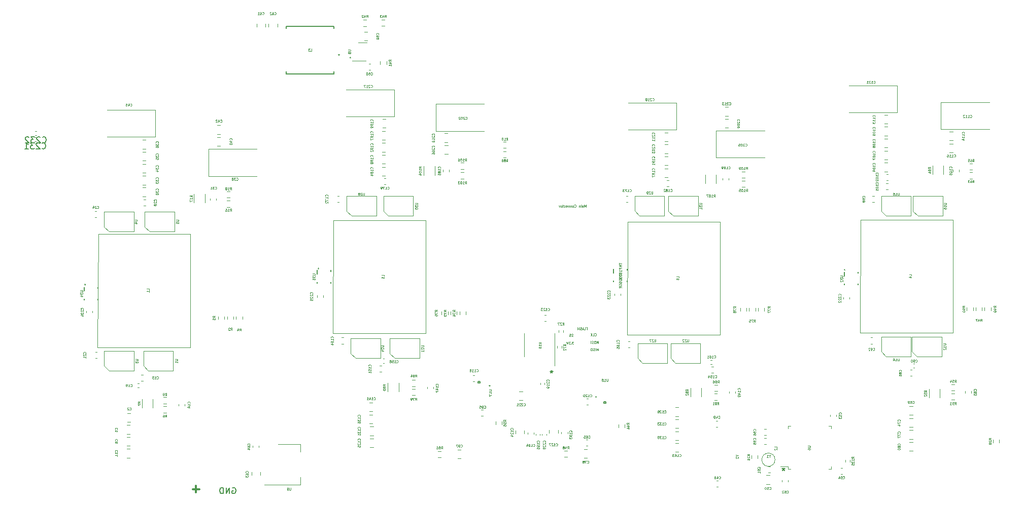
<source format=gbr>
%TF.GenerationSoftware,KiCad,Pcbnew,5.1.10*%
%TF.CreationDate,2021-11-18T01:26:40+01:00*%
%TF.ProjectId,PowerBank V0.2,506f7765-7242-4616-9e6b-2056302e322e,rev?*%
%TF.SameCoordinates,PX2aea540PY80befc0*%
%TF.FileFunction,Legend,Bot*%
%TF.FilePolarity,Positive*%
%FSLAX46Y46*%
G04 Gerber Fmt 4.6, Leading zero omitted, Abs format (unit mm)*
G04 Created by KiCad (PCBNEW 5.1.10) date 2021-11-18 01:26:40*
%MOMM*%
%LPD*%
G01*
G04 APERTURE LIST*
%ADD10C,0.300000*%
%ADD11C,0.150000*%
%ADD12C,0.120000*%
%ADD13C,0.050000*%
%ADD14C,0.152400*%
%ADD15C,0.127000*%
G04 APERTURE END LIST*
D10*
X42771428Y3292858D02*
X41628571Y3292858D01*
X42200000Y2721429D02*
X42200000Y3864286D01*
D11*
X101500000Y23147620D02*
X101500000Y22909524D01*
X101738095Y23004762D02*
X101500000Y22909524D01*
X101261904Y23004762D01*
X101642857Y22719048D02*
X101500000Y22909524D01*
X101357142Y22719048D01*
X140200000Y6847620D02*
X140200000Y6609524D01*
X140438095Y6704762D02*
X140200000Y6609524D01*
X139961904Y6704762D01*
X140342857Y6419048D02*
X140200000Y6609524D01*
X140057142Y6419048D01*
D12*
X138800000Y8200000D02*
G75*
G03*
X138800000Y8200000I-1100000J0D01*
G01*
D13*
X105190476Y27919048D02*
X104942857Y27919048D01*
X105076190Y27766667D01*
X105019047Y27766667D01*
X104980952Y27747620D01*
X104961904Y27728572D01*
X104942857Y27690477D01*
X104942857Y27595239D01*
X104961904Y27557143D01*
X104980952Y27538096D01*
X105019047Y27519048D01*
X105133333Y27519048D01*
X105171428Y27538096D01*
X105190476Y27557143D01*
X104771428Y27557143D02*
X104752380Y27538096D01*
X104771428Y27519048D01*
X104790476Y27538096D01*
X104771428Y27557143D01*
X104771428Y27519048D01*
X104619047Y27919048D02*
X104371428Y27919048D01*
X104504761Y27766667D01*
X104447619Y27766667D01*
X104409523Y27747620D01*
X104390476Y27728572D01*
X104371428Y27690477D01*
X104371428Y27595239D01*
X104390476Y27557143D01*
X104409523Y27538096D01*
X104447619Y27519048D01*
X104561904Y27519048D01*
X104600000Y27538096D01*
X104619047Y27557143D01*
X104257142Y27919048D02*
X104123809Y27519048D01*
X103990476Y27919048D01*
X105104761Y28838096D02*
X105047619Y28819048D01*
X104952380Y28819048D01*
X104914285Y28838096D01*
X104895238Y28857143D01*
X104876190Y28895239D01*
X104876190Y28933334D01*
X104895238Y28971429D01*
X104914285Y28990477D01*
X104952380Y29009524D01*
X105028571Y29028572D01*
X105066666Y29047620D01*
X105085714Y29066667D01*
X105104761Y29104762D01*
X105104761Y29142858D01*
X105085714Y29180953D01*
X105066666Y29200000D01*
X105028571Y29219048D01*
X104933333Y29219048D01*
X104876190Y29200000D01*
X104723809Y28838096D02*
X104666666Y28819048D01*
X104571428Y28819048D01*
X104533333Y28838096D01*
X104514285Y28857143D01*
X104495238Y28895239D01*
X104495238Y28933334D01*
X104514285Y28971429D01*
X104533333Y28990477D01*
X104571428Y29009524D01*
X104647619Y29028572D01*
X104685714Y29047620D01*
X104704761Y29066667D01*
X104723809Y29104762D01*
X104723809Y29142858D01*
X104704761Y29180953D01*
X104685714Y29200000D01*
X104647619Y29219048D01*
X104552380Y29219048D01*
X104495238Y29200000D01*
X109328571Y27619048D02*
X109328571Y28019048D01*
X109195238Y27733334D01*
X109061904Y28019048D01*
X109061904Y27619048D01*
X108795238Y28019048D02*
X108719047Y28019048D01*
X108680952Y28000000D01*
X108642857Y27961905D01*
X108623809Y27885715D01*
X108623809Y27752381D01*
X108642857Y27676191D01*
X108680952Y27638096D01*
X108719047Y27619048D01*
X108795238Y27619048D01*
X108833333Y27638096D01*
X108871428Y27676191D01*
X108890476Y27752381D01*
X108890476Y27885715D01*
X108871428Y27961905D01*
X108833333Y28000000D01*
X108795238Y28019048D01*
X108471428Y27638096D02*
X108414285Y27619048D01*
X108319047Y27619048D01*
X108280952Y27638096D01*
X108261904Y27657143D01*
X108242857Y27695239D01*
X108242857Y27733334D01*
X108261904Y27771429D01*
X108280952Y27790477D01*
X108319047Y27809524D01*
X108395238Y27828572D01*
X108433333Y27847620D01*
X108452380Y27866667D01*
X108471428Y27904762D01*
X108471428Y27942858D01*
X108452380Y27980953D01*
X108433333Y28000000D01*
X108395238Y28019048D01*
X108300000Y28019048D01*
X108242857Y28000000D01*
X108071428Y27619048D02*
X108071428Y28019048D01*
X108738095Y28957143D02*
X108757142Y28938096D01*
X108814285Y28919048D01*
X108852380Y28919048D01*
X108909523Y28938096D01*
X108947619Y28976191D01*
X108966666Y29014286D01*
X108985714Y29090477D01*
X108985714Y29147620D01*
X108966666Y29223810D01*
X108947619Y29261905D01*
X108909523Y29300000D01*
X108852380Y29319048D01*
X108814285Y29319048D01*
X108757142Y29300000D01*
X108738095Y29280953D01*
X108376190Y28919048D02*
X108566666Y28919048D01*
X108566666Y29319048D01*
X108242857Y28919048D02*
X108242857Y29319048D01*
X108014285Y28919048D02*
X108185714Y29147620D01*
X108014285Y29319048D02*
X108242857Y29090477D01*
X109328571Y26419048D02*
X109328571Y26819048D01*
X109195238Y26533334D01*
X109061904Y26819048D01*
X109061904Y26419048D01*
X108871428Y26419048D02*
X108871428Y26819048D01*
X108700000Y26438096D02*
X108642857Y26419048D01*
X108547619Y26419048D01*
X108509523Y26438096D01*
X108490476Y26457143D01*
X108471428Y26495239D01*
X108471428Y26533334D01*
X108490476Y26571429D01*
X108509523Y26590477D01*
X108547619Y26609524D01*
X108623809Y26628572D01*
X108661904Y26647620D01*
X108680952Y26666667D01*
X108700000Y26704762D01*
X108700000Y26742858D01*
X108680952Y26780953D01*
X108661904Y26800000D01*
X108623809Y26819048D01*
X108528571Y26819048D01*
X108471428Y26800000D01*
X108223809Y26819048D02*
X108147619Y26819048D01*
X108109523Y26800000D01*
X108071428Y26761905D01*
X108052380Y26685715D01*
X108052380Y26552381D01*
X108071428Y26476191D01*
X108109523Y26438096D01*
X108147619Y26419048D01*
X108223809Y26419048D01*
X108261904Y26438096D01*
X108300000Y26476191D01*
X108319047Y26552381D01*
X108319047Y26685715D01*
X108300000Y26761905D01*
X108261904Y26800000D01*
X108223809Y26819048D01*
D12*
%TO.C,C232*%
X15342164Y62415000D02*
X15557836Y62415000D01*
X15342164Y63135000D02*
X15557836Y63135000D01*
%TO.C,C231*%
X15262164Y61415000D02*
X15477836Y61415000D01*
X15262164Y62135000D02*
X15477836Y62135000D01*
D14*
%TO.C,U18*%
X110209500Y17886201D02*
X110209500Y17632201D01*
X110209500Y17632201D02*
X110590500Y17632201D01*
X110590500Y17632201D02*
X110590500Y17886201D01*
X110590500Y17886201D02*
X110209500Y17886201D01*
D12*
%TO.C,R55*%
X93242500Y14087742D02*
X93242500Y14562258D01*
X92197500Y14087742D02*
X92197500Y14562258D01*
%TO.C,C124*%
X95515000Y13061252D02*
X95515000Y12538748D01*
X96985000Y13061252D02*
X96985000Y12538748D01*
%TO.C,R125*%
X150570000Y7821359D02*
X150570000Y8128641D01*
X151330000Y7821359D02*
X151330000Y8128641D01*
%TO.C,C116*%
X167938748Y59565000D02*
X168461252Y59565000D01*
X167938748Y61035000D02*
X168461252Y61035000D01*
D15*
%TO.C,L3*%
X65225000Y80675000D02*
X57225000Y80675000D01*
X57225000Y80675000D02*
X57225000Y80290000D01*
X65225000Y80675000D02*
X65225000Y80290000D01*
X65225000Y73060000D02*
X65225000Y72675000D01*
X65225000Y72675000D02*
X57225000Y72675000D01*
X57225000Y72675000D02*
X57225000Y73060000D01*
D12*
%TO.C,C220*%
X100660000Y12292164D02*
X100660000Y12507836D01*
X99940000Y12292164D02*
X99940000Y12507836D01*
%TO.C,C219*%
X100360000Y20792164D02*
X100360000Y21007836D01*
X99640000Y20792164D02*
X99640000Y21007836D01*
%TO.C,C195*%
X98890000Y12507836D02*
X98890000Y12292164D01*
X99610000Y12507836D02*
X99610000Y12292164D01*
D14*
%TO.C,U35*%
X62400002Y39874999D02*
X62400002Y39225000D01*
X62400002Y37899999D02*
X62400002Y37725001D01*
X64700003Y37899999D02*
X64700003Y37725001D01*
X64700003Y39874999D02*
X64700003Y39700001D01*
%TO.C,U34*%
X23550002Y37074999D02*
X23550002Y36425000D01*
X23550002Y35099999D02*
X23550002Y34925001D01*
X25850003Y35099999D02*
X25850003Y34925001D01*
X25850003Y37074999D02*
X25850003Y36900001D01*
%TO.C,U33*%
X111850002Y40074999D02*
X111850002Y39425000D01*
X111850002Y38099999D02*
X111850002Y37925001D01*
X114150003Y38099999D02*
X114150003Y37925001D01*
X114150003Y40074999D02*
X114150003Y39900001D01*
%TO.C,U32*%
X150350002Y39574999D02*
X150350002Y38925000D01*
X150350002Y37599999D02*
X150350002Y37425001D01*
X152650003Y37599999D02*
X152650003Y37425001D01*
X152650003Y39574999D02*
X152650003Y39400001D01*
D12*
%TO.C,U31*%
X121005000Y49750000D02*
X121805000Y48950000D01*
X121805000Y48950000D02*
X125955000Y48950000D01*
X125955000Y48950000D02*
X125955000Y52250000D01*
X125955000Y52250000D02*
X121005000Y52250000D01*
X121005000Y52250000D02*
X121005000Y49750000D01*
%TO.C,U30*%
X73455000Y49750000D02*
X74255000Y48950000D01*
X74255000Y48950000D02*
X78405000Y48950000D01*
X78405000Y48950000D02*
X78405000Y52250000D01*
X78405000Y52250000D02*
X73455000Y52250000D01*
X73455000Y52250000D02*
X73455000Y49750000D01*
%TO.C,U29*%
X115405000Y49800000D02*
X116205000Y49000000D01*
X116205000Y49000000D02*
X120355000Y49000000D01*
X120355000Y49000000D02*
X120355000Y52300000D01*
X120355000Y52300000D02*
X115405000Y52300000D01*
X115405000Y52300000D02*
X115405000Y49800000D01*
%TO.C,U28*%
X67325000Y49750000D02*
X68125000Y48950000D01*
X68125000Y48950000D02*
X72275000Y48950000D01*
X72275000Y48950000D02*
X72275000Y52250000D01*
X72275000Y52250000D02*
X67325000Y52250000D01*
X67325000Y52250000D02*
X67325000Y49750000D01*
%TO.C,U27*%
X115875000Y25150000D02*
X116675000Y24350000D01*
X116675000Y24350000D02*
X120825000Y24350000D01*
X120825000Y24350000D02*
X120825000Y27650000D01*
X120825000Y27650000D02*
X115875000Y27650000D01*
X115875000Y27650000D02*
X115875000Y25150000D01*
%TO.C,U24*%
X68025000Y25950000D02*
X68825000Y25150000D01*
X68825000Y25150000D02*
X72975000Y25150000D01*
X72975000Y25150000D02*
X72975000Y28450000D01*
X72975000Y28450000D02*
X68025000Y28450000D01*
X68025000Y28450000D02*
X68025000Y25950000D01*
%TO.C,U22*%
X121405000Y25150000D02*
X122205000Y24350000D01*
X122205000Y24350000D02*
X126355000Y24350000D01*
X126355000Y24350000D02*
X126355000Y27650000D01*
X126355000Y27650000D02*
X121405000Y27650000D01*
X121405000Y27650000D02*
X121405000Y25150000D01*
%TO.C,U21*%
X74525000Y25950000D02*
X75325000Y25150000D01*
X75325000Y25150000D02*
X79475000Y25150000D01*
X79475000Y25150000D02*
X79475000Y28450000D01*
X79475000Y28450000D02*
X74525000Y28450000D01*
X74525000Y28450000D02*
X74525000Y25950000D01*
%TO.C,U19*%
X96940000Y27350000D02*
X96940000Y29300000D01*
X96940000Y27350000D02*
X96940000Y25400000D01*
X102060000Y27350000D02*
X102060000Y29300000D01*
X102060000Y27350000D02*
X102060000Y23900000D01*
D14*
%TO.C,U17*%
X89239500Y21023799D02*
X89620500Y21023799D01*
X89239500Y21277799D02*
X89239500Y21023799D01*
X89620500Y21277799D02*
X89239500Y21277799D01*
X89620500Y21023799D02*
X89620500Y21277799D01*
D12*
%TO.C,U16*%
X161825000Y49750000D02*
X162625000Y48950000D01*
X162625000Y48950000D02*
X166775000Y48950000D01*
X166775000Y48950000D02*
X166775000Y52250000D01*
X166775000Y52250000D02*
X161825000Y52250000D01*
X161825000Y52250000D02*
X161825000Y49750000D01*
%TO.C,U15*%
X156525000Y49750000D02*
X157325000Y48950000D01*
X157325000Y48950000D02*
X161475000Y48950000D01*
X161475000Y48950000D02*
X161475000Y52250000D01*
X161475000Y52250000D02*
X156525000Y52250000D01*
X156525000Y52250000D02*
X156525000Y49750000D01*
%TO.C,U14*%
X156555000Y26250000D02*
X157355000Y25450000D01*
X157355000Y25450000D02*
X161505000Y25450000D01*
X161505000Y25450000D02*
X161505000Y28750000D01*
X161505000Y28750000D02*
X156555000Y28750000D01*
X156555000Y28750000D02*
X156555000Y26250000D01*
%TO.C,U12*%
X161655000Y26250000D02*
X162455000Y25450000D01*
X162455000Y25450000D02*
X166605000Y25450000D01*
X166605000Y25450000D02*
X166605000Y28750000D01*
X166605000Y28750000D02*
X161655000Y28750000D01*
X161655000Y28750000D02*
X161655000Y26250000D01*
%TO.C,U9*%
X59610000Y10810000D02*
X59610000Y9550000D01*
X59610000Y3990000D02*
X59610000Y5250000D01*
X55850000Y10810000D02*
X59610000Y10810000D01*
X53600000Y3990000D02*
X59610000Y3990000D01*
%TO.C,U8*%
X69299999Y77949000D02*
X70700001Y77949000D01*
X68250001Y74899999D02*
X70549999Y74899999D01*
%TO.C,U6*%
X147735000Y13860000D02*
X148185000Y13860000D01*
X148185000Y13860000D02*
X148185000Y13410000D01*
X141415000Y13860000D02*
X140965000Y13860000D01*
X140965000Y13860000D02*
X140965000Y13410000D01*
X147735000Y6640000D02*
X148185000Y6640000D01*
X148185000Y6640000D02*
X148185000Y7090000D01*
X141415000Y6640000D02*
X140965000Y6640000D01*
X140965000Y6640000D02*
X140965000Y7090000D01*
X140965000Y7090000D02*
X139675000Y7090000D01*
%TO.C,R109*%
X133262742Y55327500D02*
X133737258Y55327500D01*
X133262742Y56372500D02*
X133737258Y56372500D01*
%TO.C,R107*%
X127140000Y55827064D02*
X127140000Y54372936D01*
X128960000Y55827064D02*
X128960000Y54372936D01*
%TO.C,R106*%
X86362742Y56777500D02*
X86837258Y56777500D01*
X86362742Y57822500D02*
X86837258Y57822500D01*
%TO.C,R105*%
X133262742Y53777500D02*
X133737258Y53777500D01*
X133262742Y54822500D02*
X133737258Y54822500D01*
%TO.C,R104*%
X80190000Y57227064D02*
X80190000Y55772936D01*
X82010000Y57227064D02*
X82010000Y55772936D01*
%TO.C,R103*%
X86362742Y55177500D02*
X86837258Y55177500D01*
X86362742Y56222500D02*
X86837258Y56222500D01*
%TO.C,R88*%
X93462742Y58677500D02*
X93937258Y58677500D01*
X93462742Y59722500D02*
X93937258Y59722500D01*
%TO.C,R86*%
X128712742Y19677500D02*
X129187258Y19677500D01*
X128712742Y20722500D02*
X129187258Y20722500D01*
%TO.C,R84*%
X78262742Y20477500D02*
X78737258Y20477500D01*
X78262742Y21522500D02*
X78737258Y21522500D01*
%TO.C,R82*%
X124690000Y20214564D02*
X124690000Y18760436D01*
X126510000Y20214564D02*
X126510000Y18760436D01*
%TO.C,R81*%
X128687742Y18177500D02*
X129162258Y18177500D01*
X128687742Y19222500D02*
X129162258Y19222500D01*
%TO.C,R80*%
X74190000Y21027064D02*
X74190000Y19572936D01*
X76010000Y21027064D02*
X76010000Y19572936D01*
%TO.C,R79*%
X78262742Y18977500D02*
X78737258Y18977500D01*
X78262742Y20022500D02*
X78737258Y20022500D01*
%TO.C,R78*%
X132977500Y33537258D02*
X132977500Y33062742D01*
X134022500Y33537258D02*
X134022500Y33062742D01*
%TO.C,R77*%
X135977500Y33537258D02*
X135977500Y33062742D01*
X137022500Y33537258D02*
X137022500Y33062742D01*
%TO.C,R76*%
X83177500Y32962258D02*
X83177500Y32487742D01*
X84222500Y32962258D02*
X84222500Y32487742D01*
%TO.C,R75*%
X134477500Y33537258D02*
X134477500Y33062742D01*
X135522500Y33537258D02*
X135522500Y33062742D01*
%TO.C,R74*%
X86177500Y32937258D02*
X86177500Y32462742D01*
X87222500Y32937258D02*
X87222500Y32462742D01*
%TO.C,R73*%
X84677500Y32937258D02*
X84677500Y32462742D01*
X85722500Y32937258D02*
X85722500Y32462742D01*
%TO.C,R72*%
X102420000Y27193641D02*
X102420000Y26886359D01*
X103180000Y27193641D02*
X103180000Y26886359D01*
%TO.C,R65*%
X171262742Y56677500D02*
X171737258Y56677500D01*
X171262742Y57722500D02*
X171737258Y57722500D01*
%TO.C,R64*%
X165090000Y57327064D02*
X165090000Y55872936D01*
X166910000Y57327064D02*
X166910000Y55872936D01*
%TO.C,R63*%
X171262742Y55177500D02*
X171737258Y55177500D01*
X171262742Y56222500D02*
X171737258Y56222500D01*
%TO.C,R61*%
X83037258Y9622500D02*
X82562742Y9622500D01*
X83037258Y8577500D02*
X82562742Y8577500D01*
%TO.C,R54*%
X168262742Y19727500D02*
X168737258Y19727500D01*
X168262742Y20772500D02*
X168737258Y20772500D01*
%TO.C,R52*%
X164490000Y20027064D02*
X164490000Y18572936D01*
X166310000Y20027064D02*
X166310000Y18572936D01*
%TO.C,R51*%
X168262742Y18227500D02*
X168737258Y18227500D01*
X168262742Y19272500D02*
X168737258Y19272500D01*
%TO.C,R50*%
X170802500Y33637258D02*
X170802500Y33162742D01*
X171847500Y33637258D02*
X171847500Y33162742D01*
%TO.C,R49*%
X173777500Y33637258D02*
X173777500Y33162742D01*
X174822500Y33637258D02*
X174822500Y33162742D01*
%TO.C,R48*%
X104137258Y9722500D02*
X103662742Y9722500D01*
X104137258Y8677500D02*
X103662742Y8677500D01*
%TO.C,R47*%
X172277500Y33637258D02*
X172277500Y33162742D01*
X173322500Y33637258D02*
X173322500Y33162742D01*
%TO.C,R44*%
X113712500Y13602742D02*
X113712500Y14077258D01*
X112667500Y13602742D02*
X112667500Y14077258D01*
%TO.C,R43*%
X73162742Y80702500D02*
X73637258Y80702500D01*
X73162742Y81747500D02*
X73637258Y81747500D01*
%TO.C,R42*%
X70137742Y80677500D02*
X70612258Y80677500D01*
X70137742Y81722500D02*
X70612258Y81722500D01*
%TO.C,R41*%
X73972500Y74312742D02*
X73972500Y74787258D01*
X72927500Y74312742D02*
X72927500Y74787258D01*
%TO.C,R28*%
X176232500Y11072742D02*
X176232500Y11547258D01*
X175187500Y11072742D02*
X175187500Y11547258D01*
%TO.C,R27*%
X102670000Y29803641D02*
X102670000Y29496359D01*
X103430000Y29803641D02*
X103430000Y29496359D01*
%TO.C,R26*%
X134877500Y8887258D02*
X134877500Y8412742D01*
X135922500Y8887258D02*
X135922500Y8412742D01*
%TO.C,L6*%
X114150000Y29050000D02*
X129650000Y29050000D01*
X129650000Y29050000D02*
X129650000Y47950000D01*
X129650000Y47950000D02*
X114250000Y47950000D01*
X114250000Y47950000D02*
X114150000Y29050000D01*
%TO.C,L5*%
X65000000Y29300000D02*
X80500000Y29300000D01*
X80500000Y29300000D02*
X80500000Y48200000D01*
X80500000Y48200000D02*
X65100000Y48200000D01*
X65100000Y48200000D02*
X65000000Y29300000D01*
%TO.C,L4*%
X153000000Y29400000D02*
X168500000Y29400000D01*
X168500000Y29400000D02*
X168500000Y48300000D01*
X168500000Y48300000D02*
X153100000Y48300000D01*
X153100000Y48300000D02*
X153000000Y29400000D01*
%TO.C,C225*%
X62390000Y35640580D02*
X62390000Y35359420D01*
X63410000Y35640580D02*
X63410000Y35359420D01*
%TO.C,C224*%
X23890000Y33040580D02*
X23890000Y32759420D01*
X24910000Y33040580D02*
X24910000Y32759420D01*
%TO.C,C223*%
X111990000Y35940580D02*
X111990000Y35659420D01*
X113010000Y35940580D02*
X113010000Y35659420D01*
%TO.C,C222*%
X150190000Y35340580D02*
X150190000Y35059420D01*
X151210000Y35340580D02*
X151210000Y35059420D01*
%TO.C,C221*%
X96138748Y18115000D02*
X96661252Y18115000D01*
X96138748Y19585000D02*
X96661252Y19585000D01*
%TO.C,C218*%
X114287500Y67860000D02*
X122347500Y67860000D01*
X122347500Y67860000D02*
X122347500Y63340000D01*
X122347500Y63340000D02*
X114287500Y63340000D01*
%TO.C,C217*%
X67250000Y70060000D02*
X75310000Y70060000D01*
X75310000Y70060000D02*
X75310000Y65540000D01*
X75310000Y65540000D02*
X67250000Y65540000D01*
%TO.C,C213*%
X130438748Y65665000D02*
X130961252Y65665000D01*
X130438748Y67135000D02*
X130961252Y67135000D01*
%TO.C,C211*%
X120911252Y62885000D02*
X120388748Y62885000D01*
X120911252Y61415000D02*
X120388748Y61415000D01*
%TO.C,C210*%
X83638748Y61265000D02*
X84161252Y61265000D01*
X83638748Y62735000D02*
X84161252Y62735000D01*
%TO.C,C209*%
X130438748Y63665000D02*
X130961252Y63665000D01*
X130438748Y65135000D02*
X130961252Y65135000D01*
%TO.C,C206*%
X83688748Y59265000D02*
X84211252Y59265000D01*
X83688748Y60735000D02*
X84211252Y60735000D01*
%TO.C,C205*%
X137050000Y58690000D02*
X128990000Y58690000D01*
X128990000Y58690000D02*
X128990000Y63210000D01*
X128990000Y63210000D02*
X137050000Y63210000D01*
%TO.C,C203*%
X120911252Y60885000D02*
X120388748Y60885000D01*
X120911252Y59415000D02*
X120388748Y59415000D01*
%TO.C,C202*%
X90250000Y63140000D02*
X82190000Y63140000D01*
X82190000Y63140000D02*
X82190000Y67660000D01*
X82190000Y67660000D02*
X90250000Y67660000D01*
%TO.C,C199*%
X73811252Y65135000D02*
X73288748Y65135000D01*
X73811252Y63665000D02*
X73288748Y63665000D01*
%TO.C,C197*%
X73761252Y63135000D02*
X73238748Y63135000D01*
X73761252Y61665000D02*
X73238748Y61665000D01*
%TO.C,C194*%
X97500000Y12730580D02*
X97500000Y12449420D01*
X98520000Y12730580D02*
X98520000Y12449420D01*
%TO.C,C193*%
X104190000Y12549420D02*
X104190000Y12830580D01*
X103170000Y12549420D02*
X103170000Y12830580D01*
%TO.C,C192*%
X73761252Y61135000D02*
X73238748Y61135000D01*
X73761252Y59665000D02*
X73238748Y59665000D01*
%TO.C,C191*%
X120911252Y58885000D02*
X120388748Y58885000D01*
X120911252Y57415000D02*
X120388748Y57415000D01*
%TO.C,C189*%
X130090000Y55240580D02*
X130090000Y54959420D01*
X131110000Y55240580D02*
X131110000Y54959420D01*
%TO.C,C188*%
X73761252Y59135000D02*
X73238748Y59135000D01*
X73761252Y57665000D02*
X73238748Y57665000D01*
%TO.C,C187*%
X120911252Y56885000D02*
X120388748Y56885000D01*
X120911252Y55415000D02*
X120388748Y55415000D01*
%TO.C,C185*%
X83390000Y56640580D02*
X83390000Y56359420D01*
X84410000Y56640580D02*
X84410000Y56359420D01*
%TO.C,C184*%
X73761252Y57135000D02*
X73238748Y57135000D01*
X73761252Y55665000D02*
X73238748Y55665000D01*
%TO.C,C182*%
X121040580Y54910000D02*
X120759420Y54910000D01*
X121040580Y53890000D02*
X120759420Y53890000D01*
%TO.C,C179*%
X73840580Y55210000D02*
X73559420Y55210000D01*
X73840580Y54190000D02*
X73559420Y54190000D01*
%TO.C,C173*%
X114240580Y52260000D02*
X113959420Y52260000D01*
X114240580Y51240000D02*
X113959420Y51240000D01*
%TO.C,C172*%
X66040580Y52310000D02*
X65759420Y52310000D01*
X66040580Y51290000D02*
X65759420Y51290000D01*
%TO.C,C166*%
X114284420Y26940000D02*
X114565580Y26940000D01*
X114284420Y27960000D02*
X114565580Y27960000D01*
%TO.C,C164*%
X66484420Y27590000D02*
X66765580Y27590000D01*
X66484420Y28610000D02*
X66765580Y28610000D01*
%TO.C,C161*%
X128062164Y24140000D02*
X128277836Y24140000D01*
X128062164Y24860000D02*
X128277836Y24860000D01*
%TO.C,C158*%
X73607836Y25060000D02*
X73392164Y25060000D01*
X73607836Y24340000D02*
X73392164Y24340000D01*
%TO.C,C154*%
X128209420Y22690000D02*
X128490580Y22690000D01*
X128209420Y23710000D02*
X128490580Y23710000D01*
%TO.C,C151*%
X73140580Y23910000D02*
X72859420Y23910000D01*
X73140580Y22890000D02*
X72859420Y22890000D01*
%TO.C,C149*%
X131140000Y19590580D02*
X131140000Y19309420D01*
X132160000Y19590580D02*
X132160000Y19309420D01*
%TO.C,C147*%
X80790000Y20340580D02*
X80790000Y20059420D01*
X81810000Y20340580D02*
X81810000Y20059420D01*
%TO.C,C143*%
X122661252Y10985000D02*
X122138748Y10985000D01*
X122661252Y9515000D02*
X122138748Y9515000D01*
%TO.C,C141*%
X71661252Y17735000D02*
X71138748Y17735000D01*
X71661252Y16265000D02*
X71138748Y16265000D01*
%TO.C,C139*%
X122661252Y12935000D02*
X122138748Y12935000D01*
X122661252Y11465000D02*
X122138748Y11465000D01*
%TO.C,C136*%
X71661252Y15735000D02*
X71138748Y15735000D01*
X71661252Y14265000D02*
X71138748Y14265000D01*
%TO.C,C133*%
X122661252Y14935000D02*
X122138748Y14935000D01*
X122661252Y13465000D02*
X122138748Y13465000D01*
%TO.C,C131*%
X71761252Y13735000D02*
X71238748Y13735000D01*
X71761252Y12265000D02*
X71238748Y12265000D01*
%TO.C,C128*%
X122661252Y16935000D02*
X122138748Y16935000D01*
X122661252Y15465000D02*
X122138748Y15465000D01*
%TO.C,C127*%
X101115000Y13161252D02*
X101115000Y12638748D01*
X102585000Y13161252D02*
X102585000Y12638748D01*
%TO.C,C125*%
X71761252Y11735000D02*
X71238748Y11735000D01*
X71761252Y10265000D02*
X71238748Y10265000D01*
%TO.C,C123*%
X100590580Y32385000D02*
X100309420Y32385000D01*
X100590580Y31365000D02*
X100309420Y31365000D01*
%TO.C,C121*%
X151137500Y70760000D02*
X159197500Y70760000D01*
X159197500Y70760000D02*
X159197500Y66240000D01*
X159197500Y66240000D02*
X151137500Y66240000D01*
%TO.C,C120*%
X107334420Y17365000D02*
X107615580Y17365000D01*
X107334420Y18385000D02*
X107615580Y18385000D01*
%TO.C,C118*%
X88409420Y21315000D02*
X88690580Y21315000D01*
X88409420Y22335000D02*
X88690580Y22335000D01*
%TO.C,C114*%
X167938748Y61565000D02*
X168461252Y61565000D01*
X167938748Y63035000D02*
X168461252Y63035000D01*
%TO.C,C113*%
X157561252Y65835000D02*
X157038748Y65835000D01*
X157561252Y64365000D02*
X157038748Y64365000D01*
%TO.C,C112*%
X174550000Y63440000D02*
X166490000Y63440000D01*
X166490000Y63440000D02*
X166490000Y67960000D01*
X166490000Y67960000D02*
X174550000Y67960000D01*
%TO.C,C109*%
X157561252Y63835000D02*
X157038748Y63835000D01*
X157561252Y62365000D02*
X157038748Y62365000D01*
%TO.C,C108*%
X157561252Y61835000D02*
X157038748Y61835000D01*
X157561252Y60365000D02*
X157038748Y60365000D01*
%TO.C,C107*%
X157561252Y59835000D02*
X157038748Y59835000D01*
X157561252Y58365000D02*
X157038748Y58365000D01*
%TO.C,C105*%
X168490000Y56640580D02*
X168490000Y56359420D01*
X169510000Y56640580D02*
X169510000Y56359420D01*
%TO.C,C104*%
X157561252Y57835000D02*
X157038748Y57835000D01*
X157561252Y56365000D02*
X157038748Y56365000D01*
%TO.C,C102*%
X157640580Y55910000D02*
X157359420Y55910000D01*
X157640580Y54890000D02*
X157359420Y54890000D01*
%TO.C,C101*%
X157615580Y54410000D02*
X157334420Y54410000D01*
X157615580Y53390000D02*
X157334420Y53390000D01*
%TO.C,C98*%
X155340580Y52310000D02*
X155059420Y52310000D01*
X155340580Y51290000D02*
X155059420Y51290000D01*
%TO.C,C97*%
X86391252Y9895000D02*
X85868748Y9895000D01*
X86391252Y8425000D02*
X85868748Y8425000D01*
%TO.C,C92*%
X154759420Y27590000D02*
X155040580Y27590000D01*
X154759420Y28610000D02*
X155040580Y28610000D01*
%TO.C,C90*%
X162087836Y24260000D02*
X161872164Y24260000D01*
X162087836Y23540000D02*
X161872164Y23540000D01*
%TO.C,C86*%
X161640580Y23210000D02*
X161359420Y23210000D01*
X161640580Y22190000D02*
X161359420Y22190000D01*
%TO.C,C85*%
X90065580Y16535000D02*
X89784420Y16535000D01*
X90065580Y15515000D02*
X89784420Y15515000D01*
%TO.C,C83*%
X170490000Y19640580D02*
X170490000Y19359420D01*
X171510000Y19640580D02*
X171510000Y19359420D01*
%TO.C,C80*%
X161761252Y11135000D02*
X161238748Y11135000D01*
X161761252Y9665000D02*
X161238748Y9665000D01*
%TO.C,C78*%
X107461252Y9935000D02*
X106938748Y9935000D01*
X107461252Y8465000D02*
X106938748Y8465000D01*
%TO.C,C77*%
X161761252Y13135000D02*
X161238748Y13135000D01*
X161761252Y11665000D02*
X161238748Y11665000D01*
%TO.C,C74*%
X161761252Y15135000D02*
X161238748Y15135000D01*
X161761252Y13665000D02*
X161238748Y13665000D01*
%TO.C,C69*%
X161761252Y17135000D02*
X161238748Y17135000D01*
X161761252Y15665000D02*
X161238748Y15665000D01*
%TO.C,C65*%
X107540580Y11540000D02*
X107259420Y11540000D01*
X107540580Y10520000D02*
X107259420Y10520000D01*
%TO.C,C64*%
X52710000Y10259420D02*
X52710000Y10540580D01*
X51690000Y10259420D02*
X51690000Y10540580D01*
%TO.C,C63*%
X51465000Y6161252D02*
X51465000Y5638748D01*
X52935000Y6161252D02*
X52935000Y5638748D01*
%TO.C,C62*%
X55760000Y80563748D02*
X55760000Y81086252D01*
X54290000Y80563748D02*
X54290000Y81086252D01*
%TO.C,C61*%
X53785000Y80563748D02*
X53785000Y81086252D01*
X52315000Y80563748D02*
X52315000Y81086252D01*
%TO.C,C60*%
X71009420Y73315000D02*
X71290580Y73315000D01*
X71009420Y74335000D02*
X71290580Y74335000D01*
%TO.C,C59*%
X70238748Y78265000D02*
X70761252Y78265000D01*
X70238748Y79735000D02*
X70761252Y79735000D01*
%TO.C,C56*%
X137315580Y13310000D02*
X137034420Y13310000D01*
X137315580Y12290000D02*
X137034420Y12290000D01*
%TO.C,C55*%
X137315580Y11810000D02*
X137034420Y11810000D01*
X137315580Y10790000D02*
X137034420Y10790000D01*
%TO.C,C54*%
X149759420Y5765000D02*
X150040580Y5765000D01*
X149759420Y6785000D02*
X150040580Y6785000D01*
%TO.C,C53*%
X149060000Y15434420D02*
X149060000Y15715580D01*
X148040000Y15434420D02*
X148040000Y15715580D01*
%TO.C,C52*%
X139965000Y4815580D02*
X139965000Y4534420D01*
X140985000Y4815580D02*
X140985000Y4534420D01*
%TO.C,C51*%
X137990580Y7085000D02*
X137709420Y7085000D01*
X137990580Y6065000D02*
X137709420Y6065000D01*
%TO.C,C50*%
X137886252Y5585000D02*
X137363748Y5585000D01*
X137886252Y4115000D02*
X137363748Y4115000D01*
%TO.C,C49*%
X129215580Y14710000D02*
X128934420Y14710000D01*
X129215580Y13690000D02*
X128934420Y13690000D01*
%TO.C,C48*%
X129315580Y4710000D02*
X129034420Y4710000D01*
X129315580Y3690000D02*
X129034420Y3690000D01*
%TO.C,U5*%
X33630000Y49650000D02*
X33630000Y47150000D01*
X38580000Y49650000D02*
X33630000Y49650000D01*
X38580000Y46350000D02*
X38580000Y49650000D01*
X34430000Y46350000D02*
X38580000Y46350000D01*
X33630000Y47150000D02*
X34430000Y46350000D01*
%TO.C,U4*%
X26880000Y49650000D02*
X26880000Y47150000D01*
X31830000Y49650000D02*
X26880000Y49650000D01*
X31830000Y46350000D02*
X31830000Y49650000D01*
X27680000Y46350000D02*
X31830000Y46350000D01*
X26880000Y47150000D02*
X27680000Y46350000D01*
%TO.C,U3*%
X26880000Y26400000D02*
X26880000Y23900000D01*
X31830000Y26400000D02*
X26880000Y26400000D01*
X31830000Y23100000D02*
X31830000Y26400000D01*
X27680000Y23100000D02*
X31830000Y23100000D01*
X26880000Y23900000D02*
X27680000Y23100000D01*
%TO.C,U1*%
X33450000Y26400000D02*
X33450000Y23900000D01*
X38400000Y26400000D02*
X33450000Y26400000D01*
X38400000Y23100000D02*
X38400000Y26400000D01*
X34250000Y23100000D02*
X38400000Y23100000D01*
X33450000Y23900000D02*
X34250000Y23100000D01*
%TO.C,R18*%
X47362742Y53022500D02*
X47837258Y53022500D01*
X47362742Y51977500D02*
X47837258Y51977500D01*
%TO.C,R17*%
X43685000Y52589564D02*
X43685000Y51135436D01*
X41865000Y52589564D02*
X41865000Y51135436D01*
%TO.C,R16*%
X47362742Y51497500D02*
X47837258Y51497500D01*
X47362742Y50452500D02*
X47837258Y50452500D01*
%TO.C,R10*%
X93462742Y61322500D02*
X93937258Y61322500D01*
X93462742Y60277500D02*
X93937258Y60277500D01*
%TO.C,R9*%
X36762742Y18622500D02*
X37237258Y18622500D01*
X36762742Y17577500D02*
X37237258Y17577500D01*
%TO.C,R7*%
X34985000Y18327064D02*
X34985000Y16872936D01*
X33165000Y18327064D02*
X33165000Y16872936D01*
%TO.C,R6*%
X36762742Y17122500D02*
X37237258Y17122500D01*
X36762742Y16077500D02*
X37237258Y16077500D01*
%TO.C,R5*%
X46922500Y32137258D02*
X46922500Y31662742D01*
X45877500Y32137258D02*
X45877500Y31662742D01*
%TO.C,R4*%
X49922500Y32137258D02*
X49922500Y31662742D01*
X48877500Y32137258D02*
X48877500Y31662742D01*
%TO.C,R2*%
X48422500Y32137258D02*
X48422500Y31662742D01*
X47377500Y32137258D02*
X47377500Y31662742D01*
%TO.C,L1*%
X25875000Y45900000D02*
X25775000Y27000000D01*
X41275000Y45900000D02*
X25875000Y45900000D01*
X41275000Y27000000D02*
X41275000Y45900000D01*
X25775000Y27000000D02*
X41275000Y27000000D01*
%TO.C,C45*%
X35372500Y62140000D02*
X27312500Y62140000D01*
X35372500Y66660000D02*
X35372500Y62140000D01*
X27312500Y66660000D02*
X35372500Y66660000D01*
%TO.C,C42*%
X45738748Y64085000D02*
X46261252Y64085000D01*
X45738748Y62615000D02*
X46261252Y62615000D01*
%TO.C,C40*%
X45738748Y62110000D02*
X46261252Y62110000D01*
X45738748Y60640000D02*
X46261252Y60640000D01*
%TO.C,C38*%
X44252500Y60135000D02*
X52312500Y60135000D01*
X44252500Y55615000D02*
X44252500Y60135000D01*
X52312500Y55615000D02*
X44252500Y55615000D01*
%TO.C,C36*%
X33811252Y60165000D02*
X33288748Y60165000D01*
X33811252Y61635000D02*
X33288748Y61635000D01*
%TO.C,C35*%
X33811252Y58165000D02*
X33288748Y58165000D01*
X33811252Y59635000D02*
X33288748Y59635000D01*
%TO.C,C34*%
X33811252Y56165000D02*
X33288748Y56165000D01*
X33811252Y57635000D02*
X33288748Y57635000D01*
%TO.C,C33*%
X33811252Y54165000D02*
X33288748Y54165000D01*
X33811252Y55635000D02*
X33288748Y55635000D01*
%TO.C,C31*%
X45585000Y51890580D02*
X45585000Y51609420D01*
X44565000Y51890580D02*
X44565000Y51609420D01*
%TO.C,C30*%
X33811252Y52215000D02*
X33288748Y52215000D01*
X33811252Y53685000D02*
X33288748Y53685000D01*
%TO.C,C28*%
X33765580Y50690000D02*
X33484420Y50690000D01*
X33765580Y51710000D02*
X33484420Y51710000D01*
%TO.C,C24*%
X25565580Y48690000D02*
X25284420Y48690000D01*
X25565580Y49710000D02*
X25284420Y49710000D01*
%TO.C,C21*%
X25369420Y26220000D02*
X25650580Y26220000D01*
X25369420Y25200000D02*
X25650580Y25200000D01*
%TO.C,C19*%
X32657836Y20250000D02*
X32442164Y20250000D01*
X32657836Y20970000D02*
X32442164Y20970000D01*
%TO.C,C15*%
X33335580Y21360000D02*
X33054420Y21360000D01*
X33335580Y22380000D02*
X33054420Y22380000D01*
%TO.C,C14*%
X40335000Y17515580D02*
X40335000Y17234420D01*
X39315000Y17515580D02*
X39315000Y17234420D01*
%TO.C,C11*%
X31186252Y8515000D02*
X30663748Y8515000D01*
X31186252Y9985000D02*
X30663748Y9985000D01*
%TO.C,C8*%
X31186252Y10515000D02*
X30663748Y10515000D01*
X31186252Y11985000D02*
X30663748Y11985000D01*
%TO.C,C5*%
X31186252Y12515000D02*
X30663748Y12515000D01*
X31186252Y13985000D02*
X30663748Y13985000D01*
%TO.C,C2*%
X31286252Y14515000D02*
X30763748Y14515000D01*
X31286252Y15985000D02*
X30763748Y15985000D01*
%TO.C,C232*%
D11*
X16569047Y61257858D02*
X16616666Y61210239D01*
X16759523Y61162620D01*
X16854761Y61162620D01*
X16997619Y61210239D01*
X17092857Y61305477D01*
X17140476Y61400715D01*
X17188095Y61591191D01*
X17188095Y61734048D01*
X17140476Y61924524D01*
X17092857Y62019762D01*
X16997619Y62115000D01*
X16854761Y62162620D01*
X16759523Y62162620D01*
X16616666Y62115000D01*
X16569047Y62067381D01*
X16188095Y62067381D02*
X16140476Y62115000D01*
X16045238Y62162620D01*
X15807142Y62162620D01*
X15711904Y62115000D01*
X15664285Y62067381D01*
X15616666Y61972143D01*
X15616666Y61876905D01*
X15664285Y61734048D01*
X16235714Y61162620D01*
X15616666Y61162620D01*
X15283333Y62162620D02*
X14664285Y62162620D01*
X14997619Y61781667D01*
X14854761Y61781667D01*
X14759523Y61734048D01*
X14711904Y61686429D01*
X14664285Y61591191D01*
X14664285Y61353096D01*
X14711904Y61257858D01*
X14759523Y61210239D01*
X14854761Y61162620D01*
X15140476Y61162620D01*
X15235714Y61210239D01*
X15283333Y61257858D01*
X14283333Y62067381D02*
X14235714Y62115000D01*
X14140476Y62162620D01*
X13902380Y62162620D01*
X13807142Y62115000D01*
X13759523Y62067381D01*
X13711904Y61972143D01*
X13711904Y61876905D01*
X13759523Y61734048D01*
X14330952Y61162620D01*
X13711904Y61162620D01*
%TO.C,C231*%
X16489047Y60257858D02*
X16536666Y60210239D01*
X16679523Y60162620D01*
X16774761Y60162620D01*
X16917619Y60210239D01*
X17012857Y60305477D01*
X17060476Y60400715D01*
X17108095Y60591191D01*
X17108095Y60734048D01*
X17060476Y60924524D01*
X17012857Y61019762D01*
X16917619Y61115000D01*
X16774761Y61162620D01*
X16679523Y61162620D01*
X16536666Y61115000D01*
X16489047Y61067381D01*
X16108095Y61067381D02*
X16060476Y61115000D01*
X15965238Y61162620D01*
X15727142Y61162620D01*
X15631904Y61115000D01*
X15584285Y61067381D01*
X15536666Y60972143D01*
X15536666Y60876905D01*
X15584285Y60734048D01*
X16155714Y60162620D01*
X15536666Y60162620D01*
X15203333Y61162620D02*
X14584285Y61162620D01*
X14917619Y60781667D01*
X14774761Y60781667D01*
X14679523Y60734048D01*
X14631904Y60686429D01*
X14584285Y60591191D01*
X14584285Y60353096D01*
X14631904Y60257858D01*
X14679523Y60210239D01*
X14774761Y60162620D01*
X15060476Y60162620D01*
X15155714Y60210239D01*
X15203333Y60257858D01*
X13631904Y60162620D02*
X14203333Y60162620D01*
X13917619Y60162620D02*
X13917619Y61162620D01*
X14012857Y61019762D01*
X14108095Y60924524D01*
X14203333Y60876905D01*
%TO.C,GND*%
X48261904Y3500000D02*
X48357142Y3547620D01*
X48500000Y3547620D01*
X48642857Y3500000D01*
X48738095Y3404762D01*
X48785714Y3309524D01*
X48833333Y3119048D01*
X48833333Y2976191D01*
X48785714Y2785715D01*
X48738095Y2690477D01*
X48642857Y2595239D01*
X48500000Y2547620D01*
X48404761Y2547620D01*
X48261904Y2595239D01*
X48214285Y2642858D01*
X48214285Y2976191D01*
X48404761Y2976191D01*
X47785714Y2547620D02*
X47785714Y3547620D01*
X47214285Y2547620D01*
X47214285Y3547620D01*
X46738095Y2547620D02*
X46738095Y3547620D01*
X46500000Y3547620D01*
X46357142Y3500000D01*
X46261904Y3404762D01*
X46214285Y3309524D01*
X46166666Y3119048D01*
X46166666Y2976191D01*
X46214285Y2785715D01*
X46261904Y2690477D01*
X46357142Y2595239D01*
X46500000Y2547620D01*
X46738095Y2547620D01*
%TO.C,*%
D13*
X107351190Y30128572D02*
X107484523Y30128572D01*
X107484523Y29919048D02*
X107484523Y30319048D01*
X107294047Y30319048D01*
X106951190Y29919048D02*
X107141666Y29919048D01*
X107141666Y30319048D01*
X106836904Y30033334D02*
X106646428Y30033334D01*
X106875000Y29919048D02*
X106741666Y30319048D01*
X106608333Y29919048D01*
X106494047Y29938096D02*
X106436904Y29919048D01*
X106341666Y29919048D01*
X106303571Y29938096D01*
X106284523Y29957143D01*
X106265476Y29995239D01*
X106265476Y30033334D01*
X106284523Y30071429D01*
X106303571Y30090477D01*
X106341666Y30109524D01*
X106417857Y30128572D01*
X106455952Y30147620D01*
X106475000Y30166667D01*
X106494047Y30204762D01*
X106494047Y30242858D01*
X106475000Y30280953D01*
X106455952Y30300000D01*
X106417857Y30319048D01*
X106322619Y30319048D01*
X106265476Y30300000D01*
X106094047Y29919048D02*
X106094047Y30319048D01*
X106094047Y30128572D02*
X105865476Y30128572D01*
X105865476Y29919048D02*
X105865476Y30319048D01*
X107247619Y50419048D02*
X107247619Y50819048D01*
X107114285Y50533334D01*
X106980952Y50819048D01*
X106980952Y50419048D01*
X106619047Y50419048D02*
X106619047Y50628572D01*
X106638095Y50666667D01*
X106676190Y50685715D01*
X106752380Y50685715D01*
X106790476Y50666667D01*
X106619047Y50438096D02*
X106657142Y50419048D01*
X106752380Y50419048D01*
X106790476Y50438096D01*
X106809523Y50476191D01*
X106809523Y50514286D01*
X106790476Y50552381D01*
X106752380Y50571429D01*
X106657142Y50571429D01*
X106619047Y50590477D01*
X106428571Y50419048D02*
X106428571Y50685715D01*
X106428571Y50819048D02*
X106447619Y50800000D01*
X106428571Y50780953D01*
X106409523Y50800000D01*
X106428571Y50819048D01*
X106428571Y50780953D01*
X106238095Y50685715D02*
X106238095Y50419048D01*
X106238095Y50647620D02*
X106219047Y50666667D01*
X106180952Y50685715D01*
X106123809Y50685715D01*
X106085714Y50666667D01*
X106066666Y50628572D01*
X106066666Y50419048D01*
X105342857Y50457143D02*
X105361904Y50438096D01*
X105419047Y50419048D01*
X105457142Y50419048D01*
X105514285Y50438096D01*
X105552380Y50476191D01*
X105571428Y50514286D01*
X105590476Y50590477D01*
X105590476Y50647620D01*
X105571428Y50723810D01*
X105552380Y50761905D01*
X105514285Y50800000D01*
X105457142Y50819048D01*
X105419047Y50819048D01*
X105361904Y50800000D01*
X105342857Y50780953D01*
X105114285Y50419048D02*
X105152380Y50438096D01*
X105171428Y50457143D01*
X105190476Y50495239D01*
X105190476Y50609524D01*
X105171428Y50647620D01*
X105152380Y50666667D01*
X105114285Y50685715D01*
X105057142Y50685715D01*
X105019047Y50666667D01*
X105000000Y50647620D01*
X104980952Y50609524D01*
X104980952Y50495239D01*
X105000000Y50457143D01*
X105019047Y50438096D01*
X105057142Y50419048D01*
X105114285Y50419048D01*
X104809523Y50685715D02*
X104809523Y50419048D01*
X104809523Y50647620D02*
X104790476Y50666667D01*
X104752380Y50685715D01*
X104695238Y50685715D01*
X104657142Y50666667D01*
X104638095Y50628572D01*
X104638095Y50419048D01*
X104447619Y50685715D02*
X104447619Y50419048D01*
X104447619Y50647620D02*
X104428571Y50666667D01*
X104390476Y50685715D01*
X104333333Y50685715D01*
X104295238Y50666667D01*
X104276190Y50628572D01*
X104276190Y50419048D01*
X103933333Y50438096D02*
X103971428Y50419048D01*
X104047619Y50419048D01*
X104085714Y50438096D01*
X104104761Y50476191D01*
X104104761Y50628572D01*
X104085714Y50666667D01*
X104047619Y50685715D01*
X103971428Y50685715D01*
X103933333Y50666667D01*
X103914285Y50628572D01*
X103914285Y50590477D01*
X104104761Y50552381D01*
X103571428Y50438096D02*
X103609523Y50419048D01*
X103685714Y50419048D01*
X103723809Y50438096D01*
X103742857Y50457143D01*
X103761904Y50495239D01*
X103761904Y50609524D01*
X103742857Y50647620D01*
X103723809Y50666667D01*
X103685714Y50685715D01*
X103609523Y50685715D01*
X103571428Y50666667D01*
X103457142Y50685715D02*
X103304761Y50685715D01*
X103400000Y50819048D02*
X103400000Y50476191D01*
X103380952Y50438096D01*
X103342857Y50419048D01*
X103304761Y50419048D01*
X103114285Y50419048D02*
X103152380Y50438096D01*
X103171428Y50457143D01*
X103190476Y50495239D01*
X103190476Y50609524D01*
X103171428Y50647620D01*
X103152380Y50666667D01*
X103114285Y50685715D01*
X103057142Y50685715D01*
X103019047Y50666667D01*
X103000000Y50647620D01*
X102980952Y50609524D01*
X102980952Y50495239D01*
X103000000Y50457143D01*
X103019047Y50438096D01*
X103057142Y50419048D01*
X103114285Y50419048D01*
X102809523Y50419048D02*
X102809523Y50685715D01*
X102809523Y50609524D02*
X102790476Y50647620D01*
X102771428Y50666667D01*
X102733333Y50685715D01*
X102695238Y50685715D01*
%TO.C,U18*%
X110895238Y21719048D02*
X110895238Y21395239D01*
X110876190Y21357143D01*
X110857142Y21338096D01*
X110819047Y21319048D01*
X110742857Y21319048D01*
X110704761Y21338096D01*
X110685714Y21357143D01*
X110666666Y21395239D01*
X110666666Y21719048D01*
X110266666Y21319048D02*
X110495238Y21319048D01*
X110380952Y21319048D02*
X110380952Y21719048D01*
X110419047Y21661905D01*
X110457142Y21623810D01*
X110495238Y21604762D01*
X110038095Y21547620D02*
X110076190Y21566667D01*
X110095238Y21585715D01*
X110114285Y21623810D01*
X110114285Y21642858D01*
X110095238Y21680953D01*
X110076190Y21700000D01*
X110038095Y21719048D01*
X109961904Y21719048D01*
X109923809Y21700000D01*
X109904761Y21680953D01*
X109885714Y21642858D01*
X109885714Y21623810D01*
X109904761Y21585715D01*
X109923809Y21566667D01*
X109961904Y21547620D01*
X110038095Y21547620D01*
X110076190Y21528572D01*
X110095238Y21509524D01*
X110114285Y21471429D01*
X110114285Y21395239D01*
X110095238Y21357143D01*
X110076190Y21338096D01*
X110038095Y21319048D01*
X109961904Y21319048D01*
X109923809Y21338096D01*
X109904761Y21357143D01*
X109885714Y21395239D01*
X109885714Y21471429D01*
X109904761Y21509524D01*
X109923809Y21528572D01*
X109961904Y21547620D01*
X108900000Y18819048D02*
X108900000Y18723810D01*
X108995238Y18761905D02*
X108900000Y18723810D01*
X108804761Y18761905D01*
X108957142Y18647620D02*
X108900000Y18723810D01*
X108842857Y18647620D01*
X108900000Y18819048D02*
X108900000Y18723810D01*
X108995238Y18761905D02*
X108900000Y18723810D01*
X108804761Y18761905D01*
X108957142Y18647620D02*
X108900000Y18723810D01*
X108842857Y18647620D01*
%TO.C,R55*%
X93880952Y14582143D02*
X93690476Y14715477D01*
X93880952Y14810715D02*
X93480952Y14810715D01*
X93480952Y14658334D01*
X93500000Y14620239D01*
X93519047Y14601191D01*
X93557142Y14582143D01*
X93614285Y14582143D01*
X93652380Y14601191D01*
X93671428Y14620239D01*
X93690476Y14658334D01*
X93690476Y14810715D01*
X93480952Y14220239D02*
X93480952Y14410715D01*
X93671428Y14429762D01*
X93652380Y14410715D01*
X93633333Y14372620D01*
X93633333Y14277381D01*
X93652380Y14239286D01*
X93671428Y14220239D01*
X93709523Y14201191D01*
X93804761Y14201191D01*
X93842857Y14220239D01*
X93861904Y14239286D01*
X93880952Y14277381D01*
X93880952Y14372620D01*
X93861904Y14410715D01*
X93842857Y14429762D01*
X93480952Y13839286D02*
X93480952Y14029762D01*
X93671428Y14048810D01*
X93652380Y14029762D01*
X93633333Y13991667D01*
X93633333Y13896429D01*
X93652380Y13858334D01*
X93671428Y13839286D01*
X93709523Y13820239D01*
X93804761Y13820239D01*
X93842857Y13839286D01*
X93861904Y13858334D01*
X93880952Y13896429D01*
X93880952Y13991667D01*
X93861904Y14029762D01*
X93842857Y14048810D01*
%TO.C,C124*%
X95042857Y13247620D02*
X95061904Y13266667D01*
X95080952Y13323810D01*
X95080952Y13361905D01*
X95061904Y13419048D01*
X95023809Y13457143D01*
X94985714Y13476191D01*
X94909523Y13495239D01*
X94852380Y13495239D01*
X94776190Y13476191D01*
X94738095Y13457143D01*
X94700000Y13419048D01*
X94680952Y13361905D01*
X94680952Y13323810D01*
X94700000Y13266667D01*
X94719047Y13247620D01*
X95080952Y12866667D02*
X95080952Y13095239D01*
X95080952Y12980953D02*
X94680952Y12980953D01*
X94738095Y13019048D01*
X94776190Y13057143D01*
X94795238Y13095239D01*
X94719047Y12714286D02*
X94700000Y12695239D01*
X94680952Y12657143D01*
X94680952Y12561905D01*
X94700000Y12523810D01*
X94719047Y12504762D01*
X94757142Y12485715D01*
X94795238Y12485715D01*
X94852380Y12504762D01*
X95080952Y12733334D01*
X95080952Y12485715D01*
X94814285Y12142858D02*
X95080952Y12142858D01*
X94661904Y12238096D02*
X94947619Y12333334D01*
X94947619Y12085715D01*
%TO.C,R125*%
X151980952Y8447620D02*
X151790476Y8580953D01*
X151980952Y8676191D02*
X151580952Y8676191D01*
X151580952Y8523810D01*
X151600000Y8485715D01*
X151619047Y8466667D01*
X151657142Y8447620D01*
X151714285Y8447620D01*
X151752380Y8466667D01*
X151771428Y8485715D01*
X151790476Y8523810D01*
X151790476Y8676191D01*
X151980952Y8066667D02*
X151980952Y8295239D01*
X151980952Y8180953D02*
X151580952Y8180953D01*
X151638095Y8219048D01*
X151676190Y8257143D01*
X151695238Y8295239D01*
X151619047Y7914286D02*
X151600000Y7895239D01*
X151580952Y7857143D01*
X151580952Y7761905D01*
X151600000Y7723810D01*
X151619047Y7704762D01*
X151657142Y7685715D01*
X151695238Y7685715D01*
X151752380Y7704762D01*
X151980952Y7933334D01*
X151980952Y7685715D01*
X151580952Y7323810D02*
X151580952Y7514286D01*
X151771428Y7533334D01*
X151752380Y7514286D01*
X151733333Y7476191D01*
X151733333Y7380953D01*
X151752380Y7342858D01*
X151771428Y7323810D01*
X151809523Y7304762D01*
X151904761Y7304762D01*
X151942857Y7323810D01*
X151961904Y7342858D01*
X151980952Y7380953D01*
X151980952Y7476191D01*
X151961904Y7514286D01*
X151942857Y7533334D01*
%TO.C,C116*%
X168647619Y58857143D02*
X168666666Y58838096D01*
X168723809Y58819048D01*
X168761904Y58819048D01*
X168819047Y58838096D01*
X168857142Y58876191D01*
X168876190Y58914286D01*
X168895238Y58990477D01*
X168895238Y59047620D01*
X168876190Y59123810D01*
X168857142Y59161905D01*
X168819047Y59200000D01*
X168761904Y59219048D01*
X168723809Y59219048D01*
X168666666Y59200000D01*
X168647619Y59180953D01*
X168266666Y58819048D02*
X168495238Y58819048D01*
X168380952Y58819048D02*
X168380952Y59219048D01*
X168419047Y59161905D01*
X168457142Y59123810D01*
X168495238Y59104762D01*
X167885714Y58819048D02*
X168114285Y58819048D01*
X168000000Y58819048D02*
X168000000Y59219048D01*
X168038095Y59161905D01*
X168076190Y59123810D01*
X168114285Y59104762D01*
X167542857Y59219048D02*
X167619047Y59219048D01*
X167657142Y59200000D01*
X167676190Y59180953D01*
X167714285Y59123810D01*
X167733333Y59047620D01*
X167733333Y58895239D01*
X167714285Y58857143D01*
X167695238Y58838096D01*
X167657142Y58819048D01*
X167580952Y58819048D01*
X167542857Y58838096D01*
X167523809Y58857143D01*
X167504761Y58895239D01*
X167504761Y58990477D01*
X167523809Y59028572D01*
X167542857Y59047620D01*
X167580952Y59066667D01*
X167657142Y59066667D01*
X167695238Y59047620D01*
X167714285Y59028572D01*
X167733333Y58990477D01*
%TO.C,L3*%
X61291666Y76494048D02*
X61482142Y76494048D01*
X61482142Y76894048D01*
X61196428Y76894048D02*
X60948809Y76894048D01*
X61082142Y76741667D01*
X61025000Y76741667D01*
X60986904Y76722620D01*
X60967857Y76703572D01*
X60948809Y76665477D01*
X60948809Y76570239D01*
X60967857Y76532143D01*
X60986904Y76513096D01*
X61025000Y76494048D01*
X61139285Y76494048D01*
X61177380Y76513096D01*
X61196428Y76532143D01*
X66000000Y76019048D02*
X66000000Y75923810D01*
X66095238Y75961905D02*
X66000000Y75923810D01*
X65904761Y75961905D01*
X66057142Y75847620D02*
X66000000Y75923810D01*
X65942857Y75847620D01*
%TO.C,C220*%
X100442857Y11147620D02*
X100461904Y11166667D01*
X100480952Y11223810D01*
X100480952Y11261905D01*
X100461904Y11319048D01*
X100423809Y11357143D01*
X100385714Y11376191D01*
X100309523Y11395239D01*
X100252380Y11395239D01*
X100176190Y11376191D01*
X100138095Y11357143D01*
X100100000Y11319048D01*
X100080952Y11261905D01*
X100080952Y11223810D01*
X100100000Y11166667D01*
X100119047Y11147620D01*
X100119047Y10995239D02*
X100100000Y10976191D01*
X100080952Y10938096D01*
X100080952Y10842858D01*
X100100000Y10804762D01*
X100119047Y10785715D01*
X100157142Y10766667D01*
X100195238Y10766667D01*
X100252380Y10785715D01*
X100480952Y11014286D01*
X100480952Y10766667D01*
X100119047Y10614286D02*
X100100000Y10595239D01*
X100080952Y10557143D01*
X100080952Y10461905D01*
X100100000Y10423810D01*
X100119047Y10404762D01*
X100157142Y10385715D01*
X100195238Y10385715D01*
X100252380Y10404762D01*
X100480952Y10633334D01*
X100480952Y10385715D01*
X100080952Y10138096D02*
X100080952Y10100000D01*
X100100000Y10061905D01*
X100119047Y10042858D01*
X100157142Y10023810D01*
X100233333Y10004762D01*
X100328571Y10004762D01*
X100404761Y10023810D01*
X100442857Y10042858D01*
X100461904Y10061905D01*
X100480952Y10100000D01*
X100480952Y10138096D01*
X100461904Y10176191D01*
X100442857Y10195239D01*
X100404761Y10214286D01*
X100328571Y10233334D01*
X100233333Y10233334D01*
X100157142Y10214286D01*
X100119047Y10195239D01*
X100100000Y10176191D01*
X100080952Y10138096D01*
%TO.C,C219*%
X101042857Y21347620D02*
X101061904Y21366667D01*
X101080952Y21423810D01*
X101080952Y21461905D01*
X101061904Y21519048D01*
X101023809Y21557143D01*
X100985714Y21576191D01*
X100909523Y21595239D01*
X100852380Y21595239D01*
X100776190Y21576191D01*
X100738095Y21557143D01*
X100700000Y21519048D01*
X100680952Y21461905D01*
X100680952Y21423810D01*
X100700000Y21366667D01*
X100719047Y21347620D01*
X100719047Y21195239D02*
X100700000Y21176191D01*
X100680952Y21138096D01*
X100680952Y21042858D01*
X100700000Y21004762D01*
X100719047Y20985715D01*
X100757142Y20966667D01*
X100795238Y20966667D01*
X100852380Y20985715D01*
X101080952Y21214286D01*
X101080952Y20966667D01*
X101080952Y20585715D02*
X101080952Y20814286D01*
X101080952Y20700000D02*
X100680952Y20700000D01*
X100738095Y20738096D01*
X100776190Y20776191D01*
X100795238Y20814286D01*
X101080952Y20395239D02*
X101080952Y20319048D01*
X101061904Y20280953D01*
X101042857Y20261905D01*
X100985714Y20223810D01*
X100909523Y20204762D01*
X100757142Y20204762D01*
X100719047Y20223810D01*
X100700000Y20242858D01*
X100680952Y20280953D01*
X100680952Y20357143D01*
X100700000Y20395239D01*
X100719047Y20414286D01*
X100757142Y20433334D01*
X100852380Y20433334D01*
X100890476Y20414286D01*
X100909523Y20395239D01*
X100928571Y20357143D01*
X100928571Y20280953D01*
X100909523Y20242858D01*
X100890476Y20223810D01*
X100852380Y20204762D01*
%TO.C,C195*%
X99442857Y11147620D02*
X99461904Y11166667D01*
X99480952Y11223810D01*
X99480952Y11261905D01*
X99461904Y11319048D01*
X99423809Y11357143D01*
X99385714Y11376191D01*
X99309523Y11395239D01*
X99252380Y11395239D01*
X99176190Y11376191D01*
X99138095Y11357143D01*
X99100000Y11319048D01*
X99080952Y11261905D01*
X99080952Y11223810D01*
X99100000Y11166667D01*
X99119047Y11147620D01*
X99480952Y10766667D02*
X99480952Y10995239D01*
X99480952Y10880953D02*
X99080952Y10880953D01*
X99138095Y10919048D01*
X99176190Y10957143D01*
X99195238Y10995239D01*
X99480952Y10576191D02*
X99480952Y10500000D01*
X99461904Y10461905D01*
X99442857Y10442858D01*
X99385714Y10404762D01*
X99309523Y10385715D01*
X99157142Y10385715D01*
X99119047Y10404762D01*
X99100000Y10423810D01*
X99080952Y10461905D01*
X99080952Y10538096D01*
X99100000Y10576191D01*
X99119047Y10595239D01*
X99157142Y10614286D01*
X99252380Y10614286D01*
X99290476Y10595239D01*
X99309523Y10576191D01*
X99328571Y10538096D01*
X99328571Y10461905D01*
X99309523Y10423810D01*
X99290476Y10404762D01*
X99252380Y10385715D01*
X99080952Y10023810D02*
X99080952Y10214286D01*
X99271428Y10233334D01*
X99252380Y10214286D01*
X99233333Y10176191D01*
X99233333Y10080953D01*
X99252380Y10042858D01*
X99271428Y10023810D01*
X99309523Y10004762D01*
X99404761Y10004762D01*
X99442857Y10023810D01*
X99461904Y10042858D01*
X99480952Y10080953D01*
X99480952Y10176191D01*
X99461904Y10214286D01*
X99442857Y10233334D01*
%TO.C,Y2*%
X132490476Y8890477D02*
X132680952Y8890477D01*
X132280952Y9023810D02*
X132490476Y8890477D01*
X132280952Y8757143D01*
X132319047Y8642858D02*
X132300000Y8623810D01*
X132280952Y8585715D01*
X132280952Y8490477D01*
X132300000Y8452381D01*
X132319047Y8433334D01*
X132357142Y8414286D01*
X132395238Y8414286D01*
X132452380Y8433334D01*
X132680952Y8661905D01*
X132680952Y8414286D01*
%TO.C,Y1*%
X137890476Y8809524D02*
X137890476Y8619048D01*
X138023809Y9019048D02*
X137890476Y8809524D01*
X137757142Y9019048D01*
X137414285Y8619048D02*
X137642857Y8619048D01*
X137528571Y8619048D02*
X137528571Y9019048D01*
X137566666Y8961905D01*
X137604761Y8923810D01*
X137642857Y8904762D01*
%TO.C,U35*%
X61680952Y39295239D02*
X62004761Y39295239D01*
X62042857Y39276191D01*
X62061904Y39257143D01*
X62080952Y39219048D01*
X62080952Y39142858D01*
X62061904Y39104762D01*
X62042857Y39085715D01*
X62004761Y39066667D01*
X61680952Y39066667D01*
X61680952Y38914286D02*
X61680952Y38666667D01*
X61833333Y38800000D01*
X61833333Y38742858D01*
X61852380Y38704762D01*
X61871428Y38685715D01*
X61909523Y38666667D01*
X62004761Y38666667D01*
X62042857Y38685715D01*
X62061904Y38704762D01*
X62080952Y38742858D01*
X62080952Y38857143D01*
X62061904Y38895239D01*
X62042857Y38914286D01*
X61680952Y38304762D02*
X61680952Y38495239D01*
X61871428Y38514286D01*
X61852380Y38495239D01*
X61833333Y38457143D01*
X61833333Y38361905D01*
X61852380Y38323810D01*
X61871428Y38304762D01*
X61909523Y38285715D01*
X62004761Y38285715D01*
X62042857Y38304762D01*
X62061904Y38323810D01*
X62080952Y38361905D01*
X62080952Y38457143D01*
X62061904Y38495239D01*
X62042857Y38514286D01*
X62480952Y40200000D02*
X62576190Y40200000D01*
X62538095Y40295239D02*
X62576190Y40200000D01*
X62538095Y40104762D01*
X62652380Y40257143D02*
X62576190Y40200000D01*
X62652380Y40142858D01*
%TO.C,U34*%
X22880952Y36495239D02*
X23204761Y36495239D01*
X23242857Y36476191D01*
X23261904Y36457143D01*
X23280952Y36419048D01*
X23280952Y36342858D01*
X23261904Y36304762D01*
X23242857Y36285715D01*
X23204761Y36266667D01*
X22880952Y36266667D01*
X22880952Y36114286D02*
X22880952Y35866667D01*
X23033333Y36000000D01*
X23033333Y35942858D01*
X23052380Y35904762D01*
X23071428Y35885715D01*
X23109523Y35866667D01*
X23204761Y35866667D01*
X23242857Y35885715D01*
X23261904Y35904762D01*
X23280952Y35942858D01*
X23280952Y36057143D01*
X23261904Y36095239D01*
X23242857Y36114286D01*
X23014285Y35523810D02*
X23280952Y35523810D01*
X22861904Y35619048D02*
X23147619Y35714286D01*
X23147619Y35466667D01*
X23580952Y37500000D02*
X23676190Y37500000D01*
X23638095Y37595239D02*
X23676190Y37500000D01*
X23638095Y37404762D01*
X23752380Y37557143D02*
X23676190Y37500000D01*
X23752380Y37442858D01*
%TO.C,U33*%
X112780952Y39495239D02*
X113104761Y39495239D01*
X113142857Y39476191D01*
X113161904Y39457143D01*
X113180952Y39419048D01*
X113180952Y39342858D01*
X113161904Y39304762D01*
X113142857Y39285715D01*
X113104761Y39266667D01*
X112780952Y39266667D01*
X112780952Y39114286D02*
X112780952Y38866667D01*
X112933333Y39000000D01*
X112933333Y38942858D01*
X112952380Y38904762D01*
X112971428Y38885715D01*
X113009523Y38866667D01*
X113104761Y38866667D01*
X113142857Y38885715D01*
X113161904Y38904762D01*
X113180952Y38942858D01*
X113180952Y39057143D01*
X113161904Y39095239D01*
X113142857Y39114286D01*
X112780952Y38733334D02*
X112780952Y38485715D01*
X112933333Y38619048D01*
X112933333Y38561905D01*
X112952380Y38523810D01*
X112971428Y38504762D01*
X113009523Y38485715D01*
X113104761Y38485715D01*
X113142857Y38504762D01*
X113161904Y38523810D01*
X113180952Y38561905D01*
X113180952Y38676191D01*
X113161904Y38714286D01*
X113142857Y38733334D01*
X112780952Y41095239D02*
X112780952Y40866667D01*
X113180952Y40980953D02*
X112780952Y40980953D01*
X113180952Y40733334D02*
X112780952Y40733334D01*
X113066666Y40600000D01*
X112780952Y40466667D01*
X113180952Y40466667D01*
X113180952Y40276191D02*
X112780952Y40276191D01*
X112780952Y40123810D01*
X112800000Y40085715D01*
X112819047Y40066667D01*
X112857142Y40047620D01*
X112914285Y40047620D01*
X112952380Y40066667D01*
X112971428Y40085715D01*
X112990476Y40123810D01*
X112990476Y40276191D01*
X113180952Y39666667D02*
X113180952Y39895239D01*
X113180952Y39780953D02*
X112780952Y39780953D01*
X112838095Y39819048D01*
X112876190Y39857143D01*
X112895238Y39895239D01*
X112780952Y39419048D02*
X112780952Y39380953D01*
X112800000Y39342858D01*
X112819047Y39323810D01*
X112857142Y39304762D01*
X112933333Y39285715D01*
X113028571Y39285715D01*
X113104761Y39304762D01*
X113142857Y39323810D01*
X113161904Y39342858D01*
X113180952Y39380953D01*
X113180952Y39419048D01*
X113161904Y39457143D01*
X113142857Y39476191D01*
X113104761Y39495239D01*
X113028571Y39514286D01*
X112933333Y39514286D01*
X112857142Y39495239D01*
X112819047Y39476191D01*
X112800000Y39457143D01*
X112780952Y39419048D01*
X112780952Y39152381D02*
X112780952Y38885715D01*
X113180952Y39057143D01*
X112780952Y38542858D02*
X112780952Y38733334D01*
X112971428Y38752381D01*
X112952380Y38733334D01*
X112933333Y38695239D01*
X112933333Y38600000D01*
X112952380Y38561905D01*
X112971428Y38542858D01*
X113009523Y38523810D01*
X113104761Y38523810D01*
X113142857Y38542858D01*
X113161904Y38561905D01*
X113180952Y38600000D01*
X113180952Y38695239D01*
X113161904Y38733334D01*
X113142857Y38752381D01*
X113180952Y38352381D02*
X112780952Y38352381D01*
X112780952Y38257143D01*
X112800000Y38200000D01*
X112838095Y38161905D01*
X112876190Y38142858D01*
X112952380Y38123810D01*
X113009523Y38123810D01*
X113085714Y38142858D01*
X113123809Y38161905D01*
X113161904Y38200000D01*
X113180952Y38257143D01*
X113180952Y38352381D01*
X113161904Y37971429D02*
X113180952Y37914286D01*
X113180952Y37819048D01*
X113161904Y37780953D01*
X113142857Y37761905D01*
X113104761Y37742858D01*
X113066666Y37742858D01*
X113028571Y37761905D01*
X113009523Y37780953D01*
X112990476Y37819048D01*
X112971428Y37895239D01*
X112952380Y37933334D01*
X112933333Y37952381D01*
X112895238Y37971429D01*
X112857142Y37971429D01*
X112819047Y37952381D01*
X112800000Y37933334D01*
X112780952Y37895239D01*
X112780952Y37800000D01*
X112800000Y37742858D01*
X112800000Y37361905D02*
X112780952Y37400000D01*
X112780952Y37457143D01*
X112800000Y37514286D01*
X112838095Y37552381D01*
X112876190Y37571429D01*
X112952380Y37590477D01*
X113009523Y37590477D01*
X113085714Y37571429D01*
X113123809Y37552381D01*
X113161904Y37514286D01*
X113180952Y37457143D01*
X113180952Y37419048D01*
X113161904Y37361905D01*
X113142857Y37342858D01*
X113009523Y37342858D01*
X113009523Y37419048D01*
X113180952Y36942858D02*
X112990476Y37076191D01*
X113180952Y37171429D02*
X112780952Y37171429D01*
X112780952Y37019048D01*
X112800000Y36980953D01*
X112819047Y36961905D01*
X112857142Y36942858D01*
X112914285Y36942858D01*
X112952380Y36961905D01*
X112971428Y36980953D01*
X112990476Y37019048D01*
X112990476Y37171429D01*
X112780952Y39000000D02*
X112876190Y39000000D01*
X112838095Y39095239D02*
X112876190Y39000000D01*
X112838095Y38904762D01*
X112952380Y39057143D02*
X112876190Y39000000D01*
X112952380Y38942858D01*
%TO.C,U32*%
X149680952Y38995239D02*
X150004761Y38995239D01*
X150042857Y38976191D01*
X150061904Y38957143D01*
X150080952Y38919048D01*
X150080952Y38842858D01*
X150061904Y38804762D01*
X150042857Y38785715D01*
X150004761Y38766667D01*
X149680952Y38766667D01*
X149680952Y38614286D02*
X149680952Y38366667D01*
X149833333Y38500000D01*
X149833333Y38442858D01*
X149852380Y38404762D01*
X149871428Y38385715D01*
X149909523Y38366667D01*
X150004761Y38366667D01*
X150042857Y38385715D01*
X150061904Y38404762D01*
X150080952Y38442858D01*
X150080952Y38557143D01*
X150061904Y38595239D01*
X150042857Y38614286D01*
X149719047Y38214286D02*
X149700000Y38195239D01*
X149680952Y38157143D01*
X149680952Y38061905D01*
X149700000Y38023810D01*
X149719047Y38004762D01*
X149757142Y37985715D01*
X149795238Y37985715D01*
X149852380Y38004762D01*
X150080952Y38233334D01*
X150080952Y37985715D01*
X150280952Y40000000D02*
X150376190Y40000000D01*
X150338095Y40095239D02*
X150376190Y40000000D01*
X150338095Y39904762D01*
X150452380Y40057143D02*
X150376190Y40000000D01*
X150452380Y39942858D01*
%TO.C,U31*%
X126180952Y51095239D02*
X126504761Y51095239D01*
X126542857Y51076191D01*
X126561904Y51057143D01*
X126580952Y51019048D01*
X126580952Y50942858D01*
X126561904Y50904762D01*
X126542857Y50885715D01*
X126504761Y50866667D01*
X126180952Y50866667D01*
X126180952Y50714286D02*
X126180952Y50466667D01*
X126333333Y50600000D01*
X126333333Y50542858D01*
X126352380Y50504762D01*
X126371428Y50485715D01*
X126409523Y50466667D01*
X126504761Y50466667D01*
X126542857Y50485715D01*
X126561904Y50504762D01*
X126580952Y50542858D01*
X126580952Y50657143D01*
X126561904Y50695239D01*
X126542857Y50714286D01*
X126580952Y50085715D02*
X126580952Y50314286D01*
X126580952Y50200000D02*
X126180952Y50200000D01*
X126238095Y50238096D01*
X126276190Y50276191D01*
X126295238Y50314286D01*
%TO.C,U30*%
X78780952Y51095239D02*
X79104761Y51095239D01*
X79142857Y51076191D01*
X79161904Y51057143D01*
X79180952Y51019048D01*
X79180952Y50942858D01*
X79161904Y50904762D01*
X79142857Y50885715D01*
X79104761Y50866667D01*
X78780952Y50866667D01*
X78780952Y50714286D02*
X78780952Y50466667D01*
X78933333Y50600000D01*
X78933333Y50542858D01*
X78952380Y50504762D01*
X78971428Y50485715D01*
X79009523Y50466667D01*
X79104761Y50466667D01*
X79142857Y50485715D01*
X79161904Y50504762D01*
X79180952Y50542858D01*
X79180952Y50657143D01*
X79161904Y50695239D01*
X79142857Y50714286D01*
X78780952Y50219048D02*
X78780952Y50180953D01*
X78800000Y50142858D01*
X78819047Y50123810D01*
X78857142Y50104762D01*
X78933333Y50085715D01*
X79028571Y50085715D01*
X79104761Y50104762D01*
X79142857Y50123810D01*
X79161904Y50142858D01*
X79180952Y50180953D01*
X79180952Y50219048D01*
X79161904Y50257143D01*
X79142857Y50276191D01*
X79104761Y50295239D01*
X79028571Y50314286D01*
X78933333Y50314286D01*
X78857142Y50295239D01*
X78819047Y50276191D01*
X78800000Y50257143D01*
X78780952Y50219048D01*
%TO.C,U29*%
X118395238Y53019048D02*
X118395238Y52695239D01*
X118376190Y52657143D01*
X118357142Y52638096D01*
X118319047Y52619048D01*
X118242857Y52619048D01*
X118204761Y52638096D01*
X118185714Y52657143D01*
X118166666Y52695239D01*
X118166666Y53019048D01*
X117995238Y52980953D02*
X117976190Y53000000D01*
X117938095Y53019048D01*
X117842857Y53019048D01*
X117804761Y53000000D01*
X117785714Y52980953D01*
X117766666Y52942858D01*
X117766666Y52904762D01*
X117785714Y52847620D01*
X118014285Y52619048D01*
X117766666Y52619048D01*
X117576190Y52619048D02*
X117500000Y52619048D01*
X117461904Y52638096D01*
X117442857Y52657143D01*
X117404761Y52714286D01*
X117385714Y52790477D01*
X117385714Y52942858D01*
X117404761Y52980953D01*
X117423809Y53000000D01*
X117461904Y53019048D01*
X117538095Y53019048D01*
X117576190Y53000000D01*
X117595238Y52980953D01*
X117614285Y52942858D01*
X117614285Y52847620D01*
X117595238Y52809524D01*
X117576190Y52790477D01*
X117538095Y52771429D01*
X117461904Y52771429D01*
X117423809Y52790477D01*
X117404761Y52809524D01*
X117385714Y52847620D01*
%TO.C,U28*%
X70295238Y52819048D02*
X70295238Y52495239D01*
X70276190Y52457143D01*
X70257142Y52438096D01*
X70219047Y52419048D01*
X70142857Y52419048D01*
X70104761Y52438096D01*
X70085714Y52457143D01*
X70066666Y52495239D01*
X70066666Y52819048D01*
X69895238Y52780953D02*
X69876190Y52800000D01*
X69838095Y52819048D01*
X69742857Y52819048D01*
X69704761Y52800000D01*
X69685714Y52780953D01*
X69666666Y52742858D01*
X69666666Y52704762D01*
X69685714Y52647620D01*
X69914285Y52419048D01*
X69666666Y52419048D01*
X69438095Y52647620D02*
X69476190Y52666667D01*
X69495238Y52685715D01*
X69514285Y52723810D01*
X69514285Y52742858D01*
X69495238Y52780953D01*
X69476190Y52800000D01*
X69438095Y52819048D01*
X69361904Y52819048D01*
X69323809Y52800000D01*
X69304761Y52780953D01*
X69285714Y52742858D01*
X69285714Y52723810D01*
X69304761Y52685715D01*
X69323809Y52666667D01*
X69361904Y52647620D01*
X69438095Y52647620D01*
X69476190Y52628572D01*
X69495238Y52609524D01*
X69514285Y52571429D01*
X69514285Y52495239D01*
X69495238Y52457143D01*
X69476190Y52438096D01*
X69438095Y52419048D01*
X69361904Y52419048D01*
X69323809Y52438096D01*
X69304761Y52457143D01*
X69285714Y52495239D01*
X69285714Y52571429D01*
X69304761Y52609524D01*
X69323809Y52628572D01*
X69361904Y52647620D01*
%TO.C,U27*%
X118895238Y28319048D02*
X118895238Y27995239D01*
X118876190Y27957143D01*
X118857142Y27938096D01*
X118819047Y27919048D01*
X118742857Y27919048D01*
X118704761Y27938096D01*
X118685714Y27957143D01*
X118666666Y27995239D01*
X118666666Y28319048D01*
X118495238Y28280953D02*
X118476190Y28300000D01*
X118438095Y28319048D01*
X118342857Y28319048D01*
X118304761Y28300000D01*
X118285714Y28280953D01*
X118266666Y28242858D01*
X118266666Y28204762D01*
X118285714Y28147620D01*
X118514285Y27919048D01*
X118266666Y27919048D01*
X118133333Y28319048D02*
X117866666Y28319048D01*
X118038095Y27919048D01*
%TO.C,U24*%
X73080952Y27295239D02*
X73404761Y27295239D01*
X73442857Y27276191D01*
X73461904Y27257143D01*
X73480952Y27219048D01*
X73480952Y27142858D01*
X73461904Y27104762D01*
X73442857Y27085715D01*
X73404761Y27066667D01*
X73080952Y27066667D01*
X73119047Y26895239D02*
X73100000Y26876191D01*
X73080952Y26838096D01*
X73080952Y26742858D01*
X73100000Y26704762D01*
X73119047Y26685715D01*
X73157142Y26666667D01*
X73195238Y26666667D01*
X73252380Y26685715D01*
X73480952Y26914286D01*
X73480952Y26666667D01*
X73214285Y26323810D02*
X73480952Y26323810D01*
X73061904Y26419048D02*
X73347619Y26514286D01*
X73347619Y26266667D01*
%TO.C,U22*%
X124395238Y28319048D02*
X124395238Y27995239D01*
X124376190Y27957143D01*
X124357142Y27938096D01*
X124319047Y27919048D01*
X124242857Y27919048D01*
X124204761Y27938096D01*
X124185714Y27957143D01*
X124166666Y27995239D01*
X124166666Y28319048D01*
X123995238Y28280953D02*
X123976190Y28300000D01*
X123938095Y28319048D01*
X123842857Y28319048D01*
X123804761Y28300000D01*
X123785714Y28280953D01*
X123766666Y28242858D01*
X123766666Y28204762D01*
X123785714Y28147620D01*
X124014285Y27919048D01*
X123766666Y27919048D01*
X123614285Y28280953D02*
X123595238Y28300000D01*
X123557142Y28319048D01*
X123461904Y28319048D01*
X123423809Y28300000D01*
X123404761Y28280953D01*
X123385714Y28242858D01*
X123385714Y28204762D01*
X123404761Y28147620D01*
X123633333Y27919048D01*
X123385714Y27919048D01*
%TO.C,U21*%
X79780952Y27295239D02*
X80104761Y27295239D01*
X80142857Y27276191D01*
X80161904Y27257143D01*
X80180952Y27219048D01*
X80180952Y27142858D01*
X80161904Y27104762D01*
X80142857Y27085715D01*
X80104761Y27066667D01*
X79780952Y27066667D01*
X79819047Y26895239D02*
X79800000Y26876191D01*
X79780952Y26838096D01*
X79780952Y26742858D01*
X79800000Y26704762D01*
X79819047Y26685715D01*
X79857142Y26666667D01*
X79895238Y26666667D01*
X79952380Y26685715D01*
X80180952Y26914286D01*
X80180952Y26666667D01*
X80180952Y26285715D02*
X80180952Y26514286D01*
X80180952Y26400000D02*
X79780952Y26400000D01*
X79838095Y26438096D01*
X79876190Y26476191D01*
X79895238Y26514286D01*
%TO.C,U19*%
X99380952Y27845239D02*
X99704761Y27845239D01*
X99742857Y27826191D01*
X99761904Y27807143D01*
X99780952Y27769048D01*
X99780952Y27692858D01*
X99761904Y27654762D01*
X99742857Y27635715D01*
X99704761Y27616667D01*
X99380952Y27616667D01*
X99780952Y27216667D02*
X99780952Y27445239D01*
X99780952Y27330953D02*
X99380952Y27330953D01*
X99438095Y27369048D01*
X99476190Y27407143D01*
X99495238Y27445239D01*
X99780952Y27026191D02*
X99780952Y26950000D01*
X99761904Y26911905D01*
X99742857Y26892858D01*
X99685714Y26854762D01*
X99609523Y26835715D01*
X99457142Y26835715D01*
X99419047Y26854762D01*
X99400000Y26873810D01*
X99380952Y26911905D01*
X99380952Y26988096D01*
X99400000Y27026191D01*
X99419047Y27045239D01*
X99457142Y27064286D01*
X99552380Y27064286D01*
X99590476Y27045239D01*
X99609523Y27026191D01*
X99628571Y26988096D01*
X99628571Y26911905D01*
X99609523Y26873810D01*
X99590476Y26854762D01*
X99552380Y26835715D01*
%TO.C,U17*%
X91080952Y19895239D02*
X91404761Y19895239D01*
X91442857Y19876191D01*
X91461904Y19857143D01*
X91480952Y19819048D01*
X91480952Y19742858D01*
X91461904Y19704762D01*
X91442857Y19685715D01*
X91404761Y19666667D01*
X91080952Y19666667D01*
X91480952Y19266667D02*
X91480952Y19495239D01*
X91480952Y19380953D02*
X91080952Y19380953D01*
X91138095Y19419048D01*
X91176190Y19457143D01*
X91195238Y19495239D01*
X91080952Y19133334D02*
X91080952Y18866667D01*
X91480952Y19038096D01*
X91144800Y20659048D02*
X91144800Y20563810D01*
X91240038Y20601905D02*
X91144800Y20563810D01*
X91049561Y20601905D01*
X91201942Y20487620D02*
X91144800Y20563810D01*
X91087657Y20487620D01*
X91144800Y20659048D02*
X91144800Y20563810D01*
X91240038Y20601905D02*
X91144800Y20563810D01*
X91049561Y20601905D01*
X91201942Y20487620D02*
X91144800Y20563810D01*
X91087657Y20487620D01*
%TO.C,U16*%
X166980952Y51095239D02*
X167304761Y51095239D01*
X167342857Y51076191D01*
X167361904Y51057143D01*
X167380952Y51019048D01*
X167380952Y50942858D01*
X167361904Y50904762D01*
X167342857Y50885715D01*
X167304761Y50866667D01*
X166980952Y50866667D01*
X167380952Y50466667D02*
X167380952Y50695239D01*
X167380952Y50580953D02*
X166980952Y50580953D01*
X167038095Y50619048D01*
X167076190Y50657143D01*
X167095238Y50695239D01*
X166980952Y50123810D02*
X166980952Y50200000D01*
X167000000Y50238096D01*
X167019047Y50257143D01*
X167076190Y50295239D01*
X167152380Y50314286D01*
X167304761Y50314286D01*
X167342857Y50295239D01*
X167361904Y50276191D01*
X167380952Y50238096D01*
X167380952Y50161905D01*
X167361904Y50123810D01*
X167342857Y50104762D01*
X167304761Y50085715D01*
X167209523Y50085715D01*
X167171428Y50104762D01*
X167152380Y50123810D01*
X167133333Y50161905D01*
X167133333Y50238096D01*
X167152380Y50276191D01*
X167171428Y50295239D01*
X167209523Y50314286D01*
%TO.C,U15*%
X159495238Y52819048D02*
X159495238Y52495239D01*
X159476190Y52457143D01*
X159457142Y52438096D01*
X159419047Y52419048D01*
X159342857Y52419048D01*
X159304761Y52438096D01*
X159285714Y52457143D01*
X159266666Y52495239D01*
X159266666Y52819048D01*
X158866666Y52419048D02*
X159095238Y52419048D01*
X158980952Y52419048D02*
X158980952Y52819048D01*
X159019047Y52761905D01*
X159057142Y52723810D01*
X159095238Y52704762D01*
X158504761Y52819048D02*
X158695238Y52819048D01*
X158714285Y52628572D01*
X158695238Y52647620D01*
X158657142Y52666667D01*
X158561904Y52666667D01*
X158523809Y52647620D01*
X158504761Y52628572D01*
X158485714Y52590477D01*
X158485714Y52495239D01*
X158504761Y52457143D01*
X158523809Y52438096D01*
X158561904Y52419048D01*
X158657142Y52419048D01*
X158695238Y52438096D01*
X158714285Y52457143D01*
%TO.C,U14*%
X159495238Y25119048D02*
X159495238Y24795239D01*
X159476190Y24757143D01*
X159457142Y24738096D01*
X159419047Y24719048D01*
X159342857Y24719048D01*
X159304761Y24738096D01*
X159285714Y24757143D01*
X159266666Y24795239D01*
X159266666Y25119048D01*
X158866666Y24719048D02*
X159095238Y24719048D01*
X158980952Y24719048D02*
X158980952Y25119048D01*
X159019047Y25061905D01*
X159057142Y25023810D01*
X159095238Y25004762D01*
X158523809Y24985715D02*
X158523809Y24719048D01*
X158619047Y25138096D02*
X158714285Y24852381D01*
X158466666Y24852381D01*
%TO.C,U12*%
X166880952Y27595239D02*
X167204761Y27595239D01*
X167242857Y27576191D01*
X167261904Y27557143D01*
X167280952Y27519048D01*
X167280952Y27442858D01*
X167261904Y27404762D01*
X167242857Y27385715D01*
X167204761Y27366667D01*
X166880952Y27366667D01*
X167280952Y26966667D02*
X167280952Y27195239D01*
X167280952Y27080953D02*
X166880952Y27080953D01*
X166938095Y27119048D01*
X166976190Y27157143D01*
X166995238Y27195239D01*
X166919047Y26814286D02*
X166900000Y26795239D01*
X166880952Y26757143D01*
X166880952Y26661905D01*
X166900000Y26623810D01*
X166919047Y26604762D01*
X166957142Y26585715D01*
X166995238Y26585715D01*
X167052380Y26604762D01*
X167280952Y26833334D01*
X167280952Y26585715D01*
%TO.C,U9*%
X58004761Y3519048D02*
X58004761Y3195239D01*
X57985714Y3157143D01*
X57966666Y3138096D01*
X57928571Y3119048D01*
X57852380Y3119048D01*
X57814285Y3138096D01*
X57795238Y3157143D01*
X57776190Y3195239D01*
X57776190Y3519048D01*
X57566666Y3119048D02*
X57490476Y3119048D01*
X57452380Y3138096D01*
X57433333Y3157143D01*
X57395238Y3214286D01*
X57376190Y3290477D01*
X57376190Y3442858D01*
X57395238Y3480953D01*
X57414285Y3500000D01*
X57452380Y3519048D01*
X57528571Y3519048D01*
X57566666Y3500000D01*
X57585714Y3480953D01*
X57604761Y3442858D01*
X57604761Y3347620D01*
X57585714Y3309524D01*
X57566666Y3290477D01*
X57528571Y3271429D01*
X57452380Y3271429D01*
X57414285Y3290477D01*
X57395238Y3309524D01*
X57376190Y3347620D01*
%TO.C,U8*%
X67580952Y76729762D02*
X67904761Y76729762D01*
X67942857Y76710715D01*
X67961904Y76691667D01*
X67980952Y76653572D01*
X67980952Y76577381D01*
X67961904Y76539286D01*
X67942857Y76520239D01*
X67904761Y76501191D01*
X67580952Y76501191D01*
X67752380Y76253572D02*
X67733333Y76291667D01*
X67714285Y76310715D01*
X67676190Y76329762D01*
X67657142Y76329762D01*
X67619047Y76310715D01*
X67600000Y76291667D01*
X67580952Y76253572D01*
X67580952Y76177381D01*
X67600000Y76139286D01*
X67619047Y76120239D01*
X67657142Y76101191D01*
X67676190Y76101191D01*
X67714285Y76120239D01*
X67733333Y76139286D01*
X67752380Y76177381D01*
X67752380Y76253572D01*
X67771428Y76291667D01*
X67790476Y76310715D01*
X67828571Y76329762D01*
X67904761Y76329762D01*
X67942857Y76310715D01*
X67961904Y76291667D01*
X67980952Y76253572D01*
X67980952Y76177381D01*
X67961904Y76139286D01*
X67942857Y76120239D01*
X67904761Y76101191D01*
X67828571Y76101191D01*
X67790476Y76120239D01*
X67771428Y76139286D01*
X67752380Y76177381D01*
X67900000Y75519048D02*
X67900000Y75423810D01*
X67995238Y75461905D02*
X67900000Y75423810D01*
X67804761Y75461905D01*
X67957142Y75347620D02*
X67900000Y75423810D01*
X67842857Y75347620D01*
%TO.C,U6*%
X144280952Y10504762D02*
X144604761Y10504762D01*
X144642857Y10485715D01*
X144661904Y10466667D01*
X144680952Y10428572D01*
X144680952Y10352381D01*
X144661904Y10314286D01*
X144642857Y10295239D01*
X144604761Y10276191D01*
X144280952Y10276191D01*
X144280952Y9914286D02*
X144280952Y9990477D01*
X144300000Y10028572D01*
X144319047Y10047620D01*
X144376190Y10085715D01*
X144452380Y10104762D01*
X144604761Y10104762D01*
X144642857Y10085715D01*
X144661904Y10066667D01*
X144680952Y10028572D01*
X144680952Y9952381D01*
X144661904Y9914286D01*
X144642857Y9895239D01*
X144604761Y9876191D01*
X144509523Y9876191D01*
X144471428Y9895239D01*
X144452380Y9914286D01*
X144433333Y9952381D01*
X144433333Y10028572D01*
X144452380Y10066667D01*
X144471428Y10085715D01*
X144509523Y10104762D01*
%TO.C,R109*%
X133947619Y56719048D02*
X134080952Y56909524D01*
X134176190Y56719048D02*
X134176190Y57119048D01*
X134023809Y57119048D01*
X133985714Y57100000D01*
X133966666Y57080953D01*
X133947619Y57042858D01*
X133947619Y56985715D01*
X133966666Y56947620D01*
X133985714Y56928572D01*
X134023809Y56909524D01*
X134176190Y56909524D01*
X133566666Y56719048D02*
X133795238Y56719048D01*
X133680952Y56719048D02*
X133680952Y57119048D01*
X133719047Y57061905D01*
X133757142Y57023810D01*
X133795238Y57004762D01*
X133319047Y57119048D02*
X133280952Y57119048D01*
X133242857Y57100000D01*
X133223809Y57080953D01*
X133204761Y57042858D01*
X133185714Y56966667D01*
X133185714Y56871429D01*
X133204761Y56795239D01*
X133223809Y56757143D01*
X133242857Y56738096D01*
X133280952Y56719048D01*
X133319047Y56719048D01*
X133357142Y56738096D01*
X133376190Y56757143D01*
X133395238Y56795239D01*
X133414285Y56871429D01*
X133414285Y56966667D01*
X133395238Y57042858D01*
X133376190Y57080953D01*
X133357142Y57100000D01*
X133319047Y57119048D01*
X132995238Y56719048D02*
X132919047Y56719048D01*
X132880952Y56738096D01*
X132861904Y56757143D01*
X132823809Y56814286D01*
X132804761Y56890477D01*
X132804761Y57042858D01*
X132823809Y57080953D01*
X132842857Y57100000D01*
X132880952Y57119048D01*
X132957142Y57119048D01*
X132995238Y57100000D01*
X133014285Y57080953D01*
X133033333Y57042858D01*
X133033333Y56947620D01*
X133014285Y56909524D01*
X132995238Y56890477D01*
X132957142Y56871429D01*
X132880952Y56871429D01*
X132842857Y56890477D01*
X132823809Y56909524D01*
X132804761Y56947620D01*
%TO.C,R107*%
X128547619Y52119048D02*
X128680952Y52309524D01*
X128776190Y52119048D02*
X128776190Y52519048D01*
X128623809Y52519048D01*
X128585714Y52500000D01*
X128566666Y52480953D01*
X128547619Y52442858D01*
X128547619Y52385715D01*
X128566666Y52347620D01*
X128585714Y52328572D01*
X128623809Y52309524D01*
X128776190Y52309524D01*
X128166666Y52119048D02*
X128395238Y52119048D01*
X128280952Y52119048D02*
X128280952Y52519048D01*
X128319047Y52461905D01*
X128357142Y52423810D01*
X128395238Y52404762D01*
X127919047Y52519048D02*
X127880952Y52519048D01*
X127842857Y52500000D01*
X127823809Y52480953D01*
X127804761Y52442858D01*
X127785714Y52366667D01*
X127785714Y52271429D01*
X127804761Y52195239D01*
X127823809Y52157143D01*
X127842857Y52138096D01*
X127880952Y52119048D01*
X127919047Y52119048D01*
X127957142Y52138096D01*
X127976190Y52157143D01*
X127995238Y52195239D01*
X128014285Y52271429D01*
X128014285Y52366667D01*
X127995238Y52442858D01*
X127976190Y52480953D01*
X127957142Y52500000D01*
X127919047Y52519048D01*
X127652380Y52519048D02*
X127385714Y52519048D01*
X127557142Y52119048D01*
%TO.C,R106*%
X87047619Y58119048D02*
X87180952Y58309524D01*
X87276190Y58119048D02*
X87276190Y58519048D01*
X87123809Y58519048D01*
X87085714Y58500000D01*
X87066666Y58480953D01*
X87047619Y58442858D01*
X87047619Y58385715D01*
X87066666Y58347620D01*
X87085714Y58328572D01*
X87123809Y58309524D01*
X87276190Y58309524D01*
X86666666Y58119048D02*
X86895238Y58119048D01*
X86780952Y58119048D02*
X86780952Y58519048D01*
X86819047Y58461905D01*
X86857142Y58423810D01*
X86895238Y58404762D01*
X86419047Y58519048D02*
X86380952Y58519048D01*
X86342857Y58500000D01*
X86323809Y58480953D01*
X86304761Y58442858D01*
X86285714Y58366667D01*
X86285714Y58271429D01*
X86304761Y58195239D01*
X86323809Y58157143D01*
X86342857Y58138096D01*
X86380952Y58119048D01*
X86419047Y58119048D01*
X86457142Y58138096D01*
X86476190Y58157143D01*
X86495238Y58195239D01*
X86514285Y58271429D01*
X86514285Y58366667D01*
X86495238Y58442858D01*
X86476190Y58480953D01*
X86457142Y58500000D01*
X86419047Y58519048D01*
X85942857Y58519048D02*
X86019047Y58519048D01*
X86057142Y58500000D01*
X86076190Y58480953D01*
X86114285Y58423810D01*
X86133333Y58347620D01*
X86133333Y58195239D01*
X86114285Y58157143D01*
X86095238Y58138096D01*
X86057142Y58119048D01*
X85980952Y58119048D01*
X85942857Y58138096D01*
X85923809Y58157143D01*
X85904761Y58195239D01*
X85904761Y58290477D01*
X85923809Y58328572D01*
X85942857Y58347620D01*
X85980952Y58366667D01*
X86057142Y58366667D01*
X86095238Y58347620D01*
X86114285Y58328572D01*
X86133333Y58290477D01*
%TO.C,R105*%
X133947619Y53019048D02*
X134080952Y53209524D01*
X134176190Y53019048D02*
X134176190Y53419048D01*
X134023809Y53419048D01*
X133985714Y53400000D01*
X133966666Y53380953D01*
X133947619Y53342858D01*
X133947619Y53285715D01*
X133966666Y53247620D01*
X133985714Y53228572D01*
X134023809Y53209524D01*
X134176190Y53209524D01*
X133566666Y53019048D02*
X133795238Y53019048D01*
X133680952Y53019048D02*
X133680952Y53419048D01*
X133719047Y53361905D01*
X133757142Y53323810D01*
X133795238Y53304762D01*
X133319047Y53419048D02*
X133280952Y53419048D01*
X133242857Y53400000D01*
X133223809Y53380953D01*
X133204761Y53342858D01*
X133185714Y53266667D01*
X133185714Y53171429D01*
X133204761Y53095239D01*
X133223809Y53057143D01*
X133242857Y53038096D01*
X133280952Y53019048D01*
X133319047Y53019048D01*
X133357142Y53038096D01*
X133376190Y53057143D01*
X133395238Y53095239D01*
X133414285Y53171429D01*
X133414285Y53266667D01*
X133395238Y53342858D01*
X133376190Y53380953D01*
X133357142Y53400000D01*
X133319047Y53419048D01*
X132823809Y53419048D02*
X133014285Y53419048D01*
X133033333Y53228572D01*
X133014285Y53247620D01*
X132976190Y53266667D01*
X132880952Y53266667D01*
X132842857Y53247620D01*
X132823809Y53228572D01*
X132804761Y53190477D01*
X132804761Y53095239D01*
X132823809Y53057143D01*
X132842857Y53038096D01*
X132880952Y53019048D01*
X132976190Y53019048D01*
X133014285Y53038096D01*
X133033333Y53057143D01*
%TO.C,R104*%
X79780952Y56947620D02*
X79590476Y57080953D01*
X79780952Y57176191D02*
X79380952Y57176191D01*
X79380952Y57023810D01*
X79400000Y56985715D01*
X79419047Y56966667D01*
X79457142Y56947620D01*
X79514285Y56947620D01*
X79552380Y56966667D01*
X79571428Y56985715D01*
X79590476Y57023810D01*
X79590476Y57176191D01*
X79780952Y56566667D02*
X79780952Y56795239D01*
X79780952Y56680953D02*
X79380952Y56680953D01*
X79438095Y56719048D01*
X79476190Y56757143D01*
X79495238Y56795239D01*
X79380952Y56319048D02*
X79380952Y56280953D01*
X79400000Y56242858D01*
X79419047Y56223810D01*
X79457142Y56204762D01*
X79533333Y56185715D01*
X79628571Y56185715D01*
X79704761Y56204762D01*
X79742857Y56223810D01*
X79761904Y56242858D01*
X79780952Y56280953D01*
X79780952Y56319048D01*
X79761904Y56357143D01*
X79742857Y56376191D01*
X79704761Y56395239D01*
X79628571Y56414286D01*
X79533333Y56414286D01*
X79457142Y56395239D01*
X79419047Y56376191D01*
X79400000Y56357143D01*
X79380952Y56319048D01*
X79514285Y55842858D02*
X79780952Y55842858D01*
X79361904Y55938096D02*
X79647619Y56033334D01*
X79647619Y55785715D01*
%TO.C,R103*%
X87047619Y54319048D02*
X87180952Y54509524D01*
X87276190Y54319048D02*
X87276190Y54719048D01*
X87123809Y54719048D01*
X87085714Y54700000D01*
X87066666Y54680953D01*
X87047619Y54642858D01*
X87047619Y54585715D01*
X87066666Y54547620D01*
X87085714Y54528572D01*
X87123809Y54509524D01*
X87276190Y54509524D01*
X86666666Y54319048D02*
X86895238Y54319048D01*
X86780952Y54319048D02*
X86780952Y54719048D01*
X86819047Y54661905D01*
X86857142Y54623810D01*
X86895238Y54604762D01*
X86419047Y54719048D02*
X86380952Y54719048D01*
X86342857Y54700000D01*
X86323809Y54680953D01*
X86304761Y54642858D01*
X86285714Y54566667D01*
X86285714Y54471429D01*
X86304761Y54395239D01*
X86323809Y54357143D01*
X86342857Y54338096D01*
X86380952Y54319048D01*
X86419047Y54319048D01*
X86457142Y54338096D01*
X86476190Y54357143D01*
X86495238Y54395239D01*
X86514285Y54471429D01*
X86514285Y54566667D01*
X86495238Y54642858D01*
X86476190Y54680953D01*
X86457142Y54700000D01*
X86419047Y54719048D01*
X86152380Y54719048D02*
X85904761Y54719048D01*
X86038095Y54566667D01*
X85980952Y54566667D01*
X85942857Y54547620D01*
X85923809Y54528572D01*
X85904761Y54490477D01*
X85904761Y54395239D01*
X85923809Y54357143D01*
X85942857Y54338096D01*
X85980952Y54319048D01*
X86095238Y54319048D01*
X86133333Y54338096D01*
X86152380Y54357143D01*
%TO.C,R88*%
X93957142Y58019048D02*
X94090476Y58209524D01*
X94185714Y58019048D02*
X94185714Y58419048D01*
X94033333Y58419048D01*
X93995238Y58400000D01*
X93976190Y58380953D01*
X93957142Y58342858D01*
X93957142Y58285715D01*
X93976190Y58247620D01*
X93995238Y58228572D01*
X94033333Y58209524D01*
X94185714Y58209524D01*
X93728571Y58247620D02*
X93766666Y58266667D01*
X93785714Y58285715D01*
X93804761Y58323810D01*
X93804761Y58342858D01*
X93785714Y58380953D01*
X93766666Y58400000D01*
X93728571Y58419048D01*
X93652380Y58419048D01*
X93614285Y58400000D01*
X93595238Y58380953D01*
X93576190Y58342858D01*
X93576190Y58323810D01*
X93595238Y58285715D01*
X93614285Y58266667D01*
X93652380Y58247620D01*
X93728571Y58247620D01*
X93766666Y58228572D01*
X93785714Y58209524D01*
X93804761Y58171429D01*
X93804761Y58095239D01*
X93785714Y58057143D01*
X93766666Y58038096D01*
X93728571Y58019048D01*
X93652380Y58019048D01*
X93614285Y58038096D01*
X93595238Y58057143D01*
X93576190Y58095239D01*
X93576190Y58171429D01*
X93595238Y58209524D01*
X93614285Y58228572D01*
X93652380Y58247620D01*
X93347619Y58247620D02*
X93385714Y58266667D01*
X93404761Y58285715D01*
X93423809Y58323810D01*
X93423809Y58342858D01*
X93404761Y58380953D01*
X93385714Y58400000D01*
X93347619Y58419048D01*
X93271428Y58419048D01*
X93233333Y58400000D01*
X93214285Y58380953D01*
X93195238Y58342858D01*
X93195238Y58323810D01*
X93214285Y58285715D01*
X93233333Y58266667D01*
X93271428Y58247620D01*
X93347619Y58247620D01*
X93385714Y58228572D01*
X93404761Y58209524D01*
X93423809Y58171429D01*
X93423809Y58095239D01*
X93404761Y58057143D01*
X93385714Y58038096D01*
X93347619Y58019048D01*
X93271428Y58019048D01*
X93233333Y58038096D01*
X93214285Y58057143D01*
X93195238Y58095239D01*
X93195238Y58171429D01*
X93214285Y58209524D01*
X93233333Y58228572D01*
X93271428Y58247620D01*
%TO.C,R86*%
X129207142Y21019048D02*
X129340476Y21209524D01*
X129435714Y21019048D02*
X129435714Y21419048D01*
X129283333Y21419048D01*
X129245238Y21400000D01*
X129226190Y21380953D01*
X129207142Y21342858D01*
X129207142Y21285715D01*
X129226190Y21247620D01*
X129245238Y21228572D01*
X129283333Y21209524D01*
X129435714Y21209524D01*
X128978571Y21247620D02*
X129016666Y21266667D01*
X129035714Y21285715D01*
X129054761Y21323810D01*
X129054761Y21342858D01*
X129035714Y21380953D01*
X129016666Y21400000D01*
X128978571Y21419048D01*
X128902380Y21419048D01*
X128864285Y21400000D01*
X128845238Y21380953D01*
X128826190Y21342858D01*
X128826190Y21323810D01*
X128845238Y21285715D01*
X128864285Y21266667D01*
X128902380Y21247620D01*
X128978571Y21247620D01*
X129016666Y21228572D01*
X129035714Y21209524D01*
X129054761Y21171429D01*
X129054761Y21095239D01*
X129035714Y21057143D01*
X129016666Y21038096D01*
X128978571Y21019048D01*
X128902380Y21019048D01*
X128864285Y21038096D01*
X128845238Y21057143D01*
X128826190Y21095239D01*
X128826190Y21171429D01*
X128845238Y21209524D01*
X128864285Y21228572D01*
X128902380Y21247620D01*
X128483333Y21419048D02*
X128559523Y21419048D01*
X128597619Y21400000D01*
X128616666Y21380953D01*
X128654761Y21323810D01*
X128673809Y21247620D01*
X128673809Y21095239D01*
X128654761Y21057143D01*
X128635714Y21038096D01*
X128597619Y21019048D01*
X128521428Y21019048D01*
X128483333Y21038096D01*
X128464285Y21057143D01*
X128445238Y21095239D01*
X128445238Y21190477D01*
X128464285Y21228572D01*
X128483333Y21247620D01*
X128521428Y21266667D01*
X128597619Y21266667D01*
X128635714Y21247620D01*
X128654761Y21228572D01*
X128673809Y21190477D01*
%TO.C,R84*%
X78757142Y22019048D02*
X78890476Y22209524D01*
X78985714Y22019048D02*
X78985714Y22419048D01*
X78833333Y22419048D01*
X78795238Y22400000D01*
X78776190Y22380953D01*
X78757142Y22342858D01*
X78757142Y22285715D01*
X78776190Y22247620D01*
X78795238Y22228572D01*
X78833333Y22209524D01*
X78985714Y22209524D01*
X78528571Y22247620D02*
X78566666Y22266667D01*
X78585714Y22285715D01*
X78604761Y22323810D01*
X78604761Y22342858D01*
X78585714Y22380953D01*
X78566666Y22400000D01*
X78528571Y22419048D01*
X78452380Y22419048D01*
X78414285Y22400000D01*
X78395238Y22380953D01*
X78376190Y22342858D01*
X78376190Y22323810D01*
X78395238Y22285715D01*
X78414285Y22266667D01*
X78452380Y22247620D01*
X78528571Y22247620D01*
X78566666Y22228572D01*
X78585714Y22209524D01*
X78604761Y22171429D01*
X78604761Y22095239D01*
X78585714Y22057143D01*
X78566666Y22038096D01*
X78528571Y22019048D01*
X78452380Y22019048D01*
X78414285Y22038096D01*
X78395238Y22057143D01*
X78376190Y22095239D01*
X78376190Y22171429D01*
X78395238Y22209524D01*
X78414285Y22228572D01*
X78452380Y22247620D01*
X78033333Y22285715D02*
X78033333Y22019048D01*
X78128571Y22438096D02*
X78223809Y22152381D01*
X77976190Y22152381D01*
%TO.C,R82*%
X124280952Y19744643D02*
X124090476Y19877977D01*
X124280952Y19973215D02*
X123880952Y19973215D01*
X123880952Y19820834D01*
X123900000Y19782739D01*
X123919047Y19763691D01*
X123957142Y19744643D01*
X124014285Y19744643D01*
X124052380Y19763691D01*
X124071428Y19782739D01*
X124090476Y19820834D01*
X124090476Y19973215D01*
X124052380Y19516072D02*
X124033333Y19554167D01*
X124014285Y19573215D01*
X123976190Y19592262D01*
X123957142Y19592262D01*
X123919047Y19573215D01*
X123900000Y19554167D01*
X123880952Y19516072D01*
X123880952Y19439881D01*
X123900000Y19401786D01*
X123919047Y19382739D01*
X123957142Y19363691D01*
X123976190Y19363691D01*
X124014285Y19382739D01*
X124033333Y19401786D01*
X124052380Y19439881D01*
X124052380Y19516072D01*
X124071428Y19554167D01*
X124090476Y19573215D01*
X124128571Y19592262D01*
X124204761Y19592262D01*
X124242857Y19573215D01*
X124261904Y19554167D01*
X124280952Y19516072D01*
X124280952Y19439881D01*
X124261904Y19401786D01*
X124242857Y19382739D01*
X124204761Y19363691D01*
X124128571Y19363691D01*
X124090476Y19382739D01*
X124071428Y19401786D01*
X124052380Y19439881D01*
X123919047Y19211310D02*
X123900000Y19192262D01*
X123880952Y19154167D01*
X123880952Y19058929D01*
X123900000Y19020834D01*
X123919047Y19001786D01*
X123957142Y18982739D01*
X123995238Y18982739D01*
X124052380Y19001786D01*
X124280952Y19230358D01*
X124280952Y18982739D01*
%TO.C,R81*%
X129182142Y17419048D02*
X129315476Y17609524D01*
X129410714Y17419048D02*
X129410714Y17819048D01*
X129258333Y17819048D01*
X129220238Y17800000D01*
X129201190Y17780953D01*
X129182142Y17742858D01*
X129182142Y17685715D01*
X129201190Y17647620D01*
X129220238Y17628572D01*
X129258333Y17609524D01*
X129410714Y17609524D01*
X128953571Y17647620D02*
X128991666Y17666667D01*
X129010714Y17685715D01*
X129029761Y17723810D01*
X129029761Y17742858D01*
X129010714Y17780953D01*
X128991666Y17800000D01*
X128953571Y17819048D01*
X128877380Y17819048D01*
X128839285Y17800000D01*
X128820238Y17780953D01*
X128801190Y17742858D01*
X128801190Y17723810D01*
X128820238Y17685715D01*
X128839285Y17666667D01*
X128877380Y17647620D01*
X128953571Y17647620D01*
X128991666Y17628572D01*
X129010714Y17609524D01*
X129029761Y17571429D01*
X129029761Y17495239D01*
X129010714Y17457143D01*
X128991666Y17438096D01*
X128953571Y17419048D01*
X128877380Y17419048D01*
X128839285Y17438096D01*
X128820238Y17457143D01*
X128801190Y17495239D01*
X128801190Y17571429D01*
X128820238Y17609524D01*
X128839285Y17628572D01*
X128877380Y17647620D01*
X128420238Y17419048D02*
X128648809Y17419048D01*
X128534523Y17419048D02*
X128534523Y17819048D01*
X128572619Y17761905D01*
X128610714Y17723810D01*
X128648809Y17704762D01*
%TO.C,R80*%
X73780952Y20557143D02*
X73590476Y20690477D01*
X73780952Y20785715D02*
X73380952Y20785715D01*
X73380952Y20633334D01*
X73400000Y20595239D01*
X73419047Y20576191D01*
X73457142Y20557143D01*
X73514285Y20557143D01*
X73552380Y20576191D01*
X73571428Y20595239D01*
X73590476Y20633334D01*
X73590476Y20785715D01*
X73552380Y20328572D02*
X73533333Y20366667D01*
X73514285Y20385715D01*
X73476190Y20404762D01*
X73457142Y20404762D01*
X73419047Y20385715D01*
X73400000Y20366667D01*
X73380952Y20328572D01*
X73380952Y20252381D01*
X73400000Y20214286D01*
X73419047Y20195239D01*
X73457142Y20176191D01*
X73476190Y20176191D01*
X73514285Y20195239D01*
X73533333Y20214286D01*
X73552380Y20252381D01*
X73552380Y20328572D01*
X73571428Y20366667D01*
X73590476Y20385715D01*
X73628571Y20404762D01*
X73704761Y20404762D01*
X73742857Y20385715D01*
X73761904Y20366667D01*
X73780952Y20328572D01*
X73780952Y20252381D01*
X73761904Y20214286D01*
X73742857Y20195239D01*
X73704761Y20176191D01*
X73628571Y20176191D01*
X73590476Y20195239D01*
X73571428Y20214286D01*
X73552380Y20252381D01*
X73380952Y19928572D02*
X73380952Y19890477D01*
X73400000Y19852381D01*
X73419047Y19833334D01*
X73457142Y19814286D01*
X73533333Y19795239D01*
X73628571Y19795239D01*
X73704761Y19814286D01*
X73742857Y19833334D01*
X73761904Y19852381D01*
X73780952Y19890477D01*
X73780952Y19928572D01*
X73761904Y19966667D01*
X73742857Y19985715D01*
X73704761Y20004762D01*
X73628571Y20023810D01*
X73533333Y20023810D01*
X73457142Y20004762D01*
X73419047Y19985715D01*
X73400000Y19966667D01*
X73380952Y19928572D01*
%TO.C,R79*%
X78757142Y18119048D02*
X78890476Y18309524D01*
X78985714Y18119048D02*
X78985714Y18519048D01*
X78833333Y18519048D01*
X78795238Y18500000D01*
X78776190Y18480953D01*
X78757142Y18442858D01*
X78757142Y18385715D01*
X78776190Y18347620D01*
X78795238Y18328572D01*
X78833333Y18309524D01*
X78985714Y18309524D01*
X78623809Y18519048D02*
X78357142Y18519048D01*
X78528571Y18119048D01*
X78185714Y18119048D02*
X78109523Y18119048D01*
X78071428Y18138096D01*
X78052380Y18157143D01*
X78014285Y18214286D01*
X77995238Y18290477D01*
X77995238Y18442858D01*
X78014285Y18480953D01*
X78033333Y18500000D01*
X78071428Y18519048D01*
X78147619Y18519048D01*
X78185714Y18500000D01*
X78204761Y18480953D01*
X78223809Y18442858D01*
X78223809Y18347620D01*
X78204761Y18309524D01*
X78185714Y18290477D01*
X78147619Y18271429D01*
X78071428Y18271429D01*
X78033333Y18290477D01*
X78014285Y18309524D01*
X77995238Y18347620D01*
%TO.C,R78*%
X132250952Y33557143D02*
X132060476Y33690477D01*
X132250952Y33785715D02*
X131850952Y33785715D01*
X131850952Y33633334D01*
X131870000Y33595239D01*
X131889047Y33576191D01*
X131927142Y33557143D01*
X131984285Y33557143D01*
X132022380Y33576191D01*
X132041428Y33595239D01*
X132060476Y33633334D01*
X132060476Y33785715D01*
X131850952Y33423810D02*
X131850952Y33157143D01*
X132250952Y33328572D01*
X132022380Y32947620D02*
X132003333Y32985715D01*
X131984285Y33004762D01*
X131946190Y33023810D01*
X131927142Y33023810D01*
X131889047Y33004762D01*
X131870000Y32985715D01*
X131850952Y32947620D01*
X131850952Y32871429D01*
X131870000Y32833334D01*
X131889047Y32814286D01*
X131927142Y32795239D01*
X131946190Y32795239D01*
X131984285Y32814286D01*
X132003333Y32833334D01*
X132022380Y32871429D01*
X132022380Y32947620D01*
X132041428Y32985715D01*
X132060476Y33004762D01*
X132098571Y33023810D01*
X132174761Y33023810D01*
X132212857Y33004762D01*
X132231904Y32985715D01*
X132250952Y32947620D01*
X132250952Y32871429D01*
X132231904Y32833334D01*
X132212857Y32814286D01*
X132174761Y32795239D01*
X132098571Y32795239D01*
X132060476Y32814286D01*
X132041428Y32833334D01*
X132022380Y32871429D01*
%TO.C,R77*%
X137980952Y33557143D02*
X137790476Y33690477D01*
X137980952Y33785715D02*
X137580952Y33785715D01*
X137580952Y33633334D01*
X137600000Y33595239D01*
X137619047Y33576191D01*
X137657142Y33557143D01*
X137714285Y33557143D01*
X137752380Y33576191D01*
X137771428Y33595239D01*
X137790476Y33633334D01*
X137790476Y33785715D01*
X137580952Y33423810D02*
X137580952Y33157143D01*
X137980952Y33328572D01*
X137580952Y33042858D02*
X137580952Y32776191D01*
X137980952Y32947620D01*
%TO.C,R76*%
X82450952Y32982143D02*
X82260476Y33115477D01*
X82450952Y33210715D02*
X82050952Y33210715D01*
X82050952Y33058334D01*
X82070000Y33020239D01*
X82089047Y33001191D01*
X82127142Y32982143D01*
X82184285Y32982143D01*
X82222380Y33001191D01*
X82241428Y33020239D01*
X82260476Y33058334D01*
X82260476Y33210715D01*
X82050952Y32848810D02*
X82050952Y32582143D01*
X82450952Y32753572D01*
X82050952Y32258334D02*
X82050952Y32334524D01*
X82070000Y32372620D01*
X82089047Y32391667D01*
X82146190Y32429762D01*
X82222380Y32448810D01*
X82374761Y32448810D01*
X82412857Y32429762D01*
X82431904Y32410715D01*
X82450952Y32372620D01*
X82450952Y32296429D01*
X82431904Y32258334D01*
X82412857Y32239286D01*
X82374761Y32220239D01*
X82279523Y32220239D01*
X82241428Y32239286D01*
X82222380Y32258334D01*
X82203333Y32296429D01*
X82203333Y32372620D01*
X82222380Y32410715D01*
X82241428Y32429762D01*
X82279523Y32448810D01*
%TO.C,R75*%
X135257142Y31219048D02*
X135390476Y31409524D01*
X135485714Y31219048D02*
X135485714Y31619048D01*
X135333333Y31619048D01*
X135295238Y31600000D01*
X135276190Y31580953D01*
X135257142Y31542858D01*
X135257142Y31485715D01*
X135276190Y31447620D01*
X135295238Y31428572D01*
X135333333Y31409524D01*
X135485714Y31409524D01*
X135123809Y31619048D02*
X134857142Y31619048D01*
X135028571Y31219048D01*
X134514285Y31619048D02*
X134704761Y31619048D01*
X134723809Y31428572D01*
X134704761Y31447620D01*
X134666666Y31466667D01*
X134571428Y31466667D01*
X134533333Y31447620D01*
X134514285Y31428572D01*
X134495238Y31390477D01*
X134495238Y31295239D01*
X134514285Y31257143D01*
X134533333Y31238096D01*
X134571428Y31219048D01*
X134666666Y31219048D01*
X134704761Y31238096D01*
X134723809Y31257143D01*
%TO.C,R74*%
X85450952Y32957143D02*
X85260476Y33090477D01*
X85450952Y33185715D02*
X85050952Y33185715D01*
X85050952Y33033334D01*
X85070000Y32995239D01*
X85089047Y32976191D01*
X85127142Y32957143D01*
X85184285Y32957143D01*
X85222380Y32976191D01*
X85241428Y32995239D01*
X85260476Y33033334D01*
X85260476Y33185715D01*
X85050952Y32823810D02*
X85050952Y32557143D01*
X85450952Y32728572D01*
X85184285Y32233334D02*
X85450952Y32233334D01*
X85031904Y32328572D02*
X85317619Y32423810D01*
X85317619Y32176191D01*
%TO.C,R73*%
X83950952Y32957143D02*
X83760476Y33090477D01*
X83950952Y33185715D02*
X83550952Y33185715D01*
X83550952Y33033334D01*
X83570000Y32995239D01*
X83589047Y32976191D01*
X83627142Y32957143D01*
X83684285Y32957143D01*
X83722380Y32976191D01*
X83741428Y32995239D01*
X83760476Y33033334D01*
X83760476Y33185715D01*
X83550952Y32823810D02*
X83550952Y32557143D01*
X83950952Y32728572D01*
X83550952Y32442858D02*
X83550952Y32195239D01*
X83703333Y32328572D01*
X83703333Y32271429D01*
X83722380Y32233334D01*
X83741428Y32214286D01*
X83779523Y32195239D01*
X83874761Y32195239D01*
X83912857Y32214286D01*
X83931904Y32233334D01*
X83950952Y32271429D01*
X83950952Y32385715D01*
X83931904Y32423810D01*
X83912857Y32442858D01*
%TO.C,R72*%
X103880952Y27257143D02*
X103690476Y27390477D01*
X103880952Y27485715D02*
X103480952Y27485715D01*
X103480952Y27333334D01*
X103500000Y27295239D01*
X103519047Y27276191D01*
X103557142Y27257143D01*
X103614285Y27257143D01*
X103652380Y27276191D01*
X103671428Y27295239D01*
X103690476Y27333334D01*
X103690476Y27485715D01*
X103480952Y27123810D02*
X103480952Y26857143D01*
X103880952Y27028572D01*
X103519047Y26723810D02*
X103500000Y26704762D01*
X103480952Y26666667D01*
X103480952Y26571429D01*
X103500000Y26533334D01*
X103519047Y26514286D01*
X103557142Y26495239D01*
X103595238Y26495239D01*
X103652380Y26514286D01*
X103880952Y26742858D01*
X103880952Y26495239D01*
%TO.C,R65*%
X171757142Y58019048D02*
X171890476Y58209524D01*
X171985714Y58019048D02*
X171985714Y58419048D01*
X171833333Y58419048D01*
X171795238Y58400000D01*
X171776190Y58380953D01*
X171757142Y58342858D01*
X171757142Y58285715D01*
X171776190Y58247620D01*
X171795238Y58228572D01*
X171833333Y58209524D01*
X171985714Y58209524D01*
X171414285Y58419048D02*
X171490476Y58419048D01*
X171528571Y58400000D01*
X171547619Y58380953D01*
X171585714Y58323810D01*
X171604761Y58247620D01*
X171604761Y58095239D01*
X171585714Y58057143D01*
X171566666Y58038096D01*
X171528571Y58019048D01*
X171452380Y58019048D01*
X171414285Y58038096D01*
X171395238Y58057143D01*
X171376190Y58095239D01*
X171376190Y58190477D01*
X171395238Y58228572D01*
X171414285Y58247620D01*
X171452380Y58266667D01*
X171528571Y58266667D01*
X171566666Y58247620D01*
X171585714Y58228572D01*
X171604761Y58190477D01*
X171014285Y58419048D02*
X171204761Y58419048D01*
X171223809Y58228572D01*
X171204761Y58247620D01*
X171166666Y58266667D01*
X171071428Y58266667D01*
X171033333Y58247620D01*
X171014285Y58228572D01*
X170995238Y58190477D01*
X170995238Y58095239D01*
X171014285Y58057143D01*
X171033333Y58038096D01*
X171071428Y58019048D01*
X171166666Y58019048D01*
X171204761Y58038096D01*
X171223809Y58057143D01*
%TO.C,R64*%
X164780952Y56857143D02*
X164590476Y56990477D01*
X164780952Y57085715D02*
X164380952Y57085715D01*
X164380952Y56933334D01*
X164400000Y56895239D01*
X164419047Y56876191D01*
X164457142Y56857143D01*
X164514285Y56857143D01*
X164552380Y56876191D01*
X164571428Y56895239D01*
X164590476Y56933334D01*
X164590476Y57085715D01*
X164380952Y56514286D02*
X164380952Y56590477D01*
X164400000Y56628572D01*
X164419047Y56647620D01*
X164476190Y56685715D01*
X164552380Y56704762D01*
X164704761Y56704762D01*
X164742857Y56685715D01*
X164761904Y56666667D01*
X164780952Y56628572D01*
X164780952Y56552381D01*
X164761904Y56514286D01*
X164742857Y56495239D01*
X164704761Y56476191D01*
X164609523Y56476191D01*
X164571428Y56495239D01*
X164552380Y56514286D01*
X164533333Y56552381D01*
X164533333Y56628572D01*
X164552380Y56666667D01*
X164571428Y56685715D01*
X164609523Y56704762D01*
X164514285Y56133334D02*
X164780952Y56133334D01*
X164361904Y56228572D02*
X164647619Y56323810D01*
X164647619Y56076191D01*
%TO.C,R63*%
X171757142Y54519048D02*
X171890476Y54709524D01*
X171985714Y54519048D02*
X171985714Y54919048D01*
X171833333Y54919048D01*
X171795238Y54900000D01*
X171776190Y54880953D01*
X171757142Y54842858D01*
X171757142Y54785715D01*
X171776190Y54747620D01*
X171795238Y54728572D01*
X171833333Y54709524D01*
X171985714Y54709524D01*
X171414285Y54919048D02*
X171490476Y54919048D01*
X171528571Y54900000D01*
X171547619Y54880953D01*
X171585714Y54823810D01*
X171604761Y54747620D01*
X171604761Y54595239D01*
X171585714Y54557143D01*
X171566666Y54538096D01*
X171528571Y54519048D01*
X171452380Y54519048D01*
X171414285Y54538096D01*
X171395238Y54557143D01*
X171376190Y54595239D01*
X171376190Y54690477D01*
X171395238Y54728572D01*
X171414285Y54747620D01*
X171452380Y54766667D01*
X171528571Y54766667D01*
X171566666Y54747620D01*
X171585714Y54728572D01*
X171604761Y54690477D01*
X171242857Y54919048D02*
X170995238Y54919048D01*
X171128571Y54766667D01*
X171071428Y54766667D01*
X171033333Y54747620D01*
X171014285Y54728572D01*
X170995238Y54690477D01*
X170995238Y54595239D01*
X171014285Y54557143D01*
X171033333Y54538096D01*
X171071428Y54519048D01*
X171185714Y54519048D01*
X171223809Y54538096D01*
X171242857Y54557143D01*
%TO.C,R61*%
X83057142Y10019048D02*
X83190476Y10209524D01*
X83285714Y10019048D02*
X83285714Y10419048D01*
X83133333Y10419048D01*
X83095238Y10400000D01*
X83076190Y10380953D01*
X83057142Y10342858D01*
X83057142Y10285715D01*
X83076190Y10247620D01*
X83095238Y10228572D01*
X83133333Y10209524D01*
X83285714Y10209524D01*
X82714285Y10419048D02*
X82790476Y10419048D01*
X82828571Y10400000D01*
X82847619Y10380953D01*
X82885714Y10323810D01*
X82904761Y10247620D01*
X82904761Y10095239D01*
X82885714Y10057143D01*
X82866666Y10038096D01*
X82828571Y10019048D01*
X82752380Y10019048D01*
X82714285Y10038096D01*
X82695238Y10057143D01*
X82676190Y10095239D01*
X82676190Y10190477D01*
X82695238Y10228572D01*
X82714285Y10247620D01*
X82752380Y10266667D01*
X82828571Y10266667D01*
X82866666Y10247620D01*
X82885714Y10228572D01*
X82904761Y10190477D01*
X82295238Y10019048D02*
X82523809Y10019048D01*
X82409523Y10019048D02*
X82409523Y10419048D01*
X82447619Y10361905D01*
X82485714Y10323810D01*
X82523809Y10304762D01*
%TO.C,R54*%
X168757142Y21119048D02*
X168890476Y21309524D01*
X168985714Y21119048D02*
X168985714Y21519048D01*
X168833333Y21519048D01*
X168795238Y21500000D01*
X168776190Y21480953D01*
X168757142Y21442858D01*
X168757142Y21385715D01*
X168776190Y21347620D01*
X168795238Y21328572D01*
X168833333Y21309524D01*
X168985714Y21309524D01*
X168395238Y21519048D02*
X168585714Y21519048D01*
X168604761Y21328572D01*
X168585714Y21347620D01*
X168547619Y21366667D01*
X168452380Y21366667D01*
X168414285Y21347620D01*
X168395238Y21328572D01*
X168376190Y21290477D01*
X168376190Y21195239D01*
X168395238Y21157143D01*
X168414285Y21138096D01*
X168452380Y21119048D01*
X168547619Y21119048D01*
X168585714Y21138096D01*
X168604761Y21157143D01*
X168033333Y21385715D02*
X168033333Y21119048D01*
X168128571Y21538096D02*
X168223809Y21252381D01*
X167976190Y21252381D01*
%TO.C,R52*%
X164080952Y19557143D02*
X163890476Y19690477D01*
X164080952Y19785715D02*
X163680952Y19785715D01*
X163680952Y19633334D01*
X163700000Y19595239D01*
X163719047Y19576191D01*
X163757142Y19557143D01*
X163814285Y19557143D01*
X163852380Y19576191D01*
X163871428Y19595239D01*
X163890476Y19633334D01*
X163890476Y19785715D01*
X163680952Y19195239D02*
X163680952Y19385715D01*
X163871428Y19404762D01*
X163852380Y19385715D01*
X163833333Y19347620D01*
X163833333Y19252381D01*
X163852380Y19214286D01*
X163871428Y19195239D01*
X163909523Y19176191D01*
X164004761Y19176191D01*
X164042857Y19195239D01*
X164061904Y19214286D01*
X164080952Y19252381D01*
X164080952Y19347620D01*
X164061904Y19385715D01*
X164042857Y19404762D01*
X163719047Y19023810D02*
X163700000Y19004762D01*
X163680952Y18966667D01*
X163680952Y18871429D01*
X163700000Y18833334D01*
X163719047Y18814286D01*
X163757142Y18795239D01*
X163795238Y18795239D01*
X163852380Y18814286D01*
X164080952Y19042858D01*
X164080952Y18795239D01*
%TO.C,R51*%
X168757142Y17419048D02*
X168890476Y17609524D01*
X168985714Y17419048D02*
X168985714Y17819048D01*
X168833333Y17819048D01*
X168795238Y17800000D01*
X168776190Y17780953D01*
X168757142Y17742858D01*
X168757142Y17685715D01*
X168776190Y17647620D01*
X168795238Y17628572D01*
X168833333Y17609524D01*
X168985714Y17609524D01*
X168395238Y17819048D02*
X168585714Y17819048D01*
X168604761Y17628572D01*
X168585714Y17647620D01*
X168547619Y17666667D01*
X168452380Y17666667D01*
X168414285Y17647620D01*
X168395238Y17628572D01*
X168376190Y17590477D01*
X168376190Y17495239D01*
X168395238Y17457143D01*
X168414285Y17438096D01*
X168452380Y17419048D01*
X168547619Y17419048D01*
X168585714Y17438096D01*
X168604761Y17457143D01*
X167995238Y17419048D02*
X168223809Y17419048D01*
X168109523Y17419048D02*
X168109523Y17819048D01*
X168147619Y17761905D01*
X168185714Y17723810D01*
X168223809Y17704762D01*
%TO.C,R50*%
X170480952Y33657143D02*
X170290476Y33790477D01*
X170480952Y33885715D02*
X170080952Y33885715D01*
X170080952Y33733334D01*
X170100000Y33695239D01*
X170119047Y33676191D01*
X170157142Y33657143D01*
X170214285Y33657143D01*
X170252380Y33676191D01*
X170271428Y33695239D01*
X170290476Y33733334D01*
X170290476Y33885715D01*
X170080952Y33295239D02*
X170080952Y33485715D01*
X170271428Y33504762D01*
X170252380Y33485715D01*
X170233333Y33447620D01*
X170233333Y33352381D01*
X170252380Y33314286D01*
X170271428Y33295239D01*
X170309523Y33276191D01*
X170404761Y33276191D01*
X170442857Y33295239D01*
X170461904Y33314286D01*
X170480952Y33352381D01*
X170480952Y33447620D01*
X170461904Y33485715D01*
X170442857Y33504762D01*
X170080952Y33028572D02*
X170080952Y32990477D01*
X170100000Y32952381D01*
X170119047Y32933334D01*
X170157142Y32914286D01*
X170233333Y32895239D01*
X170328571Y32895239D01*
X170404761Y32914286D01*
X170442857Y32933334D01*
X170461904Y32952381D01*
X170480952Y32990477D01*
X170480952Y33028572D01*
X170461904Y33066667D01*
X170442857Y33085715D01*
X170404761Y33104762D01*
X170328571Y33123810D01*
X170233333Y33123810D01*
X170157142Y33104762D01*
X170119047Y33085715D01*
X170100000Y33066667D01*
X170080952Y33028572D01*
%TO.C,R49*%
X175680952Y33657143D02*
X175490476Y33790477D01*
X175680952Y33885715D02*
X175280952Y33885715D01*
X175280952Y33733334D01*
X175300000Y33695239D01*
X175319047Y33676191D01*
X175357142Y33657143D01*
X175414285Y33657143D01*
X175452380Y33676191D01*
X175471428Y33695239D01*
X175490476Y33733334D01*
X175490476Y33885715D01*
X175414285Y33314286D02*
X175680952Y33314286D01*
X175261904Y33409524D02*
X175547619Y33504762D01*
X175547619Y33257143D01*
X175680952Y33085715D02*
X175680952Y33009524D01*
X175661904Y32971429D01*
X175642857Y32952381D01*
X175585714Y32914286D01*
X175509523Y32895239D01*
X175357142Y32895239D01*
X175319047Y32914286D01*
X175300000Y32933334D01*
X175280952Y32971429D01*
X175280952Y33047620D01*
X175300000Y33085715D01*
X175319047Y33104762D01*
X175357142Y33123810D01*
X175452380Y33123810D01*
X175490476Y33104762D01*
X175509523Y33085715D01*
X175528571Y33047620D01*
X175528571Y32971429D01*
X175509523Y32933334D01*
X175490476Y32914286D01*
X175452380Y32895239D01*
%TO.C,R48*%
X104157142Y10019048D02*
X104290476Y10209524D01*
X104385714Y10019048D02*
X104385714Y10419048D01*
X104233333Y10419048D01*
X104195238Y10400000D01*
X104176190Y10380953D01*
X104157142Y10342858D01*
X104157142Y10285715D01*
X104176190Y10247620D01*
X104195238Y10228572D01*
X104233333Y10209524D01*
X104385714Y10209524D01*
X103814285Y10285715D02*
X103814285Y10019048D01*
X103909523Y10438096D02*
X104004761Y10152381D01*
X103757142Y10152381D01*
X103547619Y10247620D02*
X103585714Y10266667D01*
X103604761Y10285715D01*
X103623809Y10323810D01*
X103623809Y10342858D01*
X103604761Y10380953D01*
X103585714Y10400000D01*
X103547619Y10419048D01*
X103471428Y10419048D01*
X103433333Y10400000D01*
X103414285Y10380953D01*
X103395238Y10342858D01*
X103395238Y10323810D01*
X103414285Y10285715D01*
X103433333Y10266667D01*
X103471428Y10247620D01*
X103547619Y10247620D01*
X103585714Y10228572D01*
X103604761Y10209524D01*
X103623809Y10171429D01*
X103623809Y10095239D01*
X103604761Y10057143D01*
X103585714Y10038096D01*
X103547619Y10019048D01*
X103471428Y10019048D01*
X103433333Y10038096D01*
X103414285Y10057143D01*
X103395238Y10095239D01*
X103395238Y10171429D01*
X103414285Y10209524D01*
X103433333Y10228572D01*
X103471428Y10247620D01*
%TO.C,R47*%
X173057142Y31319048D02*
X173190476Y31509524D01*
X173285714Y31319048D02*
X173285714Y31719048D01*
X173133333Y31719048D01*
X173095238Y31700000D01*
X173076190Y31680953D01*
X173057142Y31642858D01*
X173057142Y31585715D01*
X173076190Y31547620D01*
X173095238Y31528572D01*
X173133333Y31509524D01*
X173285714Y31509524D01*
X172714285Y31585715D02*
X172714285Y31319048D01*
X172809523Y31738096D02*
X172904761Y31452381D01*
X172657142Y31452381D01*
X172542857Y31719048D02*
X172276190Y31719048D01*
X172447619Y31319048D01*
%TO.C,R44*%
X114480952Y14097143D02*
X114290476Y14230477D01*
X114480952Y14325715D02*
X114080952Y14325715D01*
X114080952Y14173334D01*
X114100000Y14135239D01*
X114119047Y14116191D01*
X114157142Y14097143D01*
X114214285Y14097143D01*
X114252380Y14116191D01*
X114271428Y14135239D01*
X114290476Y14173334D01*
X114290476Y14325715D01*
X114214285Y13754286D02*
X114480952Y13754286D01*
X114061904Y13849524D02*
X114347619Y13944762D01*
X114347619Y13697143D01*
X114214285Y13373334D02*
X114480952Y13373334D01*
X114061904Y13468572D02*
X114347619Y13563810D01*
X114347619Y13316191D01*
%TO.C,R43*%
X73657142Y82119048D02*
X73790476Y82309524D01*
X73885714Y82119048D02*
X73885714Y82519048D01*
X73733333Y82519048D01*
X73695238Y82500000D01*
X73676190Y82480953D01*
X73657142Y82442858D01*
X73657142Y82385715D01*
X73676190Y82347620D01*
X73695238Y82328572D01*
X73733333Y82309524D01*
X73885714Y82309524D01*
X73314285Y82385715D02*
X73314285Y82119048D01*
X73409523Y82538096D02*
X73504761Y82252381D01*
X73257142Y82252381D01*
X73142857Y82519048D02*
X72895238Y82519048D01*
X73028571Y82366667D01*
X72971428Y82366667D01*
X72933333Y82347620D01*
X72914285Y82328572D01*
X72895238Y82290477D01*
X72895238Y82195239D01*
X72914285Y82157143D01*
X72933333Y82138096D01*
X72971428Y82119048D01*
X73085714Y82119048D01*
X73123809Y82138096D01*
X73142857Y82157143D01*
%TO.C,R42*%
X70632142Y82119048D02*
X70765476Y82309524D01*
X70860714Y82119048D02*
X70860714Y82519048D01*
X70708333Y82519048D01*
X70670238Y82500000D01*
X70651190Y82480953D01*
X70632142Y82442858D01*
X70632142Y82385715D01*
X70651190Y82347620D01*
X70670238Y82328572D01*
X70708333Y82309524D01*
X70860714Y82309524D01*
X70289285Y82385715D02*
X70289285Y82119048D01*
X70384523Y82538096D02*
X70479761Y82252381D01*
X70232142Y82252381D01*
X70098809Y82480953D02*
X70079761Y82500000D01*
X70041666Y82519048D01*
X69946428Y82519048D01*
X69908333Y82500000D01*
X69889285Y82480953D01*
X69870238Y82442858D01*
X69870238Y82404762D01*
X69889285Y82347620D01*
X70117857Y82119048D01*
X69870238Y82119048D01*
%TO.C,R41*%
X74780952Y74807143D02*
X74590476Y74940477D01*
X74780952Y75035715D02*
X74380952Y75035715D01*
X74380952Y74883334D01*
X74400000Y74845239D01*
X74419047Y74826191D01*
X74457142Y74807143D01*
X74514285Y74807143D01*
X74552380Y74826191D01*
X74571428Y74845239D01*
X74590476Y74883334D01*
X74590476Y75035715D01*
X74514285Y74464286D02*
X74780952Y74464286D01*
X74361904Y74559524D02*
X74647619Y74654762D01*
X74647619Y74407143D01*
X74780952Y74045239D02*
X74780952Y74273810D01*
X74780952Y74159524D02*
X74380952Y74159524D01*
X74438095Y74197620D01*
X74476190Y74235715D01*
X74495238Y74273810D01*
%TO.C,R28*%
X174880952Y11567143D02*
X174690476Y11700477D01*
X174880952Y11795715D02*
X174480952Y11795715D01*
X174480952Y11643334D01*
X174500000Y11605239D01*
X174519047Y11586191D01*
X174557142Y11567143D01*
X174614285Y11567143D01*
X174652380Y11586191D01*
X174671428Y11605239D01*
X174690476Y11643334D01*
X174690476Y11795715D01*
X174519047Y11414762D02*
X174500000Y11395715D01*
X174480952Y11357620D01*
X174480952Y11262381D01*
X174500000Y11224286D01*
X174519047Y11205239D01*
X174557142Y11186191D01*
X174595238Y11186191D01*
X174652380Y11205239D01*
X174880952Y11433810D01*
X174880952Y11186191D01*
X174652380Y10957620D02*
X174633333Y10995715D01*
X174614285Y11014762D01*
X174576190Y11033810D01*
X174557142Y11033810D01*
X174519047Y11014762D01*
X174500000Y10995715D01*
X174480952Y10957620D01*
X174480952Y10881429D01*
X174500000Y10843334D01*
X174519047Y10824286D01*
X174557142Y10805239D01*
X174576190Y10805239D01*
X174614285Y10824286D01*
X174633333Y10843334D01*
X174652380Y10881429D01*
X174652380Y10957620D01*
X174671428Y10995715D01*
X174690476Y11014762D01*
X174728571Y11033810D01*
X174804761Y11033810D01*
X174842857Y11014762D01*
X174861904Y10995715D01*
X174880952Y10957620D01*
X174880952Y10881429D01*
X174861904Y10843334D01*
X174842857Y10824286D01*
X174804761Y10805239D01*
X174728571Y10805239D01*
X174690476Y10824286D01*
X174671428Y10843334D01*
X174652380Y10881429D01*
%TO.C,R27*%
X103357142Y30719048D02*
X103490476Y30909524D01*
X103585714Y30719048D02*
X103585714Y31119048D01*
X103433333Y31119048D01*
X103395238Y31100000D01*
X103376190Y31080953D01*
X103357142Y31042858D01*
X103357142Y30985715D01*
X103376190Y30947620D01*
X103395238Y30928572D01*
X103433333Y30909524D01*
X103585714Y30909524D01*
X103204761Y31080953D02*
X103185714Y31100000D01*
X103147619Y31119048D01*
X103052380Y31119048D01*
X103014285Y31100000D01*
X102995238Y31080953D01*
X102976190Y31042858D01*
X102976190Y31004762D01*
X102995238Y30947620D01*
X103223809Y30719048D01*
X102976190Y30719048D01*
X102842857Y31119048D02*
X102576190Y31119048D01*
X102747619Y30719048D01*
%TO.C,R26*%
X134580952Y8907143D02*
X134390476Y9040477D01*
X134580952Y9135715D02*
X134180952Y9135715D01*
X134180952Y8983334D01*
X134200000Y8945239D01*
X134219047Y8926191D01*
X134257142Y8907143D01*
X134314285Y8907143D01*
X134352380Y8926191D01*
X134371428Y8945239D01*
X134390476Y8983334D01*
X134390476Y9135715D01*
X134219047Y8754762D02*
X134200000Y8735715D01*
X134180952Y8697620D01*
X134180952Y8602381D01*
X134200000Y8564286D01*
X134219047Y8545239D01*
X134257142Y8526191D01*
X134295238Y8526191D01*
X134352380Y8545239D01*
X134580952Y8773810D01*
X134580952Y8526191D01*
X134180952Y8183334D02*
X134180952Y8259524D01*
X134200000Y8297620D01*
X134219047Y8316667D01*
X134276190Y8354762D01*
X134352380Y8373810D01*
X134504761Y8373810D01*
X134542857Y8354762D01*
X134561904Y8335715D01*
X134580952Y8297620D01*
X134580952Y8221429D01*
X134561904Y8183334D01*
X134542857Y8164286D01*
X134504761Y8145239D01*
X134409523Y8145239D01*
X134371428Y8164286D01*
X134352380Y8183334D01*
X134333333Y8221429D01*
X134333333Y8297620D01*
X134352380Y8335715D01*
X134371428Y8354762D01*
X134409523Y8373810D01*
%TO.C,L6*%
X122730952Y38616667D02*
X122730952Y38807143D01*
X122330952Y38807143D01*
X122330952Y38311905D02*
X122330952Y38388096D01*
X122350000Y38426191D01*
X122369047Y38445239D01*
X122426190Y38483334D01*
X122502380Y38502381D01*
X122654761Y38502381D01*
X122692857Y38483334D01*
X122711904Y38464286D01*
X122730952Y38426191D01*
X122730952Y38350000D01*
X122711904Y38311905D01*
X122692857Y38292858D01*
X122654761Y38273810D01*
X122559523Y38273810D01*
X122521428Y38292858D01*
X122502380Y38311905D01*
X122483333Y38350000D01*
X122483333Y38426191D01*
X122502380Y38464286D01*
X122521428Y38483334D01*
X122559523Y38502381D01*
%TO.C,L5*%
X73580952Y38866667D02*
X73580952Y39057143D01*
X73180952Y39057143D01*
X73180952Y38542858D02*
X73180952Y38733334D01*
X73371428Y38752381D01*
X73352380Y38733334D01*
X73333333Y38695239D01*
X73333333Y38600000D01*
X73352380Y38561905D01*
X73371428Y38542858D01*
X73409523Y38523810D01*
X73504761Y38523810D01*
X73542857Y38542858D01*
X73561904Y38561905D01*
X73580952Y38600000D01*
X73580952Y38695239D01*
X73561904Y38733334D01*
X73542857Y38752381D01*
%TO.C,L4*%
X161580952Y38966667D02*
X161580952Y39157143D01*
X161180952Y39157143D01*
X161314285Y38661905D02*
X161580952Y38661905D01*
X161161904Y38757143D02*
X161447619Y38852381D01*
X161447619Y38604762D01*
%TO.C,L2*%
X139080952Y10166667D02*
X139080952Y10357143D01*
X138680952Y10357143D01*
X138719047Y10052381D02*
X138700000Y10033334D01*
X138680952Y9995239D01*
X138680952Y9900000D01*
X138700000Y9861905D01*
X138719047Y9842858D01*
X138757142Y9823810D01*
X138795238Y9823810D01*
X138852380Y9842858D01*
X139080952Y10071429D01*
X139080952Y9823810D01*
%TO.C,C225*%
X61612857Y35947620D02*
X61631904Y35966667D01*
X61650952Y36023810D01*
X61650952Y36061905D01*
X61631904Y36119048D01*
X61593809Y36157143D01*
X61555714Y36176191D01*
X61479523Y36195239D01*
X61422380Y36195239D01*
X61346190Y36176191D01*
X61308095Y36157143D01*
X61270000Y36119048D01*
X61250952Y36061905D01*
X61250952Y36023810D01*
X61270000Y35966667D01*
X61289047Y35947620D01*
X61289047Y35795239D02*
X61270000Y35776191D01*
X61250952Y35738096D01*
X61250952Y35642858D01*
X61270000Y35604762D01*
X61289047Y35585715D01*
X61327142Y35566667D01*
X61365238Y35566667D01*
X61422380Y35585715D01*
X61650952Y35814286D01*
X61650952Y35566667D01*
X61289047Y35414286D02*
X61270000Y35395239D01*
X61250952Y35357143D01*
X61250952Y35261905D01*
X61270000Y35223810D01*
X61289047Y35204762D01*
X61327142Y35185715D01*
X61365238Y35185715D01*
X61422380Y35204762D01*
X61650952Y35433334D01*
X61650952Y35185715D01*
X61250952Y34823810D02*
X61250952Y35014286D01*
X61441428Y35033334D01*
X61422380Y35014286D01*
X61403333Y34976191D01*
X61403333Y34880953D01*
X61422380Y34842858D01*
X61441428Y34823810D01*
X61479523Y34804762D01*
X61574761Y34804762D01*
X61612857Y34823810D01*
X61631904Y34842858D01*
X61650952Y34880953D01*
X61650952Y34976191D01*
X61631904Y35014286D01*
X61612857Y35033334D01*
%TO.C,C224*%
X23342857Y33347620D02*
X23361904Y33366667D01*
X23380952Y33423810D01*
X23380952Y33461905D01*
X23361904Y33519048D01*
X23323809Y33557143D01*
X23285714Y33576191D01*
X23209523Y33595239D01*
X23152380Y33595239D01*
X23076190Y33576191D01*
X23038095Y33557143D01*
X23000000Y33519048D01*
X22980952Y33461905D01*
X22980952Y33423810D01*
X23000000Y33366667D01*
X23019047Y33347620D01*
X23019047Y33195239D02*
X23000000Y33176191D01*
X22980952Y33138096D01*
X22980952Y33042858D01*
X23000000Y33004762D01*
X23019047Y32985715D01*
X23057142Y32966667D01*
X23095238Y32966667D01*
X23152380Y32985715D01*
X23380952Y33214286D01*
X23380952Y32966667D01*
X23019047Y32814286D02*
X23000000Y32795239D01*
X22980952Y32757143D01*
X22980952Y32661905D01*
X23000000Y32623810D01*
X23019047Y32604762D01*
X23057142Y32585715D01*
X23095238Y32585715D01*
X23152380Y32604762D01*
X23380952Y32833334D01*
X23380952Y32585715D01*
X23114285Y32242858D02*
X23380952Y32242858D01*
X22961904Y32338096D02*
X23247619Y32433334D01*
X23247619Y32185715D01*
%TO.C,C223*%
X111212857Y36247620D02*
X111231904Y36266667D01*
X111250952Y36323810D01*
X111250952Y36361905D01*
X111231904Y36419048D01*
X111193809Y36457143D01*
X111155714Y36476191D01*
X111079523Y36495239D01*
X111022380Y36495239D01*
X110946190Y36476191D01*
X110908095Y36457143D01*
X110870000Y36419048D01*
X110850952Y36361905D01*
X110850952Y36323810D01*
X110870000Y36266667D01*
X110889047Y36247620D01*
X110889047Y36095239D02*
X110870000Y36076191D01*
X110850952Y36038096D01*
X110850952Y35942858D01*
X110870000Y35904762D01*
X110889047Y35885715D01*
X110927142Y35866667D01*
X110965238Y35866667D01*
X111022380Y35885715D01*
X111250952Y36114286D01*
X111250952Y35866667D01*
X110889047Y35714286D02*
X110870000Y35695239D01*
X110850952Y35657143D01*
X110850952Y35561905D01*
X110870000Y35523810D01*
X110889047Y35504762D01*
X110927142Y35485715D01*
X110965238Y35485715D01*
X111022380Y35504762D01*
X111250952Y35733334D01*
X111250952Y35485715D01*
X110850952Y35352381D02*
X110850952Y35104762D01*
X111003333Y35238096D01*
X111003333Y35180953D01*
X111022380Y35142858D01*
X111041428Y35123810D01*
X111079523Y35104762D01*
X111174761Y35104762D01*
X111212857Y35123810D01*
X111231904Y35142858D01*
X111250952Y35180953D01*
X111250952Y35295239D01*
X111231904Y35333334D01*
X111212857Y35352381D01*
%TO.C,C222*%
X149742857Y35647620D02*
X149761904Y35666667D01*
X149780952Y35723810D01*
X149780952Y35761905D01*
X149761904Y35819048D01*
X149723809Y35857143D01*
X149685714Y35876191D01*
X149609523Y35895239D01*
X149552380Y35895239D01*
X149476190Y35876191D01*
X149438095Y35857143D01*
X149400000Y35819048D01*
X149380952Y35761905D01*
X149380952Y35723810D01*
X149400000Y35666667D01*
X149419047Y35647620D01*
X149419047Y35495239D02*
X149400000Y35476191D01*
X149380952Y35438096D01*
X149380952Y35342858D01*
X149400000Y35304762D01*
X149419047Y35285715D01*
X149457142Y35266667D01*
X149495238Y35266667D01*
X149552380Y35285715D01*
X149780952Y35514286D01*
X149780952Y35266667D01*
X149419047Y35114286D02*
X149400000Y35095239D01*
X149380952Y35057143D01*
X149380952Y34961905D01*
X149400000Y34923810D01*
X149419047Y34904762D01*
X149457142Y34885715D01*
X149495238Y34885715D01*
X149552380Y34904762D01*
X149780952Y35133334D01*
X149780952Y34885715D01*
X149419047Y34733334D02*
X149400000Y34714286D01*
X149380952Y34676191D01*
X149380952Y34580953D01*
X149400000Y34542858D01*
X149419047Y34523810D01*
X149457142Y34504762D01*
X149495238Y34504762D01*
X149552380Y34523810D01*
X149780952Y34752381D01*
X149780952Y34504762D01*
%TO.C,C221*%
X96847619Y17257143D02*
X96866666Y17238096D01*
X96923809Y17219048D01*
X96961904Y17219048D01*
X97019047Y17238096D01*
X97057142Y17276191D01*
X97076190Y17314286D01*
X97095238Y17390477D01*
X97095238Y17447620D01*
X97076190Y17523810D01*
X97057142Y17561905D01*
X97019047Y17600000D01*
X96961904Y17619048D01*
X96923809Y17619048D01*
X96866666Y17600000D01*
X96847619Y17580953D01*
X96695238Y17580953D02*
X96676190Y17600000D01*
X96638095Y17619048D01*
X96542857Y17619048D01*
X96504761Y17600000D01*
X96485714Y17580953D01*
X96466666Y17542858D01*
X96466666Y17504762D01*
X96485714Y17447620D01*
X96714285Y17219048D01*
X96466666Y17219048D01*
X96314285Y17580953D02*
X96295238Y17600000D01*
X96257142Y17619048D01*
X96161904Y17619048D01*
X96123809Y17600000D01*
X96104761Y17580953D01*
X96085714Y17542858D01*
X96085714Y17504762D01*
X96104761Y17447620D01*
X96333333Y17219048D01*
X96085714Y17219048D01*
X95704761Y17219048D02*
X95933333Y17219048D01*
X95819047Y17219048D02*
X95819047Y17619048D01*
X95857142Y17561905D01*
X95895238Y17523810D01*
X95933333Y17504762D01*
%TO.C,C218*%
X118347619Y68257143D02*
X118366666Y68238096D01*
X118423809Y68219048D01*
X118461904Y68219048D01*
X118519047Y68238096D01*
X118557142Y68276191D01*
X118576190Y68314286D01*
X118595238Y68390477D01*
X118595238Y68447620D01*
X118576190Y68523810D01*
X118557142Y68561905D01*
X118519047Y68600000D01*
X118461904Y68619048D01*
X118423809Y68619048D01*
X118366666Y68600000D01*
X118347619Y68580953D01*
X118195238Y68580953D02*
X118176190Y68600000D01*
X118138095Y68619048D01*
X118042857Y68619048D01*
X118004761Y68600000D01*
X117985714Y68580953D01*
X117966666Y68542858D01*
X117966666Y68504762D01*
X117985714Y68447620D01*
X118214285Y68219048D01*
X117966666Y68219048D01*
X117585714Y68219048D02*
X117814285Y68219048D01*
X117700000Y68219048D02*
X117700000Y68619048D01*
X117738095Y68561905D01*
X117776190Y68523810D01*
X117814285Y68504762D01*
X117357142Y68447620D02*
X117395238Y68466667D01*
X117414285Y68485715D01*
X117433333Y68523810D01*
X117433333Y68542858D01*
X117414285Y68580953D01*
X117395238Y68600000D01*
X117357142Y68619048D01*
X117280952Y68619048D01*
X117242857Y68600000D01*
X117223809Y68580953D01*
X117204761Y68542858D01*
X117204761Y68523810D01*
X117223809Y68485715D01*
X117242857Y68466667D01*
X117280952Y68447620D01*
X117357142Y68447620D01*
X117395238Y68428572D01*
X117414285Y68409524D01*
X117433333Y68371429D01*
X117433333Y68295239D01*
X117414285Y68257143D01*
X117395238Y68238096D01*
X117357142Y68219048D01*
X117280952Y68219048D01*
X117242857Y68238096D01*
X117223809Y68257143D01*
X117204761Y68295239D01*
X117204761Y68371429D01*
X117223809Y68409524D01*
X117242857Y68428572D01*
X117280952Y68447620D01*
%TO.C,C217*%
X71347619Y70457143D02*
X71366666Y70438096D01*
X71423809Y70419048D01*
X71461904Y70419048D01*
X71519047Y70438096D01*
X71557142Y70476191D01*
X71576190Y70514286D01*
X71595238Y70590477D01*
X71595238Y70647620D01*
X71576190Y70723810D01*
X71557142Y70761905D01*
X71519047Y70800000D01*
X71461904Y70819048D01*
X71423809Y70819048D01*
X71366666Y70800000D01*
X71347619Y70780953D01*
X71195238Y70780953D02*
X71176190Y70800000D01*
X71138095Y70819048D01*
X71042857Y70819048D01*
X71004761Y70800000D01*
X70985714Y70780953D01*
X70966666Y70742858D01*
X70966666Y70704762D01*
X70985714Y70647620D01*
X71214285Y70419048D01*
X70966666Y70419048D01*
X70585714Y70419048D02*
X70814285Y70419048D01*
X70700000Y70419048D02*
X70700000Y70819048D01*
X70738095Y70761905D01*
X70776190Y70723810D01*
X70814285Y70704762D01*
X70452380Y70819048D02*
X70185714Y70819048D01*
X70357142Y70419048D01*
%TO.C,C213*%
X131147619Y67557143D02*
X131166666Y67538096D01*
X131223809Y67519048D01*
X131261904Y67519048D01*
X131319047Y67538096D01*
X131357142Y67576191D01*
X131376190Y67614286D01*
X131395238Y67690477D01*
X131395238Y67747620D01*
X131376190Y67823810D01*
X131357142Y67861905D01*
X131319047Y67900000D01*
X131261904Y67919048D01*
X131223809Y67919048D01*
X131166666Y67900000D01*
X131147619Y67880953D01*
X130995238Y67880953D02*
X130976190Y67900000D01*
X130938095Y67919048D01*
X130842857Y67919048D01*
X130804761Y67900000D01*
X130785714Y67880953D01*
X130766666Y67842858D01*
X130766666Y67804762D01*
X130785714Y67747620D01*
X131014285Y67519048D01*
X130766666Y67519048D01*
X130385714Y67519048D02*
X130614285Y67519048D01*
X130500000Y67519048D02*
X130500000Y67919048D01*
X130538095Y67861905D01*
X130576190Y67823810D01*
X130614285Y67804762D01*
X130252380Y67919048D02*
X130004761Y67919048D01*
X130138095Y67766667D01*
X130080952Y67766667D01*
X130042857Y67747620D01*
X130023809Y67728572D01*
X130004761Y67690477D01*
X130004761Y67595239D01*
X130023809Y67557143D01*
X130042857Y67538096D01*
X130080952Y67519048D01*
X130195238Y67519048D01*
X130233333Y67538096D01*
X130252380Y67557143D01*
%TO.C,C211*%
X118642857Y62647620D02*
X118661904Y62666667D01*
X118680952Y62723810D01*
X118680952Y62761905D01*
X118661904Y62819048D01*
X118623809Y62857143D01*
X118585714Y62876191D01*
X118509523Y62895239D01*
X118452380Y62895239D01*
X118376190Y62876191D01*
X118338095Y62857143D01*
X118300000Y62819048D01*
X118280952Y62761905D01*
X118280952Y62723810D01*
X118300000Y62666667D01*
X118319047Y62647620D01*
X118319047Y62495239D02*
X118300000Y62476191D01*
X118280952Y62438096D01*
X118280952Y62342858D01*
X118300000Y62304762D01*
X118319047Y62285715D01*
X118357142Y62266667D01*
X118395238Y62266667D01*
X118452380Y62285715D01*
X118680952Y62514286D01*
X118680952Y62266667D01*
X118680952Y61885715D02*
X118680952Y62114286D01*
X118680952Y62000000D02*
X118280952Y62000000D01*
X118338095Y62038096D01*
X118376190Y62076191D01*
X118395238Y62114286D01*
X118680952Y61504762D02*
X118680952Y61733334D01*
X118680952Y61619048D02*
X118280952Y61619048D01*
X118338095Y61657143D01*
X118376190Y61695239D01*
X118395238Y61733334D01*
%TO.C,C210*%
X81942857Y62447620D02*
X81961904Y62466667D01*
X81980952Y62523810D01*
X81980952Y62561905D01*
X81961904Y62619048D01*
X81923809Y62657143D01*
X81885714Y62676191D01*
X81809523Y62695239D01*
X81752380Y62695239D01*
X81676190Y62676191D01*
X81638095Y62657143D01*
X81600000Y62619048D01*
X81580952Y62561905D01*
X81580952Y62523810D01*
X81600000Y62466667D01*
X81619047Y62447620D01*
X81619047Y62295239D02*
X81600000Y62276191D01*
X81580952Y62238096D01*
X81580952Y62142858D01*
X81600000Y62104762D01*
X81619047Y62085715D01*
X81657142Y62066667D01*
X81695238Y62066667D01*
X81752380Y62085715D01*
X81980952Y62314286D01*
X81980952Y62066667D01*
X81980952Y61685715D02*
X81980952Y61914286D01*
X81980952Y61800000D02*
X81580952Y61800000D01*
X81638095Y61838096D01*
X81676190Y61876191D01*
X81695238Y61914286D01*
X81580952Y61438096D02*
X81580952Y61400000D01*
X81600000Y61361905D01*
X81619047Y61342858D01*
X81657142Y61323810D01*
X81733333Y61304762D01*
X81828571Y61304762D01*
X81904761Y61323810D01*
X81942857Y61342858D01*
X81961904Y61361905D01*
X81980952Y61400000D01*
X81980952Y61438096D01*
X81961904Y61476191D01*
X81942857Y61495239D01*
X81904761Y61514286D01*
X81828571Y61533334D01*
X81733333Y61533334D01*
X81657142Y61514286D01*
X81619047Y61495239D01*
X81600000Y61476191D01*
X81580952Y61438096D01*
%TO.C,C209*%
X132842857Y64847620D02*
X132861904Y64866667D01*
X132880952Y64923810D01*
X132880952Y64961905D01*
X132861904Y65019048D01*
X132823809Y65057143D01*
X132785714Y65076191D01*
X132709523Y65095239D01*
X132652380Y65095239D01*
X132576190Y65076191D01*
X132538095Y65057143D01*
X132500000Y65019048D01*
X132480952Y64961905D01*
X132480952Y64923810D01*
X132500000Y64866667D01*
X132519047Y64847620D01*
X132519047Y64695239D02*
X132500000Y64676191D01*
X132480952Y64638096D01*
X132480952Y64542858D01*
X132500000Y64504762D01*
X132519047Y64485715D01*
X132557142Y64466667D01*
X132595238Y64466667D01*
X132652380Y64485715D01*
X132880952Y64714286D01*
X132880952Y64466667D01*
X132480952Y64219048D02*
X132480952Y64180953D01*
X132500000Y64142858D01*
X132519047Y64123810D01*
X132557142Y64104762D01*
X132633333Y64085715D01*
X132728571Y64085715D01*
X132804761Y64104762D01*
X132842857Y64123810D01*
X132861904Y64142858D01*
X132880952Y64180953D01*
X132880952Y64219048D01*
X132861904Y64257143D01*
X132842857Y64276191D01*
X132804761Y64295239D01*
X132728571Y64314286D01*
X132633333Y64314286D01*
X132557142Y64295239D01*
X132519047Y64276191D01*
X132500000Y64257143D01*
X132480952Y64219048D01*
X132880952Y63895239D02*
X132880952Y63819048D01*
X132861904Y63780953D01*
X132842857Y63761905D01*
X132785714Y63723810D01*
X132709523Y63704762D01*
X132557142Y63704762D01*
X132519047Y63723810D01*
X132500000Y63742858D01*
X132480952Y63780953D01*
X132480952Y63857143D01*
X132500000Y63895239D01*
X132519047Y63914286D01*
X132557142Y63933334D01*
X132652380Y63933334D01*
X132690476Y63914286D01*
X132709523Y63895239D01*
X132728571Y63857143D01*
X132728571Y63780953D01*
X132709523Y63742858D01*
X132690476Y63723810D01*
X132652380Y63704762D01*
%TO.C,C206*%
X81942857Y60447620D02*
X81961904Y60466667D01*
X81980952Y60523810D01*
X81980952Y60561905D01*
X81961904Y60619048D01*
X81923809Y60657143D01*
X81885714Y60676191D01*
X81809523Y60695239D01*
X81752380Y60695239D01*
X81676190Y60676191D01*
X81638095Y60657143D01*
X81600000Y60619048D01*
X81580952Y60561905D01*
X81580952Y60523810D01*
X81600000Y60466667D01*
X81619047Y60447620D01*
X81619047Y60295239D02*
X81600000Y60276191D01*
X81580952Y60238096D01*
X81580952Y60142858D01*
X81600000Y60104762D01*
X81619047Y60085715D01*
X81657142Y60066667D01*
X81695238Y60066667D01*
X81752380Y60085715D01*
X81980952Y60314286D01*
X81980952Y60066667D01*
X81580952Y59819048D02*
X81580952Y59780953D01*
X81600000Y59742858D01*
X81619047Y59723810D01*
X81657142Y59704762D01*
X81733333Y59685715D01*
X81828571Y59685715D01*
X81904761Y59704762D01*
X81942857Y59723810D01*
X81961904Y59742858D01*
X81980952Y59780953D01*
X81980952Y59819048D01*
X81961904Y59857143D01*
X81942857Y59876191D01*
X81904761Y59895239D01*
X81828571Y59914286D01*
X81733333Y59914286D01*
X81657142Y59895239D01*
X81619047Y59876191D01*
X81600000Y59857143D01*
X81580952Y59819048D01*
X81580952Y59342858D02*
X81580952Y59419048D01*
X81600000Y59457143D01*
X81619047Y59476191D01*
X81676190Y59514286D01*
X81752380Y59533334D01*
X81904761Y59533334D01*
X81942857Y59514286D01*
X81961904Y59495239D01*
X81980952Y59457143D01*
X81980952Y59380953D01*
X81961904Y59342858D01*
X81942857Y59323810D01*
X81904761Y59304762D01*
X81809523Y59304762D01*
X81771428Y59323810D01*
X81752380Y59342858D01*
X81733333Y59380953D01*
X81733333Y59457143D01*
X81752380Y59495239D01*
X81771428Y59514286D01*
X81809523Y59533334D01*
%TO.C,C205*%
X133847619Y60657143D02*
X133866666Y60638096D01*
X133923809Y60619048D01*
X133961904Y60619048D01*
X134019047Y60638096D01*
X134057142Y60676191D01*
X134076190Y60714286D01*
X134095238Y60790477D01*
X134095238Y60847620D01*
X134076190Y60923810D01*
X134057142Y60961905D01*
X134019047Y61000000D01*
X133961904Y61019048D01*
X133923809Y61019048D01*
X133866666Y61000000D01*
X133847619Y60980953D01*
X133695238Y60980953D02*
X133676190Y61000000D01*
X133638095Y61019048D01*
X133542857Y61019048D01*
X133504761Y61000000D01*
X133485714Y60980953D01*
X133466666Y60942858D01*
X133466666Y60904762D01*
X133485714Y60847620D01*
X133714285Y60619048D01*
X133466666Y60619048D01*
X133219047Y61019048D02*
X133180952Y61019048D01*
X133142857Y61000000D01*
X133123809Y60980953D01*
X133104761Y60942858D01*
X133085714Y60866667D01*
X133085714Y60771429D01*
X133104761Y60695239D01*
X133123809Y60657143D01*
X133142857Y60638096D01*
X133180952Y60619048D01*
X133219047Y60619048D01*
X133257142Y60638096D01*
X133276190Y60657143D01*
X133295238Y60695239D01*
X133314285Y60771429D01*
X133314285Y60866667D01*
X133295238Y60942858D01*
X133276190Y60980953D01*
X133257142Y61000000D01*
X133219047Y61019048D01*
X132723809Y61019048D02*
X132914285Y61019048D01*
X132933333Y60828572D01*
X132914285Y60847620D01*
X132876190Y60866667D01*
X132780952Y60866667D01*
X132742857Y60847620D01*
X132723809Y60828572D01*
X132704761Y60790477D01*
X132704761Y60695239D01*
X132723809Y60657143D01*
X132742857Y60638096D01*
X132780952Y60619048D01*
X132876190Y60619048D01*
X132914285Y60638096D01*
X132933333Y60657143D01*
%TO.C,C203*%
X118642857Y60647620D02*
X118661904Y60666667D01*
X118680952Y60723810D01*
X118680952Y60761905D01*
X118661904Y60819048D01*
X118623809Y60857143D01*
X118585714Y60876191D01*
X118509523Y60895239D01*
X118452380Y60895239D01*
X118376190Y60876191D01*
X118338095Y60857143D01*
X118300000Y60819048D01*
X118280952Y60761905D01*
X118280952Y60723810D01*
X118300000Y60666667D01*
X118319047Y60647620D01*
X118319047Y60495239D02*
X118300000Y60476191D01*
X118280952Y60438096D01*
X118280952Y60342858D01*
X118300000Y60304762D01*
X118319047Y60285715D01*
X118357142Y60266667D01*
X118395238Y60266667D01*
X118452380Y60285715D01*
X118680952Y60514286D01*
X118680952Y60266667D01*
X118280952Y60019048D02*
X118280952Y59980953D01*
X118300000Y59942858D01*
X118319047Y59923810D01*
X118357142Y59904762D01*
X118433333Y59885715D01*
X118528571Y59885715D01*
X118604761Y59904762D01*
X118642857Y59923810D01*
X118661904Y59942858D01*
X118680952Y59980953D01*
X118680952Y60019048D01*
X118661904Y60057143D01*
X118642857Y60076191D01*
X118604761Y60095239D01*
X118528571Y60114286D01*
X118433333Y60114286D01*
X118357142Y60095239D01*
X118319047Y60076191D01*
X118300000Y60057143D01*
X118280952Y60019048D01*
X118280952Y59752381D02*
X118280952Y59504762D01*
X118433333Y59638096D01*
X118433333Y59580953D01*
X118452380Y59542858D01*
X118471428Y59523810D01*
X118509523Y59504762D01*
X118604761Y59504762D01*
X118642857Y59523810D01*
X118661904Y59542858D01*
X118680952Y59580953D01*
X118680952Y59695239D01*
X118661904Y59733334D01*
X118642857Y59752381D01*
%TO.C,C202*%
X87147619Y65157143D02*
X87166666Y65138096D01*
X87223809Y65119048D01*
X87261904Y65119048D01*
X87319047Y65138096D01*
X87357142Y65176191D01*
X87376190Y65214286D01*
X87395238Y65290477D01*
X87395238Y65347620D01*
X87376190Y65423810D01*
X87357142Y65461905D01*
X87319047Y65500000D01*
X87261904Y65519048D01*
X87223809Y65519048D01*
X87166666Y65500000D01*
X87147619Y65480953D01*
X86995238Y65480953D02*
X86976190Y65500000D01*
X86938095Y65519048D01*
X86842857Y65519048D01*
X86804761Y65500000D01*
X86785714Y65480953D01*
X86766666Y65442858D01*
X86766666Y65404762D01*
X86785714Y65347620D01*
X87014285Y65119048D01*
X86766666Y65119048D01*
X86519047Y65519048D02*
X86480952Y65519048D01*
X86442857Y65500000D01*
X86423809Y65480953D01*
X86404761Y65442858D01*
X86385714Y65366667D01*
X86385714Y65271429D01*
X86404761Y65195239D01*
X86423809Y65157143D01*
X86442857Y65138096D01*
X86480952Y65119048D01*
X86519047Y65119048D01*
X86557142Y65138096D01*
X86576190Y65157143D01*
X86595238Y65195239D01*
X86614285Y65271429D01*
X86614285Y65366667D01*
X86595238Y65442858D01*
X86576190Y65480953D01*
X86557142Y65500000D01*
X86519047Y65519048D01*
X86233333Y65480953D02*
X86214285Y65500000D01*
X86176190Y65519048D01*
X86080952Y65519048D01*
X86042857Y65500000D01*
X86023809Y65480953D01*
X86004761Y65442858D01*
X86004761Y65404762D01*
X86023809Y65347620D01*
X86252380Y65119048D01*
X86004761Y65119048D01*
%TO.C,C199*%
X71642857Y64847620D02*
X71661904Y64866667D01*
X71680952Y64923810D01*
X71680952Y64961905D01*
X71661904Y65019048D01*
X71623809Y65057143D01*
X71585714Y65076191D01*
X71509523Y65095239D01*
X71452380Y65095239D01*
X71376190Y65076191D01*
X71338095Y65057143D01*
X71300000Y65019048D01*
X71280952Y64961905D01*
X71280952Y64923810D01*
X71300000Y64866667D01*
X71319047Y64847620D01*
X71680952Y64466667D02*
X71680952Y64695239D01*
X71680952Y64580953D02*
X71280952Y64580953D01*
X71338095Y64619048D01*
X71376190Y64657143D01*
X71395238Y64695239D01*
X71680952Y64276191D02*
X71680952Y64200000D01*
X71661904Y64161905D01*
X71642857Y64142858D01*
X71585714Y64104762D01*
X71509523Y64085715D01*
X71357142Y64085715D01*
X71319047Y64104762D01*
X71300000Y64123810D01*
X71280952Y64161905D01*
X71280952Y64238096D01*
X71300000Y64276191D01*
X71319047Y64295239D01*
X71357142Y64314286D01*
X71452380Y64314286D01*
X71490476Y64295239D01*
X71509523Y64276191D01*
X71528571Y64238096D01*
X71528571Y64161905D01*
X71509523Y64123810D01*
X71490476Y64104762D01*
X71452380Y64085715D01*
X71680952Y63895239D02*
X71680952Y63819048D01*
X71661904Y63780953D01*
X71642857Y63761905D01*
X71585714Y63723810D01*
X71509523Y63704762D01*
X71357142Y63704762D01*
X71319047Y63723810D01*
X71300000Y63742858D01*
X71280952Y63780953D01*
X71280952Y63857143D01*
X71300000Y63895239D01*
X71319047Y63914286D01*
X71357142Y63933334D01*
X71452380Y63933334D01*
X71490476Y63914286D01*
X71509523Y63895239D01*
X71528571Y63857143D01*
X71528571Y63780953D01*
X71509523Y63742858D01*
X71490476Y63723810D01*
X71452380Y63704762D01*
%TO.C,C197*%
X71642857Y62847620D02*
X71661904Y62866667D01*
X71680952Y62923810D01*
X71680952Y62961905D01*
X71661904Y63019048D01*
X71623809Y63057143D01*
X71585714Y63076191D01*
X71509523Y63095239D01*
X71452380Y63095239D01*
X71376190Y63076191D01*
X71338095Y63057143D01*
X71300000Y63019048D01*
X71280952Y62961905D01*
X71280952Y62923810D01*
X71300000Y62866667D01*
X71319047Y62847620D01*
X71680952Y62466667D02*
X71680952Y62695239D01*
X71680952Y62580953D02*
X71280952Y62580953D01*
X71338095Y62619048D01*
X71376190Y62657143D01*
X71395238Y62695239D01*
X71680952Y62276191D02*
X71680952Y62200000D01*
X71661904Y62161905D01*
X71642857Y62142858D01*
X71585714Y62104762D01*
X71509523Y62085715D01*
X71357142Y62085715D01*
X71319047Y62104762D01*
X71300000Y62123810D01*
X71280952Y62161905D01*
X71280952Y62238096D01*
X71300000Y62276191D01*
X71319047Y62295239D01*
X71357142Y62314286D01*
X71452380Y62314286D01*
X71490476Y62295239D01*
X71509523Y62276191D01*
X71528571Y62238096D01*
X71528571Y62161905D01*
X71509523Y62123810D01*
X71490476Y62104762D01*
X71452380Y62085715D01*
X71280952Y61952381D02*
X71280952Y61685715D01*
X71680952Y61857143D01*
%TO.C,C194*%
X98447619Y10457143D02*
X98466666Y10438096D01*
X98523809Y10419048D01*
X98561904Y10419048D01*
X98619047Y10438096D01*
X98657142Y10476191D01*
X98676190Y10514286D01*
X98695238Y10590477D01*
X98695238Y10647620D01*
X98676190Y10723810D01*
X98657142Y10761905D01*
X98619047Y10800000D01*
X98561904Y10819048D01*
X98523809Y10819048D01*
X98466666Y10800000D01*
X98447619Y10780953D01*
X98066666Y10419048D02*
X98295238Y10419048D01*
X98180952Y10419048D02*
X98180952Y10819048D01*
X98219047Y10761905D01*
X98257142Y10723810D01*
X98295238Y10704762D01*
X97876190Y10419048D02*
X97800000Y10419048D01*
X97761904Y10438096D01*
X97742857Y10457143D01*
X97704761Y10514286D01*
X97685714Y10590477D01*
X97685714Y10742858D01*
X97704761Y10780953D01*
X97723809Y10800000D01*
X97761904Y10819048D01*
X97838095Y10819048D01*
X97876190Y10800000D01*
X97895238Y10780953D01*
X97914285Y10742858D01*
X97914285Y10647620D01*
X97895238Y10609524D01*
X97876190Y10590477D01*
X97838095Y10571429D01*
X97761904Y10571429D01*
X97723809Y10590477D01*
X97704761Y10609524D01*
X97685714Y10647620D01*
X97342857Y10685715D02*
X97342857Y10419048D01*
X97438095Y10838096D02*
X97533333Y10552381D01*
X97285714Y10552381D01*
%TO.C,C193*%
X104842857Y12847620D02*
X104861904Y12866667D01*
X104880952Y12923810D01*
X104880952Y12961905D01*
X104861904Y13019048D01*
X104823809Y13057143D01*
X104785714Y13076191D01*
X104709523Y13095239D01*
X104652380Y13095239D01*
X104576190Y13076191D01*
X104538095Y13057143D01*
X104500000Y13019048D01*
X104480952Y12961905D01*
X104480952Y12923810D01*
X104500000Y12866667D01*
X104519047Y12847620D01*
X104880952Y12466667D02*
X104880952Y12695239D01*
X104880952Y12580953D02*
X104480952Y12580953D01*
X104538095Y12619048D01*
X104576190Y12657143D01*
X104595238Y12695239D01*
X104880952Y12276191D02*
X104880952Y12200000D01*
X104861904Y12161905D01*
X104842857Y12142858D01*
X104785714Y12104762D01*
X104709523Y12085715D01*
X104557142Y12085715D01*
X104519047Y12104762D01*
X104500000Y12123810D01*
X104480952Y12161905D01*
X104480952Y12238096D01*
X104500000Y12276191D01*
X104519047Y12295239D01*
X104557142Y12314286D01*
X104652380Y12314286D01*
X104690476Y12295239D01*
X104709523Y12276191D01*
X104728571Y12238096D01*
X104728571Y12161905D01*
X104709523Y12123810D01*
X104690476Y12104762D01*
X104652380Y12085715D01*
X104480952Y11952381D02*
X104480952Y11704762D01*
X104633333Y11838096D01*
X104633333Y11780953D01*
X104652380Y11742858D01*
X104671428Y11723810D01*
X104709523Y11704762D01*
X104804761Y11704762D01*
X104842857Y11723810D01*
X104861904Y11742858D01*
X104880952Y11780953D01*
X104880952Y11895239D01*
X104861904Y11933334D01*
X104842857Y11952381D01*
%TO.C,C192*%
X71642857Y60847620D02*
X71661904Y60866667D01*
X71680952Y60923810D01*
X71680952Y60961905D01*
X71661904Y61019048D01*
X71623809Y61057143D01*
X71585714Y61076191D01*
X71509523Y61095239D01*
X71452380Y61095239D01*
X71376190Y61076191D01*
X71338095Y61057143D01*
X71300000Y61019048D01*
X71280952Y60961905D01*
X71280952Y60923810D01*
X71300000Y60866667D01*
X71319047Y60847620D01*
X71680952Y60466667D02*
X71680952Y60695239D01*
X71680952Y60580953D02*
X71280952Y60580953D01*
X71338095Y60619048D01*
X71376190Y60657143D01*
X71395238Y60695239D01*
X71680952Y60276191D02*
X71680952Y60200000D01*
X71661904Y60161905D01*
X71642857Y60142858D01*
X71585714Y60104762D01*
X71509523Y60085715D01*
X71357142Y60085715D01*
X71319047Y60104762D01*
X71300000Y60123810D01*
X71280952Y60161905D01*
X71280952Y60238096D01*
X71300000Y60276191D01*
X71319047Y60295239D01*
X71357142Y60314286D01*
X71452380Y60314286D01*
X71490476Y60295239D01*
X71509523Y60276191D01*
X71528571Y60238096D01*
X71528571Y60161905D01*
X71509523Y60123810D01*
X71490476Y60104762D01*
X71452380Y60085715D01*
X71319047Y59933334D02*
X71300000Y59914286D01*
X71280952Y59876191D01*
X71280952Y59780953D01*
X71300000Y59742858D01*
X71319047Y59723810D01*
X71357142Y59704762D01*
X71395238Y59704762D01*
X71452380Y59723810D01*
X71680952Y59952381D01*
X71680952Y59704762D01*
%TO.C,C191*%
X118642857Y58647620D02*
X118661904Y58666667D01*
X118680952Y58723810D01*
X118680952Y58761905D01*
X118661904Y58819048D01*
X118623809Y58857143D01*
X118585714Y58876191D01*
X118509523Y58895239D01*
X118452380Y58895239D01*
X118376190Y58876191D01*
X118338095Y58857143D01*
X118300000Y58819048D01*
X118280952Y58761905D01*
X118280952Y58723810D01*
X118300000Y58666667D01*
X118319047Y58647620D01*
X118680952Y58266667D02*
X118680952Y58495239D01*
X118680952Y58380953D02*
X118280952Y58380953D01*
X118338095Y58419048D01*
X118376190Y58457143D01*
X118395238Y58495239D01*
X118680952Y58076191D02*
X118680952Y58000000D01*
X118661904Y57961905D01*
X118642857Y57942858D01*
X118585714Y57904762D01*
X118509523Y57885715D01*
X118357142Y57885715D01*
X118319047Y57904762D01*
X118300000Y57923810D01*
X118280952Y57961905D01*
X118280952Y58038096D01*
X118300000Y58076191D01*
X118319047Y58095239D01*
X118357142Y58114286D01*
X118452380Y58114286D01*
X118490476Y58095239D01*
X118509523Y58076191D01*
X118528571Y58038096D01*
X118528571Y57961905D01*
X118509523Y57923810D01*
X118490476Y57904762D01*
X118452380Y57885715D01*
X118680952Y57504762D02*
X118680952Y57733334D01*
X118680952Y57619048D02*
X118280952Y57619048D01*
X118338095Y57657143D01*
X118376190Y57695239D01*
X118395238Y57733334D01*
%TO.C,C189*%
X131047619Y56857143D02*
X131066666Y56838096D01*
X131123809Y56819048D01*
X131161904Y56819048D01*
X131219047Y56838096D01*
X131257142Y56876191D01*
X131276190Y56914286D01*
X131295238Y56990477D01*
X131295238Y57047620D01*
X131276190Y57123810D01*
X131257142Y57161905D01*
X131219047Y57200000D01*
X131161904Y57219048D01*
X131123809Y57219048D01*
X131066666Y57200000D01*
X131047619Y57180953D01*
X130666666Y56819048D02*
X130895238Y56819048D01*
X130780952Y56819048D02*
X130780952Y57219048D01*
X130819047Y57161905D01*
X130857142Y57123810D01*
X130895238Y57104762D01*
X130438095Y57047620D02*
X130476190Y57066667D01*
X130495238Y57085715D01*
X130514285Y57123810D01*
X130514285Y57142858D01*
X130495238Y57180953D01*
X130476190Y57200000D01*
X130438095Y57219048D01*
X130361904Y57219048D01*
X130323809Y57200000D01*
X130304761Y57180953D01*
X130285714Y57142858D01*
X130285714Y57123810D01*
X130304761Y57085715D01*
X130323809Y57066667D01*
X130361904Y57047620D01*
X130438095Y57047620D01*
X130476190Y57028572D01*
X130495238Y57009524D01*
X130514285Y56971429D01*
X130514285Y56895239D01*
X130495238Y56857143D01*
X130476190Y56838096D01*
X130438095Y56819048D01*
X130361904Y56819048D01*
X130323809Y56838096D01*
X130304761Y56857143D01*
X130285714Y56895239D01*
X130285714Y56971429D01*
X130304761Y57009524D01*
X130323809Y57028572D01*
X130361904Y57047620D01*
X130095238Y56819048D02*
X130019047Y56819048D01*
X129980952Y56838096D01*
X129961904Y56857143D01*
X129923809Y56914286D01*
X129904761Y56990477D01*
X129904761Y57142858D01*
X129923809Y57180953D01*
X129942857Y57200000D01*
X129980952Y57219048D01*
X130057142Y57219048D01*
X130095238Y57200000D01*
X130114285Y57180953D01*
X130133333Y57142858D01*
X130133333Y57047620D01*
X130114285Y57009524D01*
X130095238Y56990477D01*
X130057142Y56971429D01*
X129980952Y56971429D01*
X129942857Y56990477D01*
X129923809Y57009524D01*
X129904761Y57047620D01*
%TO.C,C188*%
X71642857Y58847620D02*
X71661904Y58866667D01*
X71680952Y58923810D01*
X71680952Y58961905D01*
X71661904Y59019048D01*
X71623809Y59057143D01*
X71585714Y59076191D01*
X71509523Y59095239D01*
X71452380Y59095239D01*
X71376190Y59076191D01*
X71338095Y59057143D01*
X71300000Y59019048D01*
X71280952Y58961905D01*
X71280952Y58923810D01*
X71300000Y58866667D01*
X71319047Y58847620D01*
X71680952Y58466667D02*
X71680952Y58695239D01*
X71680952Y58580953D02*
X71280952Y58580953D01*
X71338095Y58619048D01*
X71376190Y58657143D01*
X71395238Y58695239D01*
X71452380Y58238096D02*
X71433333Y58276191D01*
X71414285Y58295239D01*
X71376190Y58314286D01*
X71357142Y58314286D01*
X71319047Y58295239D01*
X71300000Y58276191D01*
X71280952Y58238096D01*
X71280952Y58161905D01*
X71300000Y58123810D01*
X71319047Y58104762D01*
X71357142Y58085715D01*
X71376190Y58085715D01*
X71414285Y58104762D01*
X71433333Y58123810D01*
X71452380Y58161905D01*
X71452380Y58238096D01*
X71471428Y58276191D01*
X71490476Y58295239D01*
X71528571Y58314286D01*
X71604761Y58314286D01*
X71642857Y58295239D01*
X71661904Y58276191D01*
X71680952Y58238096D01*
X71680952Y58161905D01*
X71661904Y58123810D01*
X71642857Y58104762D01*
X71604761Y58085715D01*
X71528571Y58085715D01*
X71490476Y58104762D01*
X71471428Y58123810D01*
X71452380Y58161905D01*
X71452380Y57857143D02*
X71433333Y57895239D01*
X71414285Y57914286D01*
X71376190Y57933334D01*
X71357142Y57933334D01*
X71319047Y57914286D01*
X71300000Y57895239D01*
X71280952Y57857143D01*
X71280952Y57780953D01*
X71300000Y57742858D01*
X71319047Y57723810D01*
X71357142Y57704762D01*
X71376190Y57704762D01*
X71414285Y57723810D01*
X71433333Y57742858D01*
X71452380Y57780953D01*
X71452380Y57857143D01*
X71471428Y57895239D01*
X71490476Y57914286D01*
X71528571Y57933334D01*
X71604761Y57933334D01*
X71642857Y57914286D01*
X71661904Y57895239D01*
X71680952Y57857143D01*
X71680952Y57780953D01*
X71661904Y57742858D01*
X71642857Y57723810D01*
X71604761Y57704762D01*
X71528571Y57704762D01*
X71490476Y57723810D01*
X71471428Y57742858D01*
X71452380Y57780953D01*
%TO.C,C187*%
X118642857Y56647620D02*
X118661904Y56666667D01*
X118680952Y56723810D01*
X118680952Y56761905D01*
X118661904Y56819048D01*
X118623809Y56857143D01*
X118585714Y56876191D01*
X118509523Y56895239D01*
X118452380Y56895239D01*
X118376190Y56876191D01*
X118338095Y56857143D01*
X118300000Y56819048D01*
X118280952Y56761905D01*
X118280952Y56723810D01*
X118300000Y56666667D01*
X118319047Y56647620D01*
X118680952Y56266667D02*
X118680952Y56495239D01*
X118680952Y56380953D02*
X118280952Y56380953D01*
X118338095Y56419048D01*
X118376190Y56457143D01*
X118395238Y56495239D01*
X118452380Y56038096D02*
X118433333Y56076191D01*
X118414285Y56095239D01*
X118376190Y56114286D01*
X118357142Y56114286D01*
X118319047Y56095239D01*
X118300000Y56076191D01*
X118280952Y56038096D01*
X118280952Y55961905D01*
X118300000Y55923810D01*
X118319047Y55904762D01*
X118357142Y55885715D01*
X118376190Y55885715D01*
X118414285Y55904762D01*
X118433333Y55923810D01*
X118452380Y55961905D01*
X118452380Y56038096D01*
X118471428Y56076191D01*
X118490476Y56095239D01*
X118528571Y56114286D01*
X118604761Y56114286D01*
X118642857Y56095239D01*
X118661904Y56076191D01*
X118680952Y56038096D01*
X118680952Y55961905D01*
X118661904Y55923810D01*
X118642857Y55904762D01*
X118604761Y55885715D01*
X118528571Y55885715D01*
X118490476Y55904762D01*
X118471428Y55923810D01*
X118452380Y55961905D01*
X118280952Y55752381D02*
X118280952Y55485715D01*
X118680952Y55657143D01*
%TO.C,C185*%
X82942857Y56947620D02*
X82961904Y56966667D01*
X82980952Y57023810D01*
X82980952Y57061905D01*
X82961904Y57119048D01*
X82923809Y57157143D01*
X82885714Y57176191D01*
X82809523Y57195239D01*
X82752380Y57195239D01*
X82676190Y57176191D01*
X82638095Y57157143D01*
X82600000Y57119048D01*
X82580952Y57061905D01*
X82580952Y57023810D01*
X82600000Y56966667D01*
X82619047Y56947620D01*
X82980952Y56566667D02*
X82980952Y56795239D01*
X82980952Y56680953D02*
X82580952Y56680953D01*
X82638095Y56719048D01*
X82676190Y56757143D01*
X82695238Y56795239D01*
X82752380Y56338096D02*
X82733333Y56376191D01*
X82714285Y56395239D01*
X82676190Y56414286D01*
X82657142Y56414286D01*
X82619047Y56395239D01*
X82600000Y56376191D01*
X82580952Y56338096D01*
X82580952Y56261905D01*
X82600000Y56223810D01*
X82619047Y56204762D01*
X82657142Y56185715D01*
X82676190Y56185715D01*
X82714285Y56204762D01*
X82733333Y56223810D01*
X82752380Y56261905D01*
X82752380Y56338096D01*
X82771428Y56376191D01*
X82790476Y56395239D01*
X82828571Y56414286D01*
X82904761Y56414286D01*
X82942857Y56395239D01*
X82961904Y56376191D01*
X82980952Y56338096D01*
X82980952Y56261905D01*
X82961904Y56223810D01*
X82942857Y56204762D01*
X82904761Y56185715D01*
X82828571Y56185715D01*
X82790476Y56204762D01*
X82771428Y56223810D01*
X82752380Y56261905D01*
X82580952Y55823810D02*
X82580952Y56014286D01*
X82771428Y56033334D01*
X82752380Y56014286D01*
X82733333Y55976191D01*
X82733333Y55880953D01*
X82752380Y55842858D01*
X82771428Y55823810D01*
X82809523Y55804762D01*
X82904761Y55804762D01*
X82942857Y55823810D01*
X82961904Y55842858D01*
X82980952Y55880953D01*
X82980952Y55976191D01*
X82961904Y56014286D01*
X82942857Y56033334D01*
%TO.C,C184*%
X71642857Y56847620D02*
X71661904Y56866667D01*
X71680952Y56923810D01*
X71680952Y56961905D01*
X71661904Y57019048D01*
X71623809Y57057143D01*
X71585714Y57076191D01*
X71509523Y57095239D01*
X71452380Y57095239D01*
X71376190Y57076191D01*
X71338095Y57057143D01*
X71300000Y57019048D01*
X71280952Y56961905D01*
X71280952Y56923810D01*
X71300000Y56866667D01*
X71319047Y56847620D01*
X71680952Y56466667D02*
X71680952Y56695239D01*
X71680952Y56580953D02*
X71280952Y56580953D01*
X71338095Y56619048D01*
X71376190Y56657143D01*
X71395238Y56695239D01*
X71452380Y56238096D02*
X71433333Y56276191D01*
X71414285Y56295239D01*
X71376190Y56314286D01*
X71357142Y56314286D01*
X71319047Y56295239D01*
X71300000Y56276191D01*
X71280952Y56238096D01*
X71280952Y56161905D01*
X71300000Y56123810D01*
X71319047Y56104762D01*
X71357142Y56085715D01*
X71376190Y56085715D01*
X71414285Y56104762D01*
X71433333Y56123810D01*
X71452380Y56161905D01*
X71452380Y56238096D01*
X71471428Y56276191D01*
X71490476Y56295239D01*
X71528571Y56314286D01*
X71604761Y56314286D01*
X71642857Y56295239D01*
X71661904Y56276191D01*
X71680952Y56238096D01*
X71680952Y56161905D01*
X71661904Y56123810D01*
X71642857Y56104762D01*
X71604761Y56085715D01*
X71528571Y56085715D01*
X71490476Y56104762D01*
X71471428Y56123810D01*
X71452380Y56161905D01*
X71414285Y55742858D02*
X71680952Y55742858D01*
X71261904Y55838096D02*
X71547619Y55933334D01*
X71547619Y55685715D01*
%TO.C,C182*%
X121347619Y53057143D02*
X121366666Y53038096D01*
X121423809Y53019048D01*
X121461904Y53019048D01*
X121519047Y53038096D01*
X121557142Y53076191D01*
X121576190Y53114286D01*
X121595238Y53190477D01*
X121595238Y53247620D01*
X121576190Y53323810D01*
X121557142Y53361905D01*
X121519047Y53400000D01*
X121461904Y53419048D01*
X121423809Y53419048D01*
X121366666Y53400000D01*
X121347619Y53380953D01*
X120966666Y53019048D02*
X121195238Y53019048D01*
X121080952Y53019048D02*
X121080952Y53419048D01*
X121119047Y53361905D01*
X121157142Y53323810D01*
X121195238Y53304762D01*
X120738095Y53247620D02*
X120776190Y53266667D01*
X120795238Y53285715D01*
X120814285Y53323810D01*
X120814285Y53342858D01*
X120795238Y53380953D01*
X120776190Y53400000D01*
X120738095Y53419048D01*
X120661904Y53419048D01*
X120623809Y53400000D01*
X120604761Y53380953D01*
X120585714Y53342858D01*
X120585714Y53323810D01*
X120604761Y53285715D01*
X120623809Y53266667D01*
X120661904Y53247620D01*
X120738095Y53247620D01*
X120776190Y53228572D01*
X120795238Y53209524D01*
X120814285Y53171429D01*
X120814285Y53095239D01*
X120795238Y53057143D01*
X120776190Y53038096D01*
X120738095Y53019048D01*
X120661904Y53019048D01*
X120623809Y53038096D01*
X120604761Y53057143D01*
X120585714Y53095239D01*
X120585714Y53171429D01*
X120604761Y53209524D01*
X120623809Y53228572D01*
X120661904Y53247620D01*
X120433333Y53380953D02*
X120414285Y53400000D01*
X120376190Y53419048D01*
X120280952Y53419048D01*
X120242857Y53400000D01*
X120223809Y53380953D01*
X120204761Y53342858D01*
X120204761Y53304762D01*
X120223809Y53247620D01*
X120452380Y53019048D01*
X120204761Y53019048D01*
%TO.C,C179*%
X74147619Y53457143D02*
X74166666Y53438096D01*
X74223809Y53419048D01*
X74261904Y53419048D01*
X74319047Y53438096D01*
X74357142Y53476191D01*
X74376190Y53514286D01*
X74395238Y53590477D01*
X74395238Y53647620D01*
X74376190Y53723810D01*
X74357142Y53761905D01*
X74319047Y53800000D01*
X74261904Y53819048D01*
X74223809Y53819048D01*
X74166666Y53800000D01*
X74147619Y53780953D01*
X73766666Y53419048D02*
X73995238Y53419048D01*
X73880952Y53419048D02*
X73880952Y53819048D01*
X73919047Y53761905D01*
X73957142Y53723810D01*
X73995238Y53704762D01*
X73633333Y53819048D02*
X73366666Y53819048D01*
X73538095Y53419048D01*
X73195238Y53419048D02*
X73119047Y53419048D01*
X73080952Y53438096D01*
X73061904Y53457143D01*
X73023809Y53514286D01*
X73004761Y53590477D01*
X73004761Y53742858D01*
X73023809Y53780953D01*
X73042857Y53800000D01*
X73080952Y53819048D01*
X73157142Y53819048D01*
X73195238Y53800000D01*
X73214285Y53780953D01*
X73233333Y53742858D01*
X73233333Y53647620D01*
X73214285Y53609524D01*
X73195238Y53590477D01*
X73157142Y53571429D01*
X73080952Y53571429D01*
X73042857Y53590477D01*
X73023809Y53609524D01*
X73004761Y53647620D01*
%TO.C,C173*%
X114547619Y53037143D02*
X114566666Y53018096D01*
X114623809Y52999048D01*
X114661904Y52999048D01*
X114719047Y53018096D01*
X114757142Y53056191D01*
X114776190Y53094286D01*
X114795238Y53170477D01*
X114795238Y53227620D01*
X114776190Y53303810D01*
X114757142Y53341905D01*
X114719047Y53380000D01*
X114661904Y53399048D01*
X114623809Y53399048D01*
X114566666Y53380000D01*
X114547619Y53360953D01*
X114166666Y52999048D02*
X114395238Y52999048D01*
X114280952Y52999048D02*
X114280952Y53399048D01*
X114319047Y53341905D01*
X114357142Y53303810D01*
X114395238Y53284762D01*
X114033333Y53399048D02*
X113766666Y53399048D01*
X113938095Y52999048D01*
X113652380Y53399048D02*
X113404761Y53399048D01*
X113538095Y53246667D01*
X113480952Y53246667D01*
X113442857Y53227620D01*
X113423809Y53208572D01*
X113404761Y53170477D01*
X113404761Y53075239D01*
X113423809Y53037143D01*
X113442857Y53018096D01*
X113480952Y52999048D01*
X113595238Y52999048D01*
X113633333Y53018096D01*
X113652380Y53037143D01*
%TO.C,C172*%
X64142857Y52247620D02*
X64161904Y52266667D01*
X64180952Y52323810D01*
X64180952Y52361905D01*
X64161904Y52419048D01*
X64123809Y52457143D01*
X64085714Y52476191D01*
X64009523Y52495239D01*
X63952380Y52495239D01*
X63876190Y52476191D01*
X63838095Y52457143D01*
X63800000Y52419048D01*
X63780952Y52361905D01*
X63780952Y52323810D01*
X63800000Y52266667D01*
X63819047Y52247620D01*
X64180952Y51866667D02*
X64180952Y52095239D01*
X64180952Y51980953D02*
X63780952Y51980953D01*
X63838095Y52019048D01*
X63876190Y52057143D01*
X63895238Y52095239D01*
X63780952Y51733334D02*
X63780952Y51466667D01*
X64180952Y51638096D01*
X63819047Y51333334D02*
X63800000Y51314286D01*
X63780952Y51276191D01*
X63780952Y51180953D01*
X63800000Y51142858D01*
X63819047Y51123810D01*
X63857142Y51104762D01*
X63895238Y51104762D01*
X63952380Y51123810D01*
X64180952Y51352381D01*
X64180952Y51104762D01*
%TO.C,C166*%
X112742857Y27947620D02*
X112761904Y27966667D01*
X112780952Y28023810D01*
X112780952Y28061905D01*
X112761904Y28119048D01*
X112723809Y28157143D01*
X112685714Y28176191D01*
X112609523Y28195239D01*
X112552380Y28195239D01*
X112476190Y28176191D01*
X112438095Y28157143D01*
X112400000Y28119048D01*
X112380952Y28061905D01*
X112380952Y28023810D01*
X112400000Y27966667D01*
X112419047Y27947620D01*
X112780952Y27566667D02*
X112780952Y27795239D01*
X112780952Y27680953D02*
X112380952Y27680953D01*
X112438095Y27719048D01*
X112476190Y27757143D01*
X112495238Y27795239D01*
X112380952Y27223810D02*
X112380952Y27300000D01*
X112400000Y27338096D01*
X112419047Y27357143D01*
X112476190Y27395239D01*
X112552380Y27414286D01*
X112704761Y27414286D01*
X112742857Y27395239D01*
X112761904Y27376191D01*
X112780952Y27338096D01*
X112780952Y27261905D01*
X112761904Y27223810D01*
X112742857Y27204762D01*
X112704761Y27185715D01*
X112609523Y27185715D01*
X112571428Y27204762D01*
X112552380Y27223810D01*
X112533333Y27261905D01*
X112533333Y27338096D01*
X112552380Y27376191D01*
X112571428Y27395239D01*
X112609523Y27414286D01*
X112380952Y26842858D02*
X112380952Y26919048D01*
X112400000Y26957143D01*
X112419047Y26976191D01*
X112476190Y27014286D01*
X112552380Y27033334D01*
X112704761Y27033334D01*
X112742857Y27014286D01*
X112761904Y26995239D01*
X112780952Y26957143D01*
X112780952Y26880953D01*
X112761904Y26842858D01*
X112742857Y26823810D01*
X112704761Y26804762D01*
X112609523Y26804762D01*
X112571428Y26823810D01*
X112552380Y26842858D01*
X112533333Y26880953D01*
X112533333Y26957143D01*
X112552380Y26995239D01*
X112571428Y27014286D01*
X112609523Y27033334D01*
%TO.C,C164*%
X65042857Y28547620D02*
X65061904Y28566667D01*
X65080952Y28623810D01*
X65080952Y28661905D01*
X65061904Y28719048D01*
X65023809Y28757143D01*
X64985714Y28776191D01*
X64909523Y28795239D01*
X64852380Y28795239D01*
X64776190Y28776191D01*
X64738095Y28757143D01*
X64700000Y28719048D01*
X64680952Y28661905D01*
X64680952Y28623810D01*
X64700000Y28566667D01*
X64719047Y28547620D01*
X65080952Y28166667D02*
X65080952Y28395239D01*
X65080952Y28280953D02*
X64680952Y28280953D01*
X64738095Y28319048D01*
X64776190Y28357143D01*
X64795238Y28395239D01*
X64680952Y27823810D02*
X64680952Y27900000D01*
X64700000Y27938096D01*
X64719047Y27957143D01*
X64776190Y27995239D01*
X64852380Y28014286D01*
X65004761Y28014286D01*
X65042857Y27995239D01*
X65061904Y27976191D01*
X65080952Y27938096D01*
X65080952Y27861905D01*
X65061904Y27823810D01*
X65042857Y27804762D01*
X65004761Y27785715D01*
X64909523Y27785715D01*
X64871428Y27804762D01*
X64852380Y27823810D01*
X64833333Y27861905D01*
X64833333Y27938096D01*
X64852380Y27976191D01*
X64871428Y27995239D01*
X64909523Y28014286D01*
X64814285Y27442858D02*
X65080952Y27442858D01*
X64661904Y27538096D02*
X64947619Y27633334D01*
X64947619Y27385715D01*
%TO.C,C161*%
X128617619Y25257143D02*
X128636666Y25238096D01*
X128693809Y25219048D01*
X128731904Y25219048D01*
X128789047Y25238096D01*
X128827142Y25276191D01*
X128846190Y25314286D01*
X128865238Y25390477D01*
X128865238Y25447620D01*
X128846190Y25523810D01*
X128827142Y25561905D01*
X128789047Y25600000D01*
X128731904Y25619048D01*
X128693809Y25619048D01*
X128636666Y25600000D01*
X128617619Y25580953D01*
X128236666Y25219048D02*
X128465238Y25219048D01*
X128350952Y25219048D02*
X128350952Y25619048D01*
X128389047Y25561905D01*
X128427142Y25523810D01*
X128465238Y25504762D01*
X127893809Y25619048D02*
X127970000Y25619048D01*
X128008095Y25600000D01*
X128027142Y25580953D01*
X128065238Y25523810D01*
X128084285Y25447620D01*
X128084285Y25295239D01*
X128065238Y25257143D01*
X128046190Y25238096D01*
X128008095Y25219048D01*
X127931904Y25219048D01*
X127893809Y25238096D01*
X127874761Y25257143D01*
X127855714Y25295239D01*
X127855714Y25390477D01*
X127874761Y25428572D01*
X127893809Y25447620D01*
X127931904Y25466667D01*
X128008095Y25466667D01*
X128046190Y25447620D01*
X128065238Y25428572D01*
X128084285Y25390477D01*
X127474761Y25219048D02*
X127703333Y25219048D01*
X127589047Y25219048D02*
X127589047Y25619048D01*
X127627142Y25561905D01*
X127665238Y25523810D01*
X127703333Y25504762D01*
%TO.C,C158*%
X75647619Y24457143D02*
X75666666Y24438096D01*
X75723809Y24419048D01*
X75761904Y24419048D01*
X75819047Y24438096D01*
X75857142Y24476191D01*
X75876190Y24514286D01*
X75895238Y24590477D01*
X75895238Y24647620D01*
X75876190Y24723810D01*
X75857142Y24761905D01*
X75819047Y24800000D01*
X75761904Y24819048D01*
X75723809Y24819048D01*
X75666666Y24800000D01*
X75647619Y24780953D01*
X75266666Y24419048D02*
X75495238Y24419048D01*
X75380952Y24419048D02*
X75380952Y24819048D01*
X75419047Y24761905D01*
X75457142Y24723810D01*
X75495238Y24704762D01*
X74904761Y24819048D02*
X75095238Y24819048D01*
X75114285Y24628572D01*
X75095238Y24647620D01*
X75057142Y24666667D01*
X74961904Y24666667D01*
X74923809Y24647620D01*
X74904761Y24628572D01*
X74885714Y24590477D01*
X74885714Y24495239D01*
X74904761Y24457143D01*
X74923809Y24438096D01*
X74961904Y24419048D01*
X75057142Y24419048D01*
X75095238Y24438096D01*
X75114285Y24457143D01*
X74657142Y24647620D02*
X74695238Y24666667D01*
X74714285Y24685715D01*
X74733333Y24723810D01*
X74733333Y24742858D01*
X74714285Y24780953D01*
X74695238Y24800000D01*
X74657142Y24819048D01*
X74580952Y24819048D01*
X74542857Y24800000D01*
X74523809Y24780953D01*
X74504761Y24742858D01*
X74504761Y24723810D01*
X74523809Y24685715D01*
X74542857Y24666667D01*
X74580952Y24647620D01*
X74657142Y24647620D01*
X74695238Y24628572D01*
X74714285Y24609524D01*
X74733333Y24571429D01*
X74733333Y24495239D01*
X74714285Y24457143D01*
X74695238Y24438096D01*
X74657142Y24419048D01*
X74580952Y24419048D01*
X74542857Y24438096D01*
X74523809Y24457143D01*
X74504761Y24495239D01*
X74504761Y24571429D01*
X74523809Y24609524D01*
X74542857Y24628572D01*
X74580952Y24647620D01*
%TO.C,C154*%
X128797619Y21957143D02*
X128816666Y21938096D01*
X128873809Y21919048D01*
X128911904Y21919048D01*
X128969047Y21938096D01*
X129007142Y21976191D01*
X129026190Y22014286D01*
X129045238Y22090477D01*
X129045238Y22147620D01*
X129026190Y22223810D01*
X129007142Y22261905D01*
X128969047Y22300000D01*
X128911904Y22319048D01*
X128873809Y22319048D01*
X128816666Y22300000D01*
X128797619Y22280953D01*
X128416666Y21919048D02*
X128645238Y21919048D01*
X128530952Y21919048D02*
X128530952Y22319048D01*
X128569047Y22261905D01*
X128607142Y22223810D01*
X128645238Y22204762D01*
X128054761Y22319048D02*
X128245238Y22319048D01*
X128264285Y22128572D01*
X128245238Y22147620D01*
X128207142Y22166667D01*
X128111904Y22166667D01*
X128073809Y22147620D01*
X128054761Y22128572D01*
X128035714Y22090477D01*
X128035714Y21995239D01*
X128054761Y21957143D01*
X128073809Y21938096D01*
X128111904Y21919048D01*
X128207142Y21919048D01*
X128245238Y21938096D01*
X128264285Y21957143D01*
X127692857Y22185715D02*
X127692857Y21919048D01*
X127788095Y22338096D02*
X127883333Y22052381D01*
X127635714Y22052381D01*
%TO.C,C151*%
X71342857Y23847620D02*
X71361904Y23866667D01*
X71380952Y23923810D01*
X71380952Y23961905D01*
X71361904Y24019048D01*
X71323809Y24057143D01*
X71285714Y24076191D01*
X71209523Y24095239D01*
X71152380Y24095239D01*
X71076190Y24076191D01*
X71038095Y24057143D01*
X71000000Y24019048D01*
X70980952Y23961905D01*
X70980952Y23923810D01*
X71000000Y23866667D01*
X71019047Y23847620D01*
X71380952Y23466667D02*
X71380952Y23695239D01*
X71380952Y23580953D02*
X70980952Y23580953D01*
X71038095Y23619048D01*
X71076190Y23657143D01*
X71095238Y23695239D01*
X70980952Y23104762D02*
X70980952Y23295239D01*
X71171428Y23314286D01*
X71152380Y23295239D01*
X71133333Y23257143D01*
X71133333Y23161905D01*
X71152380Y23123810D01*
X71171428Y23104762D01*
X71209523Y23085715D01*
X71304761Y23085715D01*
X71342857Y23104762D01*
X71361904Y23123810D01*
X71380952Y23161905D01*
X71380952Y23257143D01*
X71361904Y23295239D01*
X71342857Y23314286D01*
X71380952Y22704762D02*
X71380952Y22933334D01*
X71380952Y22819048D02*
X70980952Y22819048D01*
X71038095Y22857143D01*
X71076190Y22895239D01*
X71095238Y22933334D01*
%TO.C,C149*%
X132942857Y19897620D02*
X132961904Y19916667D01*
X132980952Y19973810D01*
X132980952Y20011905D01*
X132961904Y20069048D01*
X132923809Y20107143D01*
X132885714Y20126191D01*
X132809523Y20145239D01*
X132752380Y20145239D01*
X132676190Y20126191D01*
X132638095Y20107143D01*
X132600000Y20069048D01*
X132580952Y20011905D01*
X132580952Y19973810D01*
X132600000Y19916667D01*
X132619047Y19897620D01*
X132980952Y19516667D02*
X132980952Y19745239D01*
X132980952Y19630953D02*
X132580952Y19630953D01*
X132638095Y19669048D01*
X132676190Y19707143D01*
X132695238Y19745239D01*
X132714285Y19173810D02*
X132980952Y19173810D01*
X132561904Y19269048D02*
X132847619Y19364286D01*
X132847619Y19116667D01*
X132980952Y18945239D02*
X132980952Y18869048D01*
X132961904Y18830953D01*
X132942857Y18811905D01*
X132885714Y18773810D01*
X132809523Y18754762D01*
X132657142Y18754762D01*
X132619047Y18773810D01*
X132600000Y18792858D01*
X132580952Y18830953D01*
X132580952Y18907143D01*
X132600000Y18945239D01*
X132619047Y18964286D01*
X132657142Y18983334D01*
X132752380Y18983334D01*
X132790476Y18964286D01*
X132809523Y18945239D01*
X132828571Y18907143D01*
X132828571Y18830953D01*
X132809523Y18792858D01*
X132790476Y18773810D01*
X132752380Y18754762D01*
%TO.C,C147*%
X82542857Y20647620D02*
X82561904Y20666667D01*
X82580952Y20723810D01*
X82580952Y20761905D01*
X82561904Y20819048D01*
X82523809Y20857143D01*
X82485714Y20876191D01*
X82409523Y20895239D01*
X82352380Y20895239D01*
X82276190Y20876191D01*
X82238095Y20857143D01*
X82200000Y20819048D01*
X82180952Y20761905D01*
X82180952Y20723810D01*
X82200000Y20666667D01*
X82219047Y20647620D01*
X82580952Y20266667D02*
X82580952Y20495239D01*
X82580952Y20380953D02*
X82180952Y20380953D01*
X82238095Y20419048D01*
X82276190Y20457143D01*
X82295238Y20495239D01*
X82314285Y19923810D02*
X82580952Y19923810D01*
X82161904Y20019048D02*
X82447619Y20114286D01*
X82447619Y19866667D01*
X82180952Y19752381D02*
X82180952Y19485715D01*
X82580952Y19657143D01*
%TO.C,C143*%
X122847619Y8757143D02*
X122866666Y8738096D01*
X122923809Y8719048D01*
X122961904Y8719048D01*
X123019047Y8738096D01*
X123057142Y8776191D01*
X123076190Y8814286D01*
X123095238Y8890477D01*
X123095238Y8947620D01*
X123076190Y9023810D01*
X123057142Y9061905D01*
X123019047Y9100000D01*
X122961904Y9119048D01*
X122923809Y9119048D01*
X122866666Y9100000D01*
X122847619Y9080953D01*
X122466666Y8719048D02*
X122695238Y8719048D01*
X122580952Y8719048D02*
X122580952Y9119048D01*
X122619047Y9061905D01*
X122657142Y9023810D01*
X122695238Y9004762D01*
X122123809Y8985715D02*
X122123809Y8719048D01*
X122219047Y9138096D02*
X122314285Y8852381D01*
X122066666Y8852381D01*
X121952380Y9119048D02*
X121704761Y9119048D01*
X121838095Y8966667D01*
X121780952Y8966667D01*
X121742857Y8947620D01*
X121723809Y8928572D01*
X121704761Y8890477D01*
X121704761Y8795239D01*
X121723809Y8757143D01*
X121742857Y8738096D01*
X121780952Y8719048D01*
X121895238Y8719048D01*
X121933333Y8738096D01*
X121952380Y8757143D01*
%TO.C,C141*%
X71847619Y18257143D02*
X71866666Y18238096D01*
X71923809Y18219048D01*
X71961904Y18219048D01*
X72019047Y18238096D01*
X72057142Y18276191D01*
X72076190Y18314286D01*
X72095238Y18390477D01*
X72095238Y18447620D01*
X72076190Y18523810D01*
X72057142Y18561905D01*
X72019047Y18600000D01*
X71961904Y18619048D01*
X71923809Y18619048D01*
X71866666Y18600000D01*
X71847619Y18580953D01*
X71466666Y18219048D02*
X71695238Y18219048D01*
X71580952Y18219048D02*
X71580952Y18619048D01*
X71619047Y18561905D01*
X71657142Y18523810D01*
X71695238Y18504762D01*
X71123809Y18485715D02*
X71123809Y18219048D01*
X71219047Y18638096D02*
X71314285Y18352381D01*
X71066666Y18352381D01*
X70704761Y18219048D02*
X70933333Y18219048D01*
X70819047Y18219048D02*
X70819047Y18619048D01*
X70857142Y18561905D01*
X70895238Y18523810D01*
X70933333Y18504762D01*
%TO.C,C139*%
X120347619Y11757143D02*
X120366666Y11738096D01*
X120423809Y11719048D01*
X120461904Y11719048D01*
X120519047Y11738096D01*
X120557142Y11776191D01*
X120576190Y11814286D01*
X120595238Y11890477D01*
X120595238Y11947620D01*
X120576190Y12023810D01*
X120557142Y12061905D01*
X120519047Y12100000D01*
X120461904Y12119048D01*
X120423809Y12119048D01*
X120366666Y12100000D01*
X120347619Y12080953D01*
X119966666Y11719048D02*
X120195238Y11719048D01*
X120080952Y11719048D02*
X120080952Y12119048D01*
X120119047Y12061905D01*
X120157142Y12023810D01*
X120195238Y12004762D01*
X119833333Y12119048D02*
X119585714Y12119048D01*
X119719047Y11966667D01*
X119661904Y11966667D01*
X119623809Y11947620D01*
X119604761Y11928572D01*
X119585714Y11890477D01*
X119585714Y11795239D01*
X119604761Y11757143D01*
X119623809Y11738096D01*
X119661904Y11719048D01*
X119776190Y11719048D01*
X119814285Y11738096D01*
X119833333Y11757143D01*
X119395238Y11719048D02*
X119319047Y11719048D01*
X119280952Y11738096D01*
X119261904Y11757143D01*
X119223809Y11814286D01*
X119204761Y11890477D01*
X119204761Y12042858D01*
X119223809Y12080953D01*
X119242857Y12100000D01*
X119280952Y12119048D01*
X119357142Y12119048D01*
X119395238Y12100000D01*
X119414285Y12080953D01*
X119433333Y12042858D01*
X119433333Y11947620D01*
X119414285Y11909524D01*
X119395238Y11890477D01*
X119357142Y11871429D01*
X119280952Y11871429D01*
X119242857Y11890477D01*
X119223809Y11909524D01*
X119204761Y11947620D01*
%TO.C,C136*%
X69542857Y15447620D02*
X69561904Y15466667D01*
X69580952Y15523810D01*
X69580952Y15561905D01*
X69561904Y15619048D01*
X69523809Y15657143D01*
X69485714Y15676191D01*
X69409523Y15695239D01*
X69352380Y15695239D01*
X69276190Y15676191D01*
X69238095Y15657143D01*
X69200000Y15619048D01*
X69180952Y15561905D01*
X69180952Y15523810D01*
X69200000Y15466667D01*
X69219047Y15447620D01*
X69580952Y15066667D02*
X69580952Y15295239D01*
X69580952Y15180953D02*
X69180952Y15180953D01*
X69238095Y15219048D01*
X69276190Y15257143D01*
X69295238Y15295239D01*
X69180952Y14933334D02*
X69180952Y14685715D01*
X69333333Y14819048D01*
X69333333Y14761905D01*
X69352380Y14723810D01*
X69371428Y14704762D01*
X69409523Y14685715D01*
X69504761Y14685715D01*
X69542857Y14704762D01*
X69561904Y14723810D01*
X69580952Y14761905D01*
X69580952Y14876191D01*
X69561904Y14914286D01*
X69542857Y14933334D01*
X69180952Y14342858D02*
X69180952Y14419048D01*
X69200000Y14457143D01*
X69219047Y14476191D01*
X69276190Y14514286D01*
X69352380Y14533334D01*
X69504761Y14533334D01*
X69542857Y14514286D01*
X69561904Y14495239D01*
X69580952Y14457143D01*
X69580952Y14380953D01*
X69561904Y14342858D01*
X69542857Y14323810D01*
X69504761Y14304762D01*
X69409523Y14304762D01*
X69371428Y14323810D01*
X69352380Y14342858D01*
X69333333Y14380953D01*
X69333333Y14457143D01*
X69352380Y14495239D01*
X69371428Y14514286D01*
X69409523Y14533334D01*
%TO.C,C133*%
X120347619Y14057143D02*
X120366666Y14038096D01*
X120423809Y14019048D01*
X120461904Y14019048D01*
X120519047Y14038096D01*
X120557142Y14076191D01*
X120576190Y14114286D01*
X120595238Y14190477D01*
X120595238Y14247620D01*
X120576190Y14323810D01*
X120557142Y14361905D01*
X120519047Y14400000D01*
X120461904Y14419048D01*
X120423809Y14419048D01*
X120366666Y14400000D01*
X120347619Y14380953D01*
X119966666Y14019048D02*
X120195238Y14019048D01*
X120080952Y14019048D02*
X120080952Y14419048D01*
X120119047Y14361905D01*
X120157142Y14323810D01*
X120195238Y14304762D01*
X119833333Y14419048D02*
X119585714Y14419048D01*
X119719047Y14266667D01*
X119661904Y14266667D01*
X119623809Y14247620D01*
X119604761Y14228572D01*
X119585714Y14190477D01*
X119585714Y14095239D01*
X119604761Y14057143D01*
X119623809Y14038096D01*
X119661904Y14019048D01*
X119776190Y14019048D01*
X119814285Y14038096D01*
X119833333Y14057143D01*
X119452380Y14419048D02*
X119204761Y14419048D01*
X119338095Y14266667D01*
X119280952Y14266667D01*
X119242857Y14247620D01*
X119223809Y14228572D01*
X119204761Y14190477D01*
X119204761Y14095239D01*
X119223809Y14057143D01*
X119242857Y14038096D01*
X119280952Y14019048D01*
X119395238Y14019048D01*
X119433333Y14038096D01*
X119452380Y14057143D01*
%TO.C,C131*%
X69542857Y13447620D02*
X69561904Y13466667D01*
X69580952Y13523810D01*
X69580952Y13561905D01*
X69561904Y13619048D01*
X69523809Y13657143D01*
X69485714Y13676191D01*
X69409523Y13695239D01*
X69352380Y13695239D01*
X69276190Y13676191D01*
X69238095Y13657143D01*
X69200000Y13619048D01*
X69180952Y13561905D01*
X69180952Y13523810D01*
X69200000Y13466667D01*
X69219047Y13447620D01*
X69580952Y13066667D02*
X69580952Y13295239D01*
X69580952Y13180953D02*
X69180952Y13180953D01*
X69238095Y13219048D01*
X69276190Y13257143D01*
X69295238Y13295239D01*
X69180952Y12933334D02*
X69180952Y12685715D01*
X69333333Y12819048D01*
X69333333Y12761905D01*
X69352380Y12723810D01*
X69371428Y12704762D01*
X69409523Y12685715D01*
X69504761Y12685715D01*
X69542857Y12704762D01*
X69561904Y12723810D01*
X69580952Y12761905D01*
X69580952Y12876191D01*
X69561904Y12914286D01*
X69542857Y12933334D01*
X69580952Y12304762D02*
X69580952Y12533334D01*
X69580952Y12419048D02*
X69180952Y12419048D01*
X69238095Y12457143D01*
X69276190Y12495239D01*
X69295238Y12533334D01*
%TO.C,C128*%
X120347619Y16057143D02*
X120366666Y16038096D01*
X120423809Y16019048D01*
X120461904Y16019048D01*
X120519047Y16038096D01*
X120557142Y16076191D01*
X120576190Y16114286D01*
X120595238Y16190477D01*
X120595238Y16247620D01*
X120576190Y16323810D01*
X120557142Y16361905D01*
X120519047Y16400000D01*
X120461904Y16419048D01*
X120423809Y16419048D01*
X120366666Y16400000D01*
X120347619Y16380953D01*
X119966666Y16019048D02*
X120195238Y16019048D01*
X120080952Y16019048D02*
X120080952Y16419048D01*
X120119047Y16361905D01*
X120157142Y16323810D01*
X120195238Y16304762D01*
X119814285Y16380953D02*
X119795238Y16400000D01*
X119757142Y16419048D01*
X119661904Y16419048D01*
X119623809Y16400000D01*
X119604761Y16380953D01*
X119585714Y16342858D01*
X119585714Y16304762D01*
X119604761Y16247620D01*
X119833333Y16019048D01*
X119585714Y16019048D01*
X119357142Y16247620D02*
X119395238Y16266667D01*
X119414285Y16285715D01*
X119433333Y16323810D01*
X119433333Y16342858D01*
X119414285Y16380953D01*
X119395238Y16400000D01*
X119357142Y16419048D01*
X119280952Y16419048D01*
X119242857Y16400000D01*
X119223809Y16380953D01*
X119204761Y16342858D01*
X119204761Y16323810D01*
X119223809Y16285715D01*
X119242857Y16266667D01*
X119280952Y16247620D01*
X119357142Y16247620D01*
X119395238Y16228572D01*
X119414285Y16209524D01*
X119433333Y16171429D01*
X119433333Y16095239D01*
X119414285Y16057143D01*
X119395238Y16038096D01*
X119357142Y16019048D01*
X119280952Y16019048D01*
X119242857Y16038096D01*
X119223809Y16057143D01*
X119204761Y16095239D01*
X119204761Y16171429D01*
X119223809Y16209524D01*
X119242857Y16228572D01*
X119280952Y16247620D01*
%TO.C,C127*%
X102247619Y10557143D02*
X102266666Y10538096D01*
X102323809Y10519048D01*
X102361904Y10519048D01*
X102419047Y10538096D01*
X102457142Y10576191D01*
X102476190Y10614286D01*
X102495238Y10690477D01*
X102495238Y10747620D01*
X102476190Y10823810D01*
X102457142Y10861905D01*
X102419047Y10900000D01*
X102361904Y10919048D01*
X102323809Y10919048D01*
X102266666Y10900000D01*
X102247619Y10880953D01*
X101866666Y10519048D02*
X102095238Y10519048D01*
X101980952Y10519048D02*
X101980952Y10919048D01*
X102019047Y10861905D01*
X102057142Y10823810D01*
X102095238Y10804762D01*
X101714285Y10880953D02*
X101695238Y10900000D01*
X101657142Y10919048D01*
X101561904Y10919048D01*
X101523809Y10900000D01*
X101504761Y10880953D01*
X101485714Y10842858D01*
X101485714Y10804762D01*
X101504761Y10747620D01*
X101733333Y10519048D01*
X101485714Y10519048D01*
X101352380Y10919048D02*
X101085714Y10919048D01*
X101257142Y10519048D01*
%TO.C,C125*%
X69542857Y11447620D02*
X69561904Y11466667D01*
X69580952Y11523810D01*
X69580952Y11561905D01*
X69561904Y11619048D01*
X69523809Y11657143D01*
X69485714Y11676191D01*
X69409523Y11695239D01*
X69352380Y11695239D01*
X69276190Y11676191D01*
X69238095Y11657143D01*
X69200000Y11619048D01*
X69180952Y11561905D01*
X69180952Y11523810D01*
X69200000Y11466667D01*
X69219047Y11447620D01*
X69580952Y11066667D02*
X69580952Y11295239D01*
X69580952Y11180953D02*
X69180952Y11180953D01*
X69238095Y11219048D01*
X69276190Y11257143D01*
X69295238Y11295239D01*
X69219047Y10914286D02*
X69200000Y10895239D01*
X69180952Y10857143D01*
X69180952Y10761905D01*
X69200000Y10723810D01*
X69219047Y10704762D01*
X69257142Y10685715D01*
X69295238Y10685715D01*
X69352380Y10704762D01*
X69580952Y10933334D01*
X69580952Y10685715D01*
X69180952Y10323810D02*
X69180952Y10514286D01*
X69371428Y10533334D01*
X69352380Y10514286D01*
X69333333Y10476191D01*
X69333333Y10380953D01*
X69352380Y10342858D01*
X69371428Y10323810D01*
X69409523Y10304762D01*
X69504761Y10304762D01*
X69542857Y10323810D01*
X69561904Y10342858D01*
X69580952Y10380953D01*
X69580952Y10476191D01*
X69561904Y10514286D01*
X69542857Y10533334D01*
%TO.C,C123*%
X100897619Y33162143D02*
X100916666Y33143096D01*
X100973809Y33124048D01*
X101011904Y33124048D01*
X101069047Y33143096D01*
X101107142Y33181191D01*
X101126190Y33219286D01*
X101145238Y33295477D01*
X101145238Y33352620D01*
X101126190Y33428810D01*
X101107142Y33466905D01*
X101069047Y33505000D01*
X101011904Y33524048D01*
X100973809Y33524048D01*
X100916666Y33505000D01*
X100897619Y33485953D01*
X100516666Y33124048D02*
X100745238Y33124048D01*
X100630952Y33124048D02*
X100630952Y33524048D01*
X100669047Y33466905D01*
X100707142Y33428810D01*
X100745238Y33409762D01*
X100364285Y33485953D02*
X100345238Y33505000D01*
X100307142Y33524048D01*
X100211904Y33524048D01*
X100173809Y33505000D01*
X100154761Y33485953D01*
X100135714Y33447858D01*
X100135714Y33409762D01*
X100154761Y33352620D01*
X100383333Y33124048D01*
X100135714Y33124048D01*
X100002380Y33524048D02*
X99754761Y33524048D01*
X99888095Y33371667D01*
X99830952Y33371667D01*
X99792857Y33352620D01*
X99773809Y33333572D01*
X99754761Y33295477D01*
X99754761Y33200239D01*
X99773809Y33162143D01*
X99792857Y33143096D01*
X99830952Y33124048D01*
X99945238Y33124048D01*
X99983333Y33143096D01*
X100002380Y33162143D01*
%TO.C,C121*%
X155247619Y71157143D02*
X155266666Y71138096D01*
X155323809Y71119048D01*
X155361904Y71119048D01*
X155419047Y71138096D01*
X155457142Y71176191D01*
X155476190Y71214286D01*
X155495238Y71290477D01*
X155495238Y71347620D01*
X155476190Y71423810D01*
X155457142Y71461905D01*
X155419047Y71500000D01*
X155361904Y71519048D01*
X155323809Y71519048D01*
X155266666Y71500000D01*
X155247619Y71480953D01*
X154866666Y71119048D02*
X155095238Y71119048D01*
X154980952Y71119048D02*
X154980952Y71519048D01*
X155019047Y71461905D01*
X155057142Y71423810D01*
X155095238Y71404762D01*
X154714285Y71480953D02*
X154695238Y71500000D01*
X154657142Y71519048D01*
X154561904Y71519048D01*
X154523809Y71500000D01*
X154504761Y71480953D01*
X154485714Y71442858D01*
X154485714Y71404762D01*
X154504761Y71347620D01*
X154733333Y71119048D01*
X154485714Y71119048D01*
X154104761Y71119048D02*
X154333333Y71119048D01*
X154219047Y71119048D02*
X154219047Y71519048D01*
X154257142Y71461905D01*
X154295238Y71423810D01*
X154333333Y71404762D01*
%TO.C,C120*%
X107947619Y18757143D02*
X107966666Y18738096D01*
X108023809Y18719048D01*
X108061904Y18719048D01*
X108119047Y18738096D01*
X108157142Y18776191D01*
X108176190Y18814286D01*
X108195238Y18890477D01*
X108195238Y18947620D01*
X108176190Y19023810D01*
X108157142Y19061905D01*
X108119047Y19100000D01*
X108061904Y19119048D01*
X108023809Y19119048D01*
X107966666Y19100000D01*
X107947619Y19080953D01*
X107566666Y18719048D02*
X107795238Y18719048D01*
X107680952Y18719048D02*
X107680952Y19119048D01*
X107719047Y19061905D01*
X107757142Y19023810D01*
X107795238Y19004762D01*
X107414285Y19080953D02*
X107395238Y19100000D01*
X107357142Y19119048D01*
X107261904Y19119048D01*
X107223809Y19100000D01*
X107204761Y19080953D01*
X107185714Y19042858D01*
X107185714Y19004762D01*
X107204761Y18947620D01*
X107433333Y18719048D01*
X107185714Y18719048D01*
X106938095Y19119048D02*
X106900000Y19119048D01*
X106861904Y19100000D01*
X106842857Y19080953D01*
X106823809Y19042858D01*
X106804761Y18966667D01*
X106804761Y18871429D01*
X106823809Y18795239D01*
X106842857Y18757143D01*
X106861904Y18738096D01*
X106900000Y18719048D01*
X106938095Y18719048D01*
X106976190Y18738096D01*
X106995238Y18757143D01*
X107014285Y18795239D01*
X107033333Y18871429D01*
X107033333Y18966667D01*
X107014285Y19042858D01*
X106995238Y19080953D01*
X106976190Y19100000D01*
X106938095Y19119048D01*
%TO.C,C118*%
X88997619Y22957143D02*
X89016666Y22938096D01*
X89073809Y22919048D01*
X89111904Y22919048D01*
X89169047Y22938096D01*
X89207142Y22976191D01*
X89226190Y23014286D01*
X89245238Y23090477D01*
X89245238Y23147620D01*
X89226190Y23223810D01*
X89207142Y23261905D01*
X89169047Y23300000D01*
X89111904Y23319048D01*
X89073809Y23319048D01*
X89016666Y23300000D01*
X88997619Y23280953D01*
X88616666Y22919048D02*
X88845238Y22919048D01*
X88730952Y22919048D02*
X88730952Y23319048D01*
X88769047Y23261905D01*
X88807142Y23223810D01*
X88845238Y23204762D01*
X88235714Y22919048D02*
X88464285Y22919048D01*
X88350000Y22919048D02*
X88350000Y23319048D01*
X88388095Y23261905D01*
X88426190Y23223810D01*
X88464285Y23204762D01*
X88007142Y23147620D02*
X88045238Y23166667D01*
X88064285Y23185715D01*
X88083333Y23223810D01*
X88083333Y23242858D01*
X88064285Y23280953D01*
X88045238Y23300000D01*
X88007142Y23319048D01*
X87930952Y23319048D01*
X87892857Y23300000D01*
X87873809Y23280953D01*
X87854761Y23242858D01*
X87854761Y23223810D01*
X87873809Y23185715D01*
X87892857Y23166667D01*
X87930952Y23147620D01*
X88007142Y23147620D01*
X88045238Y23128572D01*
X88064285Y23109524D01*
X88083333Y23071429D01*
X88083333Y22995239D01*
X88064285Y22957143D01*
X88045238Y22938096D01*
X88007142Y22919048D01*
X87930952Y22919048D01*
X87892857Y22938096D01*
X87873809Y22957143D01*
X87854761Y22995239D01*
X87854761Y23071429D01*
X87873809Y23109524D01*
X87892857Y23128572D01*
X87930952Y23147620D01*
%TO.C,C114*%
X170342857Y62747620D02*
X170361904Y62766667D01*
X170380952Y62823810D01*
X170380952Y62861905D01*
X170361904Y62919048D01*
X170323809Y62957143D01*
X170285714Y62976191D01*
X170209523Y62995239D01*
X170152380Y62995239D01*
X170076190Y62976191D01*
X170038095Y62957143D01*
X170000000Y62919048D01*
X169980952Y62861905D01*
X169980952Y62823810D01*
X170000000Y62766667D01*
X170019047Y62747620D01*
X170380952Y62366667D02*
X170380952Y62595239D01*
X170380952Y62480953D02*
X169980952Y62480953D01*
X170038095Y62519048D01*
X170076190Y62557143D01*
X170095238Y62595239D01*
X170380952Y61985715D02*
X170380952Y62214286D01*
X170380952Y62100000D02*
X169980952Y62100000D01*
X170038095Y62138096D01*
X170076190Y62176191D01*
X170095238Y62214286D01*
X170114285Y61642858D02*
X170380952Y61642858D01*
X169961904Y61738096D02*
X170247619Y61833334D01*
X170247619Y61585715D01*
%TO.C,C113*%
X155442857Y65547620D02*
X155461904Y65566667D01*
X155480952Y65623810D01*
X155480952Y65661905D01*
X155461904Y65719048D01*
X155423809Y65757143D01*
X155385714Y65776191D01*
X155309523Y65795239D01*
X155252380Y65795239D01*
X155176190Y65776191D01*
X155138095Y65757143D01*
X155100000Y65719048D01*
X155080952Y65661905D01*
X155080952Y65623810D01*
X155100000Y65566667D01*
X155119047Y65547620D01*
X155480952Y65166667D02*
X155480952Y65395239D01*
X155480952Y65280953D02*
X155080952Y65280953D01*
X155138095Y65319048D01*
X155176190Y65357143D01*
X155195238Y65395239D01*
X155480952Y64785715D02*
X155480952Y65014286D01*
X155480952Y64900000D02*
X155080952Y64900000D01*
X155138095Y64938096D01*
X155176190Y64976191D01*
X155195238Y65014286D01*
X155080952Y64652381D02*
X155080952Y64404762D01*
X155233333Y64538096D01*
X155233333Y64480953D01*
X155252380Y64442858D01*
X155271428Y64423810D01*
X155309523Y64404762D01*
X155404761Y64404762D01*
X155442857Y64423810D01*
X155461904Y64442858D01*
X155480952Y64480953D01*
X155480952Y64595239D01*
X155461904Y64633334D01*
X155442857Y64652381D01*
%TO.C,C112*%
X171347619Y65457143D02*
X171366666Y65438096D01*
X171423809Y65419048D01*
X171461904Y65419048D01*
X171519047Y65438096D01*
X171557142Y65476191D01*
X171576190Y65514286D01*
X171595238Y65590477D01*
X171595238Y65647620D01*
X171576190Y65723810D01*
X171557142Y65761905D01*
X171519047Y65800000D01*
X171461904Y65819048D01*
X171423809Y65819048D01*
X171366666Y65800000D01*
X171347619Y65780953D01*
X170966666Y65419048D02*
X171195238Y65419048D01*
X171080952Y65419048D02*
X171080952Y65819048D01*
X171119047Y65761905D01*
X171157142Y65723810D01*
X171195238Y65704762D01*
X170585714Y65419048D02*
X170814285Y65419048D01*
X170700000Y65419048D02*
X170700000Y65819048D01*
X170738095Y65761905D01*
X170776190Y65723810D01*
X170814285Y65704762D01*
X170433333Y65780953D02*
X170414285Y65800000D01*
X170376190Y65819048D01*
X170280952Y65819048D01*
X170242857Y65800000D01*
X170223809Y65780953D01*
X170204761Y65742858D01*
X170204761Y65704762D01*
X170223809Y65647620D01*
X170452380Y65419048D01*
X170204761Y65419048D01*
%TO.C,C109*%
X155442857Y63547620D02*
X155461904Y63566667D01*
X155480952Y63623810D01*
X155480952Y63661905D01*
X155461904Y63719048D01*
X155423809Y63757143D01*
X155385714Y63776191D01*
X155309523Y63795239D01*
X155252380Y63795239D01*
X155176190Y63776191D01*
X155138095Y63757143D01*
X155100000Y63719048D01*
X155080952Y63661905D01*
X155080952Y63623810D01*
X155100000Y63566667D01*
X155119047Y63547620D01*
X155480952Y63166667D02*
X155480952Y63395239D01*
X155480952Y63280953D02*
X155080952Y63280953D01*
X155138095Y63319048D01*
X155176190Y63357143D01*
X155195238Y63395239D01*
X155080952Y62919048D02*
X155080952Y62880953D01*
X155100000Y62842858D01*
X155119047Y62823810D01*
X155157142Y62804762D01*
X155233333Y62785715D01*
X155328571Y62785715D01*
X155404761Y62804762D01*
X155442857Y62823810D01*
X155461904Y62842858D01*
X155480952Y62880953D01*
X155480952Y62919048D01*
X155461904Y62957143D01*
X155442857Y62976191D01*
X155404761Y62995239D01*
X155328571Y63014286D01*
X155233333Y63014286D01*
X155157142Y62995239D01*
X155119047Y62976191D01*
X155100000Y62957143D01*
X155080952Y62919048D01*
X155480952Y62595239D02*
X155480952Y62519048D01*
X155461904Y62480953D01*
X155442857Y62461905D01*
X155385714Y62423810D01*
X155309523Y62404762D01*
X155157142Y62404762D01*
X155119047Y62423810D01*
X155100000Y62442858D01*
X155080952Y62480953D01*
X155080952Y62557143D01*
X155100000Y62595239D01*
X155119047Y62614286D01*
X155157142Y62633334D01*
X155252380Y62633334D01*
X155290476Y62614286D01*
X155309523Y62595239D01*
X155328571Y62557143D01*
X155328571Y62480953D01*
X155309523Y62442858D01*
X155290476Y62423810D01*
X155252380Y62404762D01*
%TO.C,C108*%
X155442857Y61547620D02*
X155461904Y61566667D01*
X155480952Y61623810D01*
X155480952Y61661905D01*
X155461904Y61719048D01*
X155423809Y61757143D01*
X155385714Y61776191D01*
X155309523Y61795239D01*
X155252380Y61795239D01*
X155176190Y61776191D01*
X155138095Y61757143D01*
X155100000Y61719048D01*
X155080952Y61661905D01*
X155080952Y61623810D01*
X155100000Y61566667D01*
X155119047Y61547620D01*
X155480952Y61166667D02*
X155480952Y61395239D01*
X155480952Y61280953D02*
X155080952Y61280953D01*
X155138095Y61319048D01*
X155176190Y61357143D01*
X155195238Y61395239D01*
X155080952Y60919048D02*
X155080952Y60880953D01*
X155100000Y60842858D01*
X155119047Y60823810D01*
X155157142Y60804762D01*
X155233333Y60785715D01*
X155328571Y60785715D01*
X155404761Y60804762D01*
X155442857Y60823810D01*
X155461904Y60842858D01*
X155480952Y60880953D01*
X155480952Y60919048D01*
X155461904Y60957143D01*
X155442857Y60976191D01*
X155404761Y60995239D01*
X155328571Y61014286D01*
X155233333Y61014286D01*
X155157142Y60995239D01*
X155119047Y60976191D01*
X155100000Y60957143D01*
X155080952Y60919048D01*
X155252380Y60557143D02*
X155233333Y60595239D01*
X155214285Y60614286D01*
X155176190Y60633334D01*
X155157142Y60633334D01*
X155119047Y60614286D01*
X155100000Y60595239D01*
X155080952Y60557143D01*
X155080952Y60480953D01*
X155100000Y60442858D01*
X155119047Y60423810D01*
X155157142Y60404762D01*
X155176190Y60404762D01*
X155214285Y60423810D01*
X155233333Y60442858D01*
X155252380Y60480953D01*
X155252380Y60557143D01*
X155271428Y60595239D01*
X155290476Y60614286D01*
X155328571Y60633334D01*
X155404761Y60633334D01*
X155442857Y60614286D01*
X155461904Y60595239D01*
X155480952Y60557143D01*
X155480952Y60480953D01*
X155461904Y60442858D01*
X155442857Y60423810D01*
X155404761Y60404762D01*
X155328571Y60404762D01*
X155290476Y60423810D01*
X155271428Y60442858D01*
X155252380Y60480953D01*
%TO.C,C107*%
X155442857Y59547620D02*
X155461904Y59566667D01*
X155480952Y59623810D01*
X155480952Y59661905D01*
X155461904Y59719048D01*
X155423809Y59757143D01*
X155385714Y59776191D01*
X155309523Y59795239D01*
X155252380Y59795239D01*
X155176190Y59776191D01*
X155138095Y59757143D01*
X155100000Y59719048D01*
X155080952Y59661905D01*
X155080952Y59623810D01*
X155100000Y59566667D01*
X155119047Y59547620D01*
X155480952Y59166667D02*
X155480952Y59395239D01*
X155480952Y59280953D02*
X155080952Y59280953D01*
X155138095Y59319048D01*
X155176190Y59357143D01*
X155195238Y59395239D01*
X155080952Y58919048D02*
X155080952Y58880953D01*
X155100000Y58842858D01*
X155119047Y58823810D01*
X155157142Y58804762D01*
X155233333Y58785715D01*
X155328571Y58785715D01*
X155404761Y58804762D01*
X155442857Y58823810D01*
X155461904Y58842858D01*
X155480952Y58880953D01*
X155480952Y58919048D01*
X155461904Y58957143D01*
X155442857Y58976191D01*
X155404761Y58995239D01*
X155328571Y59014286D01*
X155233333Y59014286D01*
X155157142Y58995239D01*
X155119047Y58976191D01*
X155100000Y58957143D01*
X155080952Y58919048D01*
X155080952Y58652381D02*
X155080952Y58385715D01*
X155480952Y58557143D01*
%TO.C,C105*%
X168242857Y56947620D02*
X168261904Y56966667D01*
X168280952Y57023810D01*
X168280952Y57061905D01*
X168261904Y57119048D01*
X168223809Y57157143D01*
X168185714Y57176191D01*
X168109523Y57195239D01*
X168052380Y57195239D01*
X167976190Y57176191D01*
X167938095Y57157143D01*
X167900000Y57119048D01*
X167880952Y57061905D01*
X167880952Y57023810D01*
X167900000Y56966667D01*
X167919047Y56947620D01*
X168280952Y56566667D02*
X168280952Y56795239D01*
X168280952Y56680953D02*
X167880952Y56680953D01*
X167938095Y56719048D01*
X167976190Y56757143D01*
X167995238Y56795239D01*
X167880952Y56319048D02*
X167880952Y56280953D01*
X167900000Y56242858D01*
X167919047Y56223810D01*
X167957142Y56204762D01*
X168033333Y56185715D01*
X168128571Y56185715D01*
X168204761Y56204762D01*
X168242857Y56223810D01*
X168261904Y56242858D01*
X168280952Y56280953D01*
X168280952Y56319048D01*
X168261904Y56357143D01*
X168242857Y56376191D01*
X168204761Y56395239D01*
X168128571Y56414286D01*
X168033333Y56414286D01*
X167957142Y56395239D01*
X167919047Y56376191D01*
X167900000Y56357143D01*
X167880952Y56319048D01*
X167880952Y55823810D02*
X167880952Y56014286D01*
X168071428Y56033334D01*
X168052380Y56014286D01*
X168033333Y55976191D01*
X168033333Y55880953D01*
X168052380Y55842858D01*
X168071428Y55823810D01*
X168109523Y55804762D01*
X168204761Y55804762D01*
X168242857Y55823810D01*
X168261904Y55842858D01*
X168280952Y55880953D01*
X168280952Y55976191D01*
X168261904Y56014286D01*
X168242857Y56033334D01*
%TO.C,C104*%
X155442857Y57547620D02*
X155461904Y57566667D01*
X155480952Y57623810D01*
X155480952Y57661905D01*
X155461904Y57719048D01*
X155423809Y57757143D01*
X155385714Y57776191D01*
X155309523Y57795239D01*
X155252380Y57795239D01*
X155176190Y57776191D01*
X155138095Y57757143D01*
X155100000Y57719048D01*
X155080952Y57661905D01*
X155080952Y57623810D01*
X155100000Y57566667D01*
X155119047Y57547620D01*
X155480952Y57166667D02*
X155480952Y57395239D01*
X155480952Y57280953D02*
X155080952Y57280953D01*
X155138095Y57319048D01*
X155176190Y57357143D01*
X155195238Y57395239D01*
X155080952Y56919048D02*
X155080952Y56880953D01*
X155100000Y56842858D01*
X155119047Y56823810D01*
X155157142Y56804762D01*
X155233333Y56785715D01*
X155328571Y56785715D01*
X155404761Y56804762D01*
X155442857Y56823810D01*
X155461904Y56842858D01*
X155480952Y56880953D01*
X155480952Y56919048D01*
X155461904Y56957143D01*
X155442857Y56976191D01*
X155404761Y56995239D01*
X155328571Y57014286D01*
X155233333Y57014286D01*
X155157142Y56995239D01*
X155119047Y56976191D01*
X155100000Y56957143D01*
X155080952Y56919048D01*
X155214285Y56442858D02*
X155480952Y56442858D01*
X155061904Y56538096D02*
X155347619Y56633334D01*
X155347619Y56385715D01*
%TO.C,C102*%
X155942857Y55947620D02*
X155961904Y55966667D01*
X155980952Y56023810D01*
X155980952Y56061905D01*
X155961904Y56119048D01*
X155923809Y56157143D01*
X155885714Y56176191D01*
X155809523Y56195239D01*
X155752380Y56195239D01*
X155676190Y56176191D01*
X155638095Y56157143D01*
X155600000Y56119048D01*
X155580952Y56061905D01*
X155580952Y56023810D01*
X155600000Y55966667D01*
X155619047Y55947620D01*
X155980952Y55566667D02*
X155980952Y55795239D01*
X155980952Y55680953D02*
X155580952Y55680953D01*
X155638095Y55719048D01*
X155676190Y55757143D01*
X155695238Y55795239D01*
X155580952Y55319048D02*
X155580952Y55280953D01*
X155600000Y55242858D01*
X155619047Y55223810D01*
X155657142Y55204762D01*
X155733333Y55185715D01*
X155828571Y55185715D01*
X155904761Y55204762D01*
X155942857Y55223810D01*
X155961904Y55242858D01*
X155980952Y55280953D01*
X155980952Y55319048D01*
X155961904Y55357143D01*
X155942857Y55376191D01*
X155904761Y55395239D01*
X155828571Y55414286D01*
X155733333Y55414286D01*
X155657142Y55395239D01*
X155619047Y55376191D01*
X155600000Y55357143D01*
X155580952Y55319048D01*
X155619047Y55033334D02*
X155600000Y55014286D01*
X155580952Y54976191D01*
X155580952Y54880953D01*
X155600000Y54842858D01*
X155619047Y54823810D01*
X155657142Y54804762D01*
X155695238Y54804762D01*
X155752380Y54823810D01*
X155980952Y55052381D01*
X155980952Y54804762D01*
%TO.C,C101*%
X155942857Y54347620D02*
X155961904Y54366667D01*
X155980952Y54423810D01*
X155980952Y54461905D01*
X155961904Y54519048D01*
X155923809Y54557143D01*
X155885714Y54576191D01*
X155809523Y54595239D01*
X155752380Y54595239D01*
X155676190Y54576191D01*
X155638095Y54557143D01*
X155600000Y54519048D01*
X155580952Y54461905D01*
X155580952Y54423810D01*
X155600000Y54366667D01*
X155619047Y54347620D01*
X155980952Y53966667D02*
X155980952Y54195239D01*
X155980952Y54080953D02*
X155580952Y54080953D01*
X155638095Y54119048D01*
X155676190Y54157143D01*
X155695238Y54195239D01*
X155580952Y53719048D02*
X155580952Y53680953D01*
X155600000Y53642858D01*
X155619047Y53623810D01*
X155657142Y53604762D01*
X155733333Y53585715D01*
X155828571Y53585715D01*
X155904761Y53604762D01*
X155942857Y53623810D01*
X155961904Y53642858D01*
X155980952Y53680953D01*
X155980952Y53719048D01*
X155961904Y53757143D01*
X155942857Y53776191D01*
X155904761Y53795239D01*
X155828571Y53814286D01*
X155733333Y53814286D01*
X155657142Y53795239D01*
X155619047Y53776191D01*
X155600000Y53757143D01*
X155580952Y53719048D01*
X155980952Y53204762D02*
X155980952Y53433334D01*
X155980952Y53319048D02*
X155580952Y53319048D01*
X155638095Y53357143D01*
X155676190Y53395239D01*
X155695238Y53433334D01*
%TO.C,C98*%
X153742857Y52057143D02*
X153761904Y52076191D01*
X153780952Y52133334D01*
X153780952Y52171429D01*
X153761904Y52228572D01*
X153723809Y52266667D01*
X153685714Y52285715D01*
X153609523Y52304762D01*
X153552380Y52304762D01*
X153476190Y52285715D01*
X153438095Y52266667D01*
X153400000Y52228572D01*
X153380952Y52171429D01*
X153380952Y52133334D01*
X153400000Y52076191D01*
X153419047Y52057143D01*
X153780952Y51866667D02*
X153780952Y51790477D01*
X153761904Y51752381D01*
X153742857Y51733334D01*
X153685714Y51695239D01*
X153609523Y51676191D01*
X153457142Y51676191D01*
X153419047Y51695239D01*
X153400000Y51714286D01*
X153380952Y51752381D01*
X153380952Y51828572D01*
X153400000Y51866667D01*
X153419047Y51885715D01*
X153457142Y51904762D01*
X153552380Y51904762D01*
X153590476Y51885715D01*
X153609523Y51866667D01*
X153628571Y51828572D01*
X153628571Y51752381D01*
X153609523Y51714286D01*
X153590476Y51695239D01*
X153552380Y51676191D01*
X153552380Y51447620D02*
X153533333Y51485715D01*
X153514285Y51504762D01*
X153476190Y51523810D01*
X153457142Y51523810D01*
X153419047Y51504762D01*
X153400000Y51485715D01*
X153380952Y51447620D01*
X153380952Y51371429D01*
X153400000Y51333334D01*
X153419047Y51314286D01*
X153457142Y51295239D01*
X153476190Y51295239D01*
X153514285Y51314286D01*
X153533333Y51333334D01*
X153552380Y51371429D01*
X153552380Y51447620D01*
X153571428Y51485715D01*
X153590476Y51504762D01*
X153628571Y51523810D01*
X153704761Y51523810D01*
X153742857Y51504762D01*
X153761904Y51485715D01*
X153780952Y51447620D01*
X153780952Y51371429D01*
X153761904Y51333334D01*
X153742857Y51314286D01*
X153704761Y51295239D01*
X153628571Y51295239D01*
X153590476Y51314286D01*
X153571428Y51333334D01*
X153552380Y51371429D01*
%TO.C,C97*%
X86357142Y10357143D02*
X86376190Y10338096D01*
X86433333Y10319048D01*
X86471428Y10319048D01*
X86528571Y10338096D01*
X86566666Y10376191D01*
X86585714Y10414286D01*
X86604761Y10490477D01*
X86604761Y10547620D01*
X86585714Y10623810D01*
X86566666Y10661905D01*
X86528571Y10700000D01*
X86471428Y10719048D01*
X86433333Y10719048D01*
X86376190Y10700000D01*
X86357142Y10680953D01*
X86166666Y10319048D02*
X86090476Y10319048D01*
X86052380Y10338096D01*
X86033333Y10357143D01*
X85995238Y10414286D01*
X85976190Y10490477D01*
X85976190Y10642858D01*
X85995238Y10680953D01*
X86014285Y10700000D01*
X86052380Y10719048D01*
X86128571Y10719048D01*
X86166666Y10700000D01*
X86185714Y10680953D01*
X86204761Y10642858D01*
X86204761Y10547620D01*
X86185714Y10509524D01*
X86166666Y10490477D01*
X86128571Y10471429D01*
X86052380Y10471429D01*
X86014285Y10490477D01*
X85995238Y10509524D01*
X85976190Y10547620D01*
X85842857Y10719048D02*
X85576190Y10719048D01*
X85747619Y10319048D01*
%TO.C,C92*%
X155157142Y26527143D02*
X155176190Y26508096D01*
X155233333Y26489048D01*
X155271428Y26489048D01*
X155328571Y26508096D01*
X155366666Y26546191D01*
X155385714Y26584286D01*
X155404761Y26660477D01*
X155404761Y26717620D01*
X155385714Y26793810D01*
X155366666Y26831905D01*
X155328571Y26870000D01*
X155271428Y26889048D01*
X155233333Y26889048D01*
X155176190Y26870000D01*
X155157142Y26850953D01*
X154966666Y26489048D02*
X154890476Y26489048D01*
X154852380Y26508096D01*
X154833333Y26527143D01*
X154795238Y26584286D01*
X154776190Y26660477D01*
X154776190Y26812858D01*
X154795238Y26850953D01*
X154814285Y26870000D01*
X154852380Y26889048D01*
X154928571Y26889048D01*
X154966666Y26870000D01*
X154985714Y26850953D01*
X155004761Y26812858D01*
X155004761Y26717620D01*
X154985714Y26679524D01*
X154966666Y26660477D01*
X154928571Y26641429D01*
X154852380Y26641429D01*
X154814285Y26660477D01*
X154795238Y26679524D01*
X154776190Y26717620D01*
X154623809Y26850953D02*
X154604761Y26870000D01*
X154566666Y26889048D01*
X154471428Y26889048D01*
X154433333Y26870000D01*
X154414285Y26850953D01*
X154395238Y26812858D01*
X154395238Y26774762D01*
X154414285Y26717620D01*
X154642857Y26489048D01*
X154395238Y26489048D01*
%TO.C,C90*%
X162257142Y24557143D02*
X162276190Y24538096D01*
X162333333Y24519048D01*
X162371428Y24519048D01*
X162428571Y24538096D01*
X162466666Y24576191D01*
X162485714Y24614286D01*
X162504761Y24690477D01*
X162504761Y24747620D01*
X162485714Y24823810D01*
X162466666Y24861905D01*
X162428571Y24900000D01*
X162371428Y24919048D01*
X162333333Y24919048D01*
X162276190Y24900000D01*
X162257142Y24880953D01*
X162066666Y24519048D02*
X161990476Y24519048D01*
X161952380Y24538096D01*
X161933333Y24557143D01*
X161895238Y24614286D01*
X161876190Y24690477D01*
X161876190Y24842858D01*
X161895238Y24880953D01*
X161914285Y24900000D01*
X161952380Y24919048D01*
X162028571Y24919048D01*
X162066666Y24900000D01*
X162085714Y24880953D01*
X162104761Y24842858D01*
X162104761Y24747620D01*
X162085714Y24709524D01*
X162066666Y24690477D01*
X162028571Y24671429D01*
X161952380Y24671429D01*
X161914285Y24690477D01*
X161895238Y24709524D01*
X161876190Y24747620D01*
X161628571Y24919048D02*
X161590476Y24919048D01*
X161552380Y24900000D01*
X161533333Y24880953D01*
X161514285Y24842858D01*
X161495238Y24766667D01*
X161495238Y24671429D01*
X161514285Y24595239D01*
X161533333Y24557143D01*
X161552380Y24538096D01*
X161590476Y24519048D01*
X161628571Y24519048D01*
X161666666Y24538096D01*
X161685714Y24557143D01*
X161704761Y24595239D01*
X161723809Y24671429D01*
X161723809Y24766667D01*
X161704761Y24842858D01*
X161685714Y24880953D01*
X161666666Y24900000D01*
X161628571Y24919048D01*
%TO.C,C86*%
X159842857Y22957143D02*
X159861904Y22976191D01*
X159880952Y23033334D01*
X159880952Y23071429D01*
X159861904Y23128572D01*
X159823809Y23166667D01*
X159785714Y23185715D01*
X159709523Y23204762D01*
X159652380Y23204762D01*
X159576190Y23185715D01*
X159538095Y23166667D01*
X159500000Y23128572D01*
X159480952Y23071429D01*
X159480952Y23033334D01*
X159500000Y22976191D01*
X159519047Y22957143D01*
X159652380Y22728572D02*
X159633333Y22766667D01*
X159614285Y22785715D01*
X159576190Y22804762D01*
X159557142Y22804762D01*
X159519047Y22785715D01*
X159500000Y22766667D01*
X159480952Y22728572D01*
X159480952Y22652381D01*
X159500000Y22614286D01*
X159519047Y22595239D01*
X159557142Y22576191D01*
X159576190Y22576191D01*
X159614285Y22595239D01*
X159633333Y22614286D01*
X159652380Y22652381D01*
X159652380Y22728572D01*
X159671428Y22766667D01*
X159690476Y22785715D01*
X159728571Y22804762D01*
X159804761Y22804762D01*
X159842857Y22785715D01*
X159861904Y22766667D01*
X159880952Y22728572D01*
X159880952Y22652381D01*
X159861904Y22614286D01*
X159842857Y22595239D01*
X159804761Y22576191D01*
X159728571Y22576191D01*
X159690476Y22595239D01*
X159671428Y22614286D01*
X159652380Y22652381D01*
X159480952Y22233334D02*
X159480952Y22309524D01*
X159500000Y22347620D01*
X159519047Y22366667D01*
X159576190Y22404762D01*
X159652380Y22423810D01*
X159804761Y22423810D01*
X159842857Y22404762D01*
X159861904Y22385715D01*
X159880952Y22347620D01*
X159880952Y22271429D01*
X159861904Y22233334D01*
X159842857Y22214286D01*
X159804761Y22195239D01*
X159709523Y22195239D01*
X159671428Y22214286D01*
X159652380Y22233334D01*
X159633333Y22271429D01*
X159633333Y22347620D01*
X159652380Y22385715D01*
X159671428Y22404762D01*
X159709523Y22423810D01*
%TO.C,C85*%
X90257142Y16857143D02*
X90276190Y16838096D01*
X90333333Y16819048D01*
X90371428Y16819048D01*
X90428571Y16838096D01*
X90466666Y16876191D01*
X90485714Y16914286D01*
X90504761Y16990477D01*
X90504761Y17047620D01*
X90485714Y17123810D01*
X90466666Y17161905D01*
X90428571Y17200000D01*
X90371428Y17219048D01*
X90333333Y17219048D01*
X90276190Y17200000D01*
X90257142Y17180953D01*
X90028571Y17047620D02*
X90066666Y17066667D01*
X90085714Y17085715D01*
X90104761Y17123810D01*
X90104761Y17142858D01*
X90085714Y17180953D01*
X90066666Y17200000D01*
X90028571Y17219048D01*
X89952380Y17219048D01*
X89914285Y17200000D01*
X89895238Y17180953D01*
X89876190Y17142858D01*
X89876190Y17123810D01*
X89895238Y17085715D01*
X89914285Y17066667D01*
X89952380Y17047620D01*
X90028571Y17047620D01*
X90066666Y17028572D01*
X90085714Y17009524D01*
X90104761Y16971429D01*
X90104761Y16895239D01*
X90085714Y16857143D01*
X90066666Y16838096D01*
X90028571Y16819048D01*
X89952380Y16819048D01*
X89914285Y16838096D01*
X89895238Y16857143D01*
X89876190Y16895239D01*
X89876190Y16971429D01*
X89895238Y17009524D01*
X89914285Y17028572D01*
X89952380Y17047620D01*
X89514285Y17219048D02*
X89704761Y17219048D01*
X89723809Y17028572D01*
X89704761Y17047620D01*
X89666666Y17066667D01*
X89571428Y17066667D01*
X89533333Y17047620D01*
X89514285Y17028572D01*
X89495238Y16990477D01*
X89495238Y16895239D01*
X89514285Y16857143D01*
X89533333Y16838096D01*
X89571428Y16819048D01*
X89666666Y16819048D01*
X89704761Y16838096D01*
X89723809Y16857143D01*
%TO.C,C83*%
X172342857Y19757143D02*
X172361904Y19776191D01*
X172380952Y19833334D01*
X172380952Y19871429D01*
X172361904Y19928572D01*
X172323809Y19966667D01*
X172285714Y19985715D01*
X172209523Y20004762D01*
X172152380Y20004762D01*
X172076190Y19985715D01*
X172038095Y19966667D01*
X172000000Y19928572D01*
X171980952Y19871429D01*
X171980952Y19833334D01*
X172000000Y19776191D01*
X172019047Y19757143D01*
X172152380Y19528572D02*
X172133333Y19566667D01*
X172114285Y19585715D01*
X172076190Y19604762D01*
X172057142Y19604762D01*
X172019047Y19585715D01*
X172000000Y19566667D01*
X171980952Y19528572D01*
X171980952Y19452381D01*
X172000000Y19414286D01*
X172019047Y19395239D01*
X172057142Y19376191D01*
X172076190Y19376191D01*
X172114285Y19395239D01*
X172133333Y19414286D01*
X172152380Y19452381D01*
X172152380Y19528572D01*
X172171428Y19566667D01*
X172190476Y19585715D01*
X172228571Y19604762D01*
X172304761Y19604762D01*
X172342857Y19585715D01*
X172361904Y19566667D01*
X172380952Y19528572D01*
X172380952Y19452381D01*
X172361904Y19414286D01*
X172342857Y19395239D01*
X172304761Y19376191D01*
X172228571Y19376191D01*
X172190476Y19395239D01*
X172171428Y19414286D01*
X172152380Y19452381D01*
X171980952Y19242858D02*
X171980952Y18995239D01*
X172133333Y19128572D01*
X172133333Y19071429D01*
X172152380Y19033334D01*
X172171428Y19014286D01*
X172209523Y18995239D01*
X172304761Y18995239D01*
X172342857Y19014286D01*
X172361904Y19033334D01*
X172380952Y19071429D01*
X172380952Y19185715D01*
X172361904Y19223810D01*
X172342857Y19242858D01*
%TO.C,C80*%
X159642857Y10657143D02*
X159661904Y10676191D01*
X159680952Y10733334D01*
X159680952Y10771429D01*
X159661904Y10828572D01*
X159623809Y10866667D01*
X159585714Y10885715D01*
X159509523Y10904762D01*
X15945238
... [51772 chars truncated]
</source>
